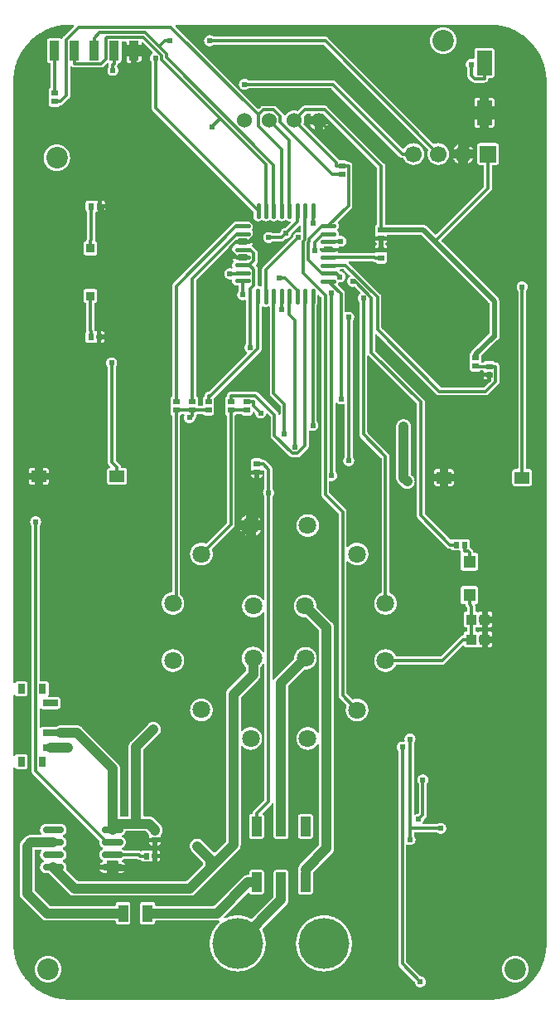
<source format=gtl>
G04 Layer: TopLayer*
G04 EasyEDA v6.2.46, 2019-12-15T14:12:23+01:00*
G04 62ef9a7e5eba40e79a6bb794ca2fffcb,674c0623d3a246009f606e19fc16e94a,10*
G04 Gerber Generator version 0.2*
G04 Scale: 100 percent, Rotated: No, Reflected: No *
G04 Dimensions in millimeters *
G04 leading zeros omitted , absolute positions ,3 integer and 3 decimal *
%FSLAX33Y33*%
%MOMM*%
G90*
G71D02*

%ADD11C,0.499999*%
%ADD12C,0.299999*%
%ADD13C,0.999998*%
%ADD14C,0.450012*%
%ADD15C,0.699999*%
%ADD16C,0.610006*%
%ADD17C,0.599999*%
%ADD18C,0.609600*%
%ADD19R,0.999998X1.999996*%
%ADD20R,1.299997X1.299997*%
%ADD21R,0.649986X0.599948*%
%ADD22R,0.999998X1.099998*%
%ADD23R,1.524000X2.540000*%
%ADD24R,0.599948X0.649986*%
%ADD25R,0.999998X1.800860*%
%ADD26R,1.499997X1.199896*%
%ADD27R,0.800100X1.000760*%
%ADD28R,1.501140X0.701040*%
%ADD29C,1.799996*%
%ADD30C,1.524000*%
%ADD31R,0.906780X0.906780*%
%ADD32C,5.199990*%
%ADD33R,1.699997X1.699997*%
%ADD34C,1.699997*%
%ADD35C,2.199996*%

%LPD*%
G36*
G01X30538Y90650D02*
G01X30256Y90650D01*
G01X30240Y90648D01*
G01X30224Y90645D01*
G01X30210Y90639D01*
G01X30196Y90630D01*
G01X30184Y90620D01*
G01X29949Y90385D01*
G01X29938Y90373D01*
G01X29930Y90359D01*
G01X29924Y90344D01*
G01X29920Y90329D01*
G01X29919Y90313D01*
G01X29920Y90297D01*
G01X29924Y90282D01*
G01X29937Y90238D01*
G01X29948Y90193D01*
G01X29958Y90149D01*
G01X29965Y90103D01*
G01X29970Y90058D01*
G01X29973Y90012D01*
G01X29974Y89967D01*
G01X29973Y89921D01*
G01X29970Y89875D01*
G01X29965Y89830D01*
G01X29958Y89784D01*
G01X29948Y89740D01*
G01X29937Y89695D01*
G01X29924Y89651D01*
G01X29920Y89636D01*
G01X29919Y89620D01*
G01X29920Y89604D01*
G01X29924Y89589D01*
G01X29930Y89574D01*
G01X29938Y89560D01*
G01X29949Y89548D01*
G01X33515Y85982D01*
G01X33535Y85960D01*
G01X33553Y85938D01*
G01X33570Y85914D01*
G01X33579Y85902D01*
G01X33589Y85892D01*
G01X33600Y85883D01*
G01X33613Y85876D01*
G01X33627Y85871D01*
G01X33641Y85868D01*
G01X33655Y85867D01*
G01X34190Y85867D01*
G01X34215Y85866D01*
G01X34239Y85863D01*
G01X34262Y85857D01*
G01X34285Y85849D01*
G01X34308Y85839D01*
G01X34329Y85827D01*
G01X34349Y85812D01*
G01X34367Y85797D01*
G01X34384Y85779D01*
G01X34399Y85760D01*
G01X34409Y85747D01*
G01X34421Y85737D01*
G01X34435Y85728D01*
G01X34450Y85722D01*
G01X34466Y85718D01*
G01X34482Y85717D01*
G01X34503Y85717D01*
G01X34532Y85716D01*
G01X34561Y85713D01*
G01X34589Y85708D01*
G01X34617Y85701D01*
G01X34645Y85692D01*
G01X34672Y85680D01*
G01X34698Y85667D01*
G01X34723Y85653D01*
G01X34746Y85636D01*
G01X34769Y85618D01*
G01X34790Y85598D01*
G01X34810Y85577D01*
G01X34828Y85554D01*
G01X34845Y85530D01*
G01X34860Y85506D01*
G01X34873Y85480D01*
G01X34884Y85453D01*
G01X34893Y85425D01*
G01X34900Y85397D01*
G01X34905Y85369D01*
G01X34908Y85340D01*
G01X34909Y85311D01*
G01X34909Y81252D01*
G01X34908Y81223D01*
G01X34905Y81194D01*
G01X34900Y81165D01*
G01X34893Y81137D01*
G01X34884Y81110D01*
G01X34873Y81083D01*
G01X34860Y81057D01*
G01X34845Y81032D01*
G01X34828Y81008D01*
G01X34810Y80986D01*
G01X34790Y80964D01*
G01X33431Y79605D01*
G01X33420Y79593D01*
G01X33412Y79579D01*
G01X33406Y79564D01*
G01X33402Y79549D01*
G01X33401Y79533D01*
G01X33402Y79517D01*
G01X33406Y79501D01*
G01X33413Y79486D01*
G01X33421Y79472D01*
G01X33441Y79444D01*
G01X33458Y79414D01*
G01X33474Y79384D01*
G01X33487Y79352D01*
G01X33497Y79320D01*
G01X33506Y79286D01*
G01X33512Y79253D01*
G01X33516Y79218D01*
G01X33517Y79184D01*
G01X33516Y79151D01*
G01X33512Y79118D01*
G01X33507Y79086D01*
G01X33499Y79053D01*
G01X33489Y79022D01*
G01X33476Y78991D01*
G01X33462Y78961D01*
G01X33446Y78933D01*
G01X33428Y78905D01*
G01X33408Y78879D01*
G01X33386Y78854D01*
G01X33376Y78842D01*
G01X33368Y78829D01*
G01X33363Y78814D01*
G01X33359Y78799D01*
G01X33358Y78784D01*
G01X33359Y78769D01*
G01X33363Y78754D01*
G01X33368Y78740D01*
G01X33376Y78726D01*
G01X33386Y78714D01*
G01X33408Y78690D01*
G01X33428Y78663D01*
G01X33446Y78636D01*
G01X33462Y78607D01*
G01X33476Y78577D01*
G01X33489Y78546D01*
G01X33499Y78515D01*
G01X33507Y78483D01*
G01X33512Y78450D01*
G01X33516Y78417D01*
G01X33517Y78384D01*
G01X33515Y78343D01*
G01X33510Y78302D01*
G01X33508Y78284D01*
G01X33509Y78270D01*
G01X33512Y78256D01*
G01X33517Y78242D01*
G01X33524Y78229D01*
G01X33533Y78218D01*
G01X33543Y78208D01*
G01X33555Y78199D01*
G01X33568Y78192D01*
G01X33581Y78187D01*
G01X33595Y78184D01*
G01X33610Y78183D01*
G01X33628Y78184D01*
G01X33662Y78190D01*
G01X33696Y78193D01*
G01X33731Y78194D01*
G01X33765Y78193D01*
G01X33798Y78190D01*
G01X33832Y78185D01*
G01X33865Y78177D01*
G01X33898Y78168D01*
G01X33930Y78157D01*
G01X33961Y78144D01*
G01X33992Y78129D01*
G01X34021Y78113D01*
G01X34050Y78094D01*
G01X34077Y78074D01*
G01X34103Y78053D01*
G01X34128Y78029D01*
G01X34151Y78005D01*
G01X34173Y77979D01*
G01X34193Y77951D01*
G01X34211Y77923D01*
G01X34228Y77893D01*
G01X34243Y77863D01*
G01X34256Y77831D01*
G01X34267Y77799D01*
G01X34276Y77767D01*
G01X34283Y77733D01*
G01X34288Y77700D01*
G01X34291Y77666D01*
G01X34292Y77632D01*
G01X34291Y77598D01*
G01X34288Y77565D01*
G01X34283Y77531D01*
G01X34276Y77498D01*
G01X34267Y77465D01*
G01X34256Y77433D01*
G01X34243Y77402D01*
G01X34228Y77371D01*
G01X34211Y77342D01*
G01X34193Y77313D01*
G01X34173Y77286D01*
G01X34151Y77260D01*
G01X34128Y77235D01*
G01X34103Y77212D01*
G01X34077Y77190D01*
G01X34050Y77170D01*
G01X34021Y77152D01*
G01X33992Y77135D01*
G01X33961Y77120D01*
G01X33930Y77107D01*
G01X33898Y77096D01*
G01X33865Y77087D01*
G01X33832Y77080D01*
G01X33798Y77075D01*
G01X33765Y77072D01*
G01X33731Y77071D01*
G01X33689Y77072D01*
G01X33647Y77077D01*
G01X33605Y77085D01*
G01X33582Y77088D01*
G01X33568Y77086D01*
G01X33554Y77083D01*
G01X33540Y77078D01*
G01X33527Y77071D01*
G01X33516Y77063D01*
G01X33506Y77052D01*
G01X33497Y77041D01*
G01X33490Y77028D01*
G01X33485Y77015D01*
G01X33482Y77000D01*
G01X33481Y76986D01*
G01X33484Y76960D01*
G01X32906Y76960D01*
G01X32906Y77001D01*
G01X32905Y77015D01*
G01X32902Y77029D01*
G01X32897Y77043D01*
G01X32890Y77056D01*
G01X32881Y77067D01*
G01X32871Y77078D01*
G01X32859Y77086D01*
G01X32846Y77093D01*
G01X32833Y77098D01*
G01X32819Y77101D01*
G01X32804Y77102D01*
G01X32066Y77102D01*
G01X32052Y77101D01*
G01X32038Y77098D01*
G01X32024Y77093D01*
G01X32011Y77086D01*
G01X32000Y77078D01*
G01X31990Y77067D01*
G01X31981Y77056D01*
G01X31974Y77043D01*
G01X31969Y77029D01*
G01X31966Y77015D01*
G01X31965Y77001D01*
G01X31965Y76960D01*
G01X31695Y76960D01*
G01X31680Y76959D01*
G01X31666Y76956D01*
G01X31653Y76951D01*
G01X31640Y76944D01*
G01X31628Y76935D01*
G01X31618Y76925D01*
G01X31609Y76913D01*
G01X31602Y76901D01*
G01X31597Y76887D01*
G01X31594Y76873D01*
G01X31593Y76858D01*
G01X31596Y76836D01*
G01X31604Y76794D01*
G01X31608Y76752D01*
G01X31610Y76710D01*
G01X31610Y76709D01*
G01X31611Y76695D01*
G01X31614Y76681D01*
G01X31619Y76667D01*
G01X31626Y76655D01*
G01X31635Y76643D01*
G01X31645Y76633D01*
G01X31657Y76624D01*
G01X31669Y76617D01*
G01X31683Y76612D01*
G01X31697Y76609D01*
G01X31712Y76608D01*
G01X31965Y76608D01*
G01X31965Y76569D01*
G01X31966Y76555D01*
G01X31969Y76541D01*
G01X31974Y76527D01*
G01X31981Y76515D01*
G01X31990Y76503D01*
G01X32000Y76493D01*
G01X32011Y76484D01*
G01X32024Y76477D01*
G01X32038Y76472D01*
G01X32052Y76469D01*
G01X32066Y76468D01*
G01X32804Y76468D01*
G01X32819Y76469D01*
G01X32833Y76472D01*
G01X32846Y76477D01*
G01X32859Y76484D01*
G01X32871Y76493D01*
G01X32881Y76503D01*
G01X32890Y76515D01*
G01X32897Y76527D01*
G01X32902Y76541D01*
G01X32905Y76555D01*
G01X32906Y76569D01*
G01X32906Y76608D01*
G01X33484Y76608D01*
G01X33470Y76576D01*
G01X33453Y76545D01*
G01X33446Y76529D01*
G01X33441Y76512D01*
G01X33440Y76494D01*
G01X33441Y76480D01*
G01X33444Y76466D01*
G01X33449Y76452D01*
G01X33456Y76440D01*
G01X33465Y76428D01*
G01X33475Y76418D01*
G01X33487Y76409D01*
G01X33499Y76402D01*
G01X33513Y76397D01*
G01X33527Y76394D01*
G01X33542Y76393D01*
G01X37132Y76393D01*
G01X37156Y76392D01*
G01X37162Y76392D01*
G01X37177Y76393D01*
G01X37191Y76396D01*
G01X37205Y76401D01*
G01X37217Y76408D01*
G01X37229Y76417D01*
G01X37239Y76427D01*
G01X37248Y76439D01*
G01X37255Y76451D01*
G01X37260Y76465D01*
G01X37263Y76479D01*
G01X37264Y76494D01*
G01X37264Y76545D01*
G01X37622Y76545D01*
G01X37627Y76531D01*
G01X37633Y76517D01*
G01X37642Y76505D01*
G01X37652Y76494D01*
G01X37664Y76484D01*
G01X37677Y76477D01*
G01X37691Y76471D01*
G01X37706Y76468D01*
G01X37721Y76467D01*
G01X37970Y76467D01*
G01X37985Y76468D01*
G01X38000Y76471D01*
G01X38014Y76477D01*
G01X38027Y76484D01*
G01X38039Y76494D01*
G01X38049Y76505D01*
G01X38058Y76517D01*
G01X38064Y76531D01*
G01X38069Y76545D01*
G01X38427Y76545D01*
G01X38427Y76459D01*
G01X38425Y76428D01*
G01X38420Y76399D01*
G01X38411Y76370D01*
G01X38406Y76352D01*
G01X38405Y76334D01*
G01X38406Y76316D01*
G01X38411Y76299D01*
G01X38420Y76270D01*
G01X38425Y76240D01*
G01X38427Y76210D01*
G01X38427Y75610D01*
G01X38426Y75586D01*
G01X38423Y75563D01*
G01X38417Y75540D01*
G01X38410Y75517D01*
G01X38400Y75496D01*
G01X38388Y75475D01*
G01X38375Y75456D01*
G01X38360Y75437D01*
G01X38343Y75421D01*
G01X38325Y75405D01*
G01X38305Y75392D01*
G01X38285Y75381D01*
G01X38263Y75371D01*
G01X38241Y75363D01*
G01X38218Y75358D01*
G01X38194Y75355D01*
G01X38170Y75354D01*
G01X37521Y75354D01*
G01X37496Y75355D01*
G01X37472Y75358D01*
G01X37448Y75364D01*
G01X37425Y75372D01*
G01X37403Y75382D01*
G01X37382Y75394D01*
G01X37362Y75408D01*
G01X37344Y75424D01*
G01X37327Y75442D01*
G01X37312Y75461D01*
G01X37302Y75473D01*
G01X37289Y75484D01*
G01X37276Y75492D01*
G01X37261Y75499D01*
G01X37245Y75502D01*
G01X37229Y75504D01*
G01X37208Y75504D01*
G01X37176Y75505D01*
G01X37144Y75509D01*
G01X37112Y75515D01*
G01X37081Y75524D01*
G01X37051Y75535D01*
G01X37022Y75549D01*
G01X36994Y75565D01*
G01X36977Y75573D01*
G01X36959Y75578D01*
G01X36940Y75580D01*
G01X34632Y75580D01*
G01X34618Y75579D01*
G01X34604Y75576D01*
G01X34590Y75571D01*
G01X34577Y75564D01*
G01X34566Y75555D01*
G01X34556Y75545D01*
G01X34547Y75533D01*
G01X34540Y75520D01*
G01X34535Y75507D01*
G01X34532Y75493D01*
G01X34531Y75478D01*
G01X34532Y75462D01*
G01X34536Y75447D01*
G01X34542Y75432D01*
G01X34550Y75418D01*
G01X34560Y75406D01*
G01X37760Y72207D01*
G01X37779Y72186D01*
G01X37798Y72163D01*
G01X37814Y72140D01*
G01X37829Y72115D01*
G01X37842Y72089D01*
G01X37853Y72062D01*
G01X37862Y72034D01*
G01X37869Y72006D01*
G01X37875Y71978D01*
G01X37878Y71949D01*
G01X37879Y71920D01*
G01X37879Y68823D01*
G01X37880Y68807D01*
G01X37884Y68792D01*
G01X37890Y68777D01*
G01X37898Y68763D01*
G01X37908Y68751D01*
G01X43905Y62755D01*
G01X43917Y62745D01*
G01X43931Y62736D01*
G01X43945Y62730D01*
G01X43961Y62726D01*
G01X43977Y62725D01*
G01X48328Y62725D01*
G01X48344Y62726D01*
G01X48360Y62730D01*
G01X48375Y62736D01*
G01X48388Y62745D01*
G01X48400Y62755D01*
G01X48931Y63285D01*
G01X49091Y63445D01*
G01X49101Y63457D01*
G01X49109Y63471D01*
G01X49115Y63486D01*
G01X49119Y63501D01*
G01X49120Y63517D01*
G01X49120Y63872D01*
G01X49124Y63887D01*
G01X49126Y63903D01*
G01X49126Y64127D01*
G01X49124Y64143D01*
G01X49120Y64159D01*
G01X49120Y64206D01*
G01X49119Y64220D01*
G01X49116Y64234D01*
G01X49111Y64248D01*
G01X49104Y64260D01*
G01X49096Y64272D01*
G01X49085Y64282D01*
G01X49074Y64291D01*
G01X49061Y64298D01*
G01X49047Y64303D01*
G01X49033Y64306D01*
G01X49019Y64307D01*
G01X48770Y64307D01*
G01X48755Y64306D01*
G01X48740Y64303D01*
G01X48726Y64297D01*
G01X48713Y64290D01*
G01X48701Y64280D01*
G01X48691Y64269D01*
G01X48682Y64257D01*
G01X48676Y64243D01*
G01X48671Y64229D01*
G01X48313Y64229D01*
G01X48313Y64315D01*
G01X48315Y64344D01*
G01X48315Y64356D01*
G01X48314Y64370D01*
G01X48311Y64384D01*
G01X48306Y64398D01*
G01X48299Y64410D01*
G01X48291Y64422D01*
G01X48280Y64432D01*
G01X48269Y64441D01*
G01X48256Y64448D01*
G01X48242Y64453D01*
G01X48228Y64456D01*
G01X48214Y64457D01*
G01X48080Y64457D01*
G01X48064Y64456D01*
G01X48048Y64452D01*
G01X48033Y64446D01*
G01X48019Y64437D01*
G01X48007Y64426D01*
G01X47990Y64410D01*
G01X47972Y64396D01*
G01X47953Y64384D01*
G01X47933Y64373D01*
G01X47912Y64364D01*
G01X47890Y64357D01*
G01X47868Y64352D01*
G01X47845Y64349D01*
G01X47822Y64348D01*
G01X47173Y64348D01*
G01X47149Y64349D01*
G01X47125Y64352D01*
G01X47102Y64358D01*
G01X47080Y64365D01*
G01X47058Y64375D01*
G01X47038Y64386D01*
G01X47018Y64400D01*
G01X47000Y64415D01*
G01X46983Y64432D01*
G01X46968Y64450D01*
G01X46955Y64469D01*
G01X46943Y64490D01*
G01X46933Y64512D01*
G01X46926Y64534D01*
G01X46920Y64557D01*
G01X46917Y64581D01*
G01X46916Y64604D01*
G01X46916Y65204D01*
G01X46918Y65235D01*
G01X46923Y65264D01*
G01X46932Y65293D01*
G01X46937Y65311D01*
G01X46938Y65329D01*
G01X46937Y65346D01*
G01X46932Y65364D01*
G01X46923Y65393D01*
G01X46918Y65422D01*
G01X46916Y65453D01*
G01X46916Y66053D01*
G01X46917Y66077D01*
G01X46921Y66100D01*
G01X46926Y66124D01*
G01X46934Y66147D01*
G01X46944Y66168D01*
G01X46956Y66189D01*
G01X46969Y66209D01*
G01X46985Y66227D01*
G01X47013Y66255D01*
G01X47022Y66268D01*
G01X47028Y66282D01*
G01X47042Y66312D01*
G01X47058Y66342D01*
G01X47076Y66371D01*
G01X47095Y66398D01*
G01X47116Y66424D01*
G01X47139Y66449D01*
G01X48866Y68176D01*
G01X48877Y68188D01*
G01X48885Y68201D01*
G01X48891Y68216D01*
G01X48895Y68232D01*
G01X48896Y68247D01*
G01X48896Y71300D01*
G01X48895Y71315D01*
G01X48891Y71331D01*
G01X48885Y71346D01*
G01X48877Y71359D01*
G01X48866Y71371D01*
G01X41983Y78254D01*
G01X41971Y78265D01*
G01X41958Y78273D01*
G01X41943Y78279D01*
G01X41927Y78283D01*
G01X41912Y78284D01*
G01X38529Y78284D01*
G01X38514Y78283D01*
G01X38500Y78280D01*
G01X38486Y78275D01*
G01X38474Y78268D01*
G01X38462Y78259D01*
G01X38452Y78249D01*
G01X38443Y78237D01*
G01X38436Y78225D01*
G01X38431Y78211D01*
G01X38428Y78197D01*
G01X38427Y78182D01*
G01X38427Y78156D01*
G01X38069Y78156D01*
G01X38064Y78170D01*
G01X38058Y78184D01*
G01X38049Y78196D01*
G01X38039Y78207D01*
G01X38027Y78216D01*
G01X38014Y78224D01*
G01X38000Y78230D01*
G01X37985Y78233D01*
G01X37970Y78234D01*
G01X37721Y78234D01*
G01X37706Y78233D01*
G01X37691Y78230D01*
G01X37677Y78224D01*
G01X37664Y78216D01*
G01X37652Y78207D01*
G01X37642Y78196D01*
G01X37633Y78184D01*
G01X37627Y78170D01*
G01X37622Y78156D01*
G01X37264Y78156D01*
G01X37264Y78242D01*
G01X37266Y78272D01*
G01X37271Y78302D01*
G01X37280Y78331D01*
G01X37285Y78348D01*
G01X37286Y78366D01*
G01X37285Y78384D01*
G01X37280Y78402D01*
G01X37271Y78431D01*
G01X37266Y78460D01*
G01X37264Y78491D01*
G01X37264Y79090D01*
G01X37265Y79115D01*
G01X37269Y79138D01*
G01X37274Y79162D01*
G01X37282Y79185D01*
G01X37292Y79207D01*
G01X37304Y79228D01*
G01X37318Y79247D01*
G01X37333Y79266D01*
G01X37350Y79282D01*
G01X37369Y79298D01*
G01X37389Y79311D01*
G01X37402Y79319D01*
G01X37413Y79330D01*
G01X37422Y79342D01*
G01X37429Y79355D01*
G01X37435Y79369D01*
G01X37438Y79383D01*
G01X37439Y79398D01*
G01X37439Y85093D01*
G01X37438Y85108D01*
G01X37434Y85124D01*
G01X37428Y85139D01*
G01X37420Y85152D01*
G01X37409Y85164D01*
G01X32678Y89893D01*
G01X32190Y90381D01*
G01X32178Y90392D01*
G01X32164Y90400D01*
G01X32150Y90406D01*
G01X32134Y90410D01*
G01X32118Y90411D01*
G01X31940Y90411D01*
G01X31940Y90548D01*
G01X31939Y90562D01*
G01X31936Y90577D01*
G01X31931Y90590D01*
G01X31924Y90603D01*
G01X31915Y90615D01*
G01X31905Y90625D01*
G01X31893Y90633D01*
G01X31881Y90640D01*
G01X31867Y90646D01*
G01X31853Y90649D01*
G01X31838Y90650D01*
G01X31153Y90650D01*
G01X31138Y90649D01*
G01X31124Y90646D01*
G01X31110Y90640D01*
G01X31098Y90633D01*
G01X31086Y90625D01*
G01X31076Y90615D01*
G01X31067Y90603D01*
G01X31060Y90590D01*
G01X31055Y90577D01*
G01X31052Y90562D01*
G01X31051Y90548D01*
G01X31051Y90411D01*
G01X30579Y90411D01*
G01X30601Y90454D01*
G01X30625Y90495D01*
G01X30633Y90512D01*
G01X30638Y90530D01*
G01X30640Y90548D01*
G01X30639Y90562D01*
G01X30636Y90577D01*
G01X30631Y90590D01*
G01X30624Y90603D01*
G01X30615Y90615D01*
G01X30605Y90625D01*
G01X30593Y90633D01*
G01X30580Y90640D01*
G01X30567Y90646D01*
G01X30553Y90649D01*
G01X30538Y90650D01*
G37*

%LPC*%
G36*
G01X37620Y77729D02*
G01X37264Y77729D01*
G01X37264Y77642D01*
G01X37265Y77618D01*
G01X37269Y77594D01*
G01X37274Y77570D01*
G01X37282Y77547D01*
G01X37293Y77525D01*
G01X37305Y77503D01*
G01X37319Y77484D01*
G01X37335Y77465D01*
G01X37353Y77448D01*
G01X37372Y77433D01*
G01X37384Y77423D01*
G01X37395Y77411D01*
G01X37403Y77397D01*
G01X37410Y77382D01*
G01X37413Y77366D01*
G01X37415Y77350D01*
G01X37413Y77334D01*
G01X37410Y77319D01*
G01X37403Y77304D01*
G01X37395Y77290D01*
G01X37384Y77278D01*
G01X37372Y77268D01*
G01X37353Y77252D01*
G01X37335Y77236D01*
G01X37319Y77217D01*
G01X37305Y77197D01*
G01X37293Y77176D01*
G01X37282Y77154D01*
G01X37274Y77131D01*
G01X37269Y77107D01*
G01X37265Y77083D01*
G01X37264Y77058D01*
G01X37264Y76972D01*
G01X37620Y76972D01*
G01X37620Y77729D01*
G37*
G36*
G01X38427Y77729D02*
G01X38071Y77729D01*
G01X38071Y76972D01*
G01X38427Y76972D01*
G01X38427Y77058D01*
G01X38426Y77083D01*
G01X38422Y77107D01*
G01X38417Y77131D01*
G01X38409Y77154D01*
G01X38398Y77176D01*
G01X38386Y77197D01*
G01X38372Y77217D01*
G01X38356Y77236D01*
G01X38338Y77252D01*
G01X38319Y77268D01*
G01X38307Y77278D01*
G01X38296Y77290D01*
G01X38288Y77304D01*
G01X38281Y77319D01*
G01X38278Y77334D01*
G01X38276Y77350D01*
G01X38278Y77366D01*
G01X38281Y77382D01*
G01X38288Y77397D01*
G01X38296Y77411D01*
G01X38307Y77423D01*
G01X38319Y77433D01*
G01X38338Y77448D01*
G01X38356Y77465D01*
G01X38372Y77484D01*
G01X38386Y77503D01*
G01X38398Y77525D01*
G01X38409Y77547D01*
G01X38417Y77570D01*
G01X38422Y77594D01*
G01X38426Y77618D01*
G01X38427Y77642D01*
G01X38427Y77729D01*
G37*
G36*
G01X32412Y89522D02*
G01X31940Y89522D01*
G01X31940Y89050D01*
G01X31983Y89072D01*
G01X32025Y89097D01*
G01X32066Y89123D01*
G01X32106Y89151D01*
G01X32144Y89181D01*
G01X32181Y89213D01*
G01X32216Y89246D01*
G01X32249Y89281D01*
G01X32281Y89318D01*
G01X32311Y89356D01*
G01X32339Y89396D01*
G01X32365Y89437D01*
G01X32390Y89479D01*
G01X32412Y89522D01*
G37*
G36*
G01X31051Y89522D02*
G01X30579Y89522D01*
G01X30601Y89479D01*
G01X30626Y89437D01*
G01X30652Y89396D01*
G01X30680Y89356D01*
G01X30710Y89318D01*
G01X30742Y89281D01*
G01X30775Y89246D01*
G01X30810Y89213D01*
G01X30847Y89181D01*
G01X30885Y89151D01*
G01X30925Y89123D01*
G01X30966Y89097D01*
G01X31008Y89072D01*
G01X31051Y89050D01*
G01X31051Y89522D01*
G37*
G36*
G01X48669Y63802D02*
G01X48313Y63802D01*
G01X48313Y63715D01*
G01X48314Y63692D01*
G01X48317Y63668D01*
G01X48323Y63645D01*
G01X48330Y63623D01*
G01X48340Y63601D01*
G01X48352Y63580D01*
G01X48365Y63561D01*
G01X48380Y63543D01*
G01X48397Y63526D01*
G01X48415Y63511D01*
G01X48435Y63497D01*
G01X48455Y63486D01*
G01X48477Y63476D01*
G01X48499Y63469D01*
G01X48522Y63463D01*
G01X48546Y63460D01*
G01X48570Y63459D01*
G01X48669Y63459D01*
G01X48669Y63802D01*
G37*

%LPD*%
G36*
G01X22663Y77323D02*
G01X22648Y77324D01*
G01X22632Y77323D01*
G01X22617Y77320D01*
G01X22602Y77313D01*
G01X22588Y77305D01*
G01X22576Y77295D01*
G01X18978Y73696D01*
G01X18967Y73684D01*
G01X18959Y73671D01*
G01X18953Y73656D01*
G01X18949Y73640D01*
G01X18948Y73624D01*
G01X18948Y61872D01*
G01X18949Y61857D01*
G01X18952Y61843D01*
G01X18958Y61829D01*
G01X18965Y61816D01*
G01X18974Y61804D01*
G01X18985Y61793D01*
G01X18998Y61785D01*
G01X19018Y61772D01*
G01X19037Y61756D01*
G01X19054Y61740D01*
G01X19069Y61721D01*
G01X19083Y61702D01*
G01X19095Y61681D01*
G01X19105Y61659D01*
G01X19113Y61636D01*
G01X19118Y61612D01*
G01X19122Y61589D01*
G01X19123Y61564D01*
G01X19123Y60965D01*
G01X19121Y60936D01*
G01X19121Y60924D01*
G01X19122Y60910D01*
G01X19125Y60896D01*
G01X19130Y60882D01*
G01X19137Y60869D01*
G01X19145Y60858D01*
G01X19156Y60847D01*
G01X19167Y60839D01*
G01X19180Y60832D01*
G01X19194Y60827D01*
G01X19208Y60824D01*
G01X19222Y60823D01*
G01X19512Y60823D01*
G01X19526Y60824D01*
G01X19540Y60827D01*
G01X19554Y60832D01*
G01X19567Y60839D01*
G01X19578Y60847D01*
G01X19589Y60858D01*
G01X19597Y60869D01*
G01X19604Y60882D01*
G01X19609Y60896D01*
G01X19612Y60910D01*
G01X19613Y60924D01*
G01X19613Y60936D01*
G01X19611Y60965D01*
G01X19611Y61564D01*
G01X19612Y61589D01*
G01X19616Y61612D01*
G01X19621Y61636D01*
G01X19629Y61659D01*
G01X19639Y61681D01*
G01X19651Y61702D01*
G01X19665Y61721D01*
G01X19680Y61740D01*
G01X19697Y61756D01*
G01X19716Y61772D01*
G01X19736Y61785D01*
G01X19749Y61793D01*
G01X19760Y61804D01*
G01X19769Y61816D01*
G01X19776Y61829D01*
G01X19782Y61843D01*
G01X19785Y61857D01*
G01X19786Y61872D01*
G01X19786Y61877D01*
G01X19787Y61906D01*
G01X19790Y61934D01*
G01X19795Y61963D01*
G01X19802Y61991D01*
G01X19812Y62019D01*
G01X19823Y62046D01*
G01X19836Y62071D01*
G01X19850Y62096D01*
G01X19867Y62120D01*
G01X19885Y62143D01*
G01X19905Y62164D01*
G01X19926Y62184D01*
G01X19949Y62202D01*
G01X19973Y62219D01*
G01X19998Y62233D01*
G01X20024Y62246D01*
G01X20050Y62258D01*
G01X20078Y62267D01*
G01X20106Y62274D01*
G01X20135Y62279D01*
G01X20163Y62282D01*
G01X20193Y62283D01*
G01X20208Y62283D01*
G01X20224Y62284D01*
G01X20239Y62288D01*
G01X20254Y62294D01*
G01X20268Y62303D01*
G01X20280Y62313D01*
G01X24131Y66164D01*
G01X24142Y66177D01*
G01X24150Y66190D01*
G01X24156Y66205D01*
G01X24160Y66220D01*
G01X24161Y66236D01*
G01X24160Y66252D01*
G01X24156Y66268D01*
G01X24150Y66283D01*
G01X24141Y66296D01*
G01X24131Y66309D01*
G01X24119Y66319D01*
G01X24090Y66341D01*
G01X24063Y66364D01*
G01X24038Y66389D01*
G01X24014Y66415D01*
G01X23992Y66443D01*
G01X23972Y66473D01*
G01X23954Y66503D01*
G01X23937Y66535D01*
G01X23923Y66568D01*
G01X23911Y66601D01*
G01X23901Y66635D01*
G01X23893Y66670D01*
G01X23887Y66705D01*
G01X23884Y66741D01*
G01X23883Y66776D01*
G01X23884Y66812D01*
G01X23887Y66847D01*
G01X23893Y66883D01*
G01X23901Y66917D01*
G01X23911Y66951D01*
G01X23923Y66985D01*
G01X23937Y67018D01*
G01X23954Y67049D01*
G01X23972Y67080D01*
G01X23992Y67109D01*
G01X24014Y67137D01*
G01X24024Y67152D01*
G01X24032Y67168D01*
G01X24036Y67185D01*
G01X24038Y67202D01*
G01X24038Y71547D01*
G01X24037Y71562D01*
G01X24034Y71576D01*
G01X24029Y71590D01*
G01X24022Y71602D01*
G01X24013Y71614D01*
G01X24003Y71624D01*
G01X23991Y71633D01*
G01X23979Y71640D01*
G01X23965Y71645D01*
G01X23951Y71648D01*
G01X23936Y71649D01*
G01X23918Y71647D01*
G01X23900Y71642D01*
G01X23867Y71631D01*
G01X23834Y71621D01*
G01X23800Y71614D01*
G01X23766Y71609D01*
G01X23732Y71606D01*
G01X23698Y71605D01*
G01X23664Y71606D01*
G01X23630Y71609D01*
G01X23596Y71614D01*
G01X23563Y71621D01*
G01X23531Y71630D01*
G01X23499Y71641D01*
G01X23467Y71654D01*
G01X23437Y71669D01*
G01X23407Y71686D01*
G01X23379Y71704D01*
G01X23351Y71724D01*
G01X23325Y71746D01*
G01X23301Y71769D01*
G01X23277Y71794D01*
G01X23256Y71820D01*
G01X23236Y71847D01*
G01X23217Y71876D01*
G01X23200Y71905D01*
G01X23186Y71936D01*
G01X23173Y71967D01*
G01X23162Y71999D01*
G01X23152Y72032D01*
G01X23145Y72065D01*
G01X23140Y72098D01*
G01X23137Y72132D01*
G01X23136Y72166D01*
G01X23137Y72202D01*
G01X23141Y72237D01*
G01X23146Y72272D01*
G01X23154Y72307D01*
G01X23164Y72341D01*
G01X23176Y72375D01*
G01X23191Y72407D01*
G01X23207Y72439D01*
G01X23225Y72470D01*
G01X23245Y72499D01*
G01X23278Y72541D01*
G01X23285Y72558D01*
G01X23290Y72575D01*
G01X23291Y72592D01*
G01X23291Y73013D01*
G01X23290Y73028D01*
G01X23287Y73042D01*
G01X23282Y73055D01*
G01X23275Y73068D01*
G01X23266Y73080D01*
G01X23256Y73090D01*
G01X23244Y73099D01*
G01X23232Y73105D01*
G01X23218Y73111D01*
G01X23204Y73114D01*
G01X23190Y73115D01*
G01X23098Y73115D01*
G01X23066Y73116D01*
G01X23035Y73119D01*
G01X23004Y73124D01*
G01X22973Y73131D01*
G01X22943Y73140D01*
G01X22913Y73151D01*
G01X22885Y73164D01*
G01X22857Y73179D01*
G01X22830Y73196D01*
G01X22805Y73214D01*
G01X22780Y73234D01*
G01X22757Y73256D01*
G01X22736Y73279D01*
G01X22716Y73303D01*
G01X22697Y73329D01*
G01X22681Y73355D01*
G01X22666Y73383D01*
G01X22653Y73412D01*
G01X22642Y73441D01*
G01X22633Y73472D01*
G01X22625Y73502D01*
G01X22620Y73533D01*
G01X22617Y73565D01*
G01X22616Y73596D01*
G01X22619Y73648D01*
G01X22620Y73659D01*
G01X22619Y73674D01*
G01X22615Y73688D01*
G01X22610Y73702D01*
G01X22603Y73714D01*
G01X22595Y73726D01*
G01X22585Y73736D01*
G01X22573Y73745D01*
G01X22560Y73752D01*
G01X22547Y73757D01*
G01X22532Y73760D01*
G01X22518Y73761D01*
G01X22496Y73759D01*
G01X22457Y73752D01*
G01X22417Y73747D01*
G01X22377Y73746D01*
G01X22343Y73747D01*
G01X22309Y73750D01*
G01X22276Y73755D01*
G01X22243Y73762D01*
G01X22210Y73771D01*
G01X22178Y73782D01*
G01X22146Y73795D01*
G01X22116Y73810D01*
G01X22086Y73827D01*
G01X22058Y73845D01*
G01X22031Y73865D01*
G01X22005Y73887D01*
G01X21980Y73910D01*
G01X21957Y73935D01*
G01X21935Y73961D01*
G01X21915Y73988D01*
G01X21896Y74017D01*
G01X21880Y74046D01*
G01X21865Y74077D01*
G01X21852Y74108D01*
G01X21841Y74140D01*
G01X21832Y74173D01*
G01X21825Y74206D01*
G01X21819Y74240D01*
G01X21816Y74273D01*
G01X21815Y74307D01*
G01X21816Y74341D01*
G01X21819Y74375D01*
G01X21825Y74409D01*
G01X21832Y74442D01*
G01X21841Y74474D01*
G01X21852Y74507D01*
G01X21865Y74538D01*
G01X21880Y74568D01*
G01X21896Y74598D01*
G01X21915Y74626D01*
G01X21935Y74654D01*
G01X21957Y74680D01*
G01X21980Y74704D01*
G01X22005Y74728D01*
G01X22031Y74749D01*
G01X22058Y74770D01*
G01X22086Y74788D01*
G01X22116Y74805D01*
G01X22146Y74819D01*
G01X22178Y74832D01*
G01X22210Y74844D01*
G01X22243Y74853D01*
G01X22276Y74860D01*
G01X22309Y74865D01*
G01X22343Y74868D01*
G01X22377Y74869D01*
G01X22411Y74868D01*
G01X22444Y74865D01*
G01X22478Y74860D01*
G01X22511Y74853D01*
G01X22543Y74844D01*
G01X22558Y74840D01*
G01X22574Y74839D01*
G01X22588Y74840D01*
G01X22602Y74843D01*
G01X22616Y74848D01*
G01X22629Y74855D01*
G01X22640Y74864D01*
G01X22650Y74874D01*
G01X22659Y74886D01*
G01X22666Y74898D01*
G01X22671Y74912D01*
G01X22674Y74926D01*
G01X22675Y74941D01*
G01X22674Y74956D01*
G01X22671Y74971D01*
G01X22665Y74985D01*
G01X22650Y75019D01*
G01X22638Y75053D01*
G01X22629Y75088D01*
G01X22622Y75124D01*
G01X22618Y75160D01*
G01X22616Y75196D01*
G01X22617Y75229D01*
G01X22621Y75262D01*
G01X22626Y75295D01*
G01X22634Y75327D01*
G01X22644Y75359D01*
G01X22657Y75389D01*
G01X22671Y75419D01*
G01X22687Y75448D01*
G01X22705Y75476D01*
G01X22725Y75502D01*
G01X22747Y75527D01*
G01X22757Y75539D01*
G01X22765Y75552D01*
G01X22770Y75566D01*
G01X22774Y75581D01*
G01X22775Y75596D01*
G01X22774Y75612D01*
G01X22770Y75627D01*
G01X22765Y75641D01*
G01X22757Y75654D01*
G01X22747Y75666D01*
G01X22723Y75694D01*
G01X22701Y75723D01*
G01X22681Y75754D01*
G01X22664Y75787D01*
G01X22649Y75820D01*
G01X23227Y75820D01*
G01X23227Y75780D01*
G01X23228Y75765D01*
G01X23231Y75751D01*
G01X23236Y75737D01*
G01X23243Y75725D01*
G01X23252Y75713D01*
G01X23262Y75703D01*
G01X23274Y75694D01*
G01X23287Y75687D01*
G01X23300Y75682D01*
G01X23314Y75679D01*
G01X23329Y75678D01*
G01X24067Y75678D01*
G01X24081Y75679D01*
G01X24095Y75682D01*
G01X24109Y75687D01*
G01X24122Y75694D01*
G01X24133Y75703D01*
G01X24143Y75713D01*
G01X24152Y75725D01*
G01X24159Y75737D01*
G01X24164Y75751D01*
G01X24167Y75765D01*
G01X24168Y75780D01*
G01X24168Y75820D01*
G01X24330Y75820D01*
G01X24344Y75822D01*
G01X24359Y75825D01*
G01X24372Y75830D01*
G01X24385Y75837D01*
G01X24397Y75845D01*
G01X24407Y75856D01*
G01X24415Y75867D01*
G01X24422Y75880D01*
G01X24428Y75893D01*
G01X24431Y75908D01*
G01X24432Y75922D01*
G01X24432Y76071D01*
G01X24431Y76085D01*
G01X24428Y76100D01*
G01X24422Y76113D01*
G01X24415Y76126D01*
G01X24407Y76137D01*
G01X24397Y76148D01*
G01X24385Y76156D01*
G01X24372Y76163D01*
G01X24359Y76168D01*
G01X24344Y76171D01*
G01X24330Y76173D01*
G01X24168Y76173D01*
G01X24168Y76211D01*
G01X24167Y76225D01*
G01X24164Y76240D01*
G01X24159Y76253D01*
G01X24152Y76266D01*
G01X24143Y76277D01*
G01X24133Y76288D01*
G01X24122Y76296D01*
G01X24109Y76303D01*
G01X24095Y76308D01*
G01X24081Y76311D01*
G01X24067Y76313D01*
G01X23329Y76313D01*
G01X23314Y76311D01*
G01X23300Y76308D01*
G01X23287Y76303D01*
G01X23274Y76296D01*
G01X23262Y76288D01*
G01X23252Y76277D01*
G01X23243Y76266D01*
G01X23236Y76253D01*
G01X23231Y76240D01*
G01X23228Y76225D01*
G01X23227Y76211D01*
G01X23227Y76173D01*
G01X22649Y76173D01*
G01X22664Y76206D01*
G01X22681Y76238D01*
G01X22701Y76269D01*
G01X22722Y76298D01*
G01X22746Y76326D01*
G01X22756Y76338D01*
G01X22764Y76351D01*
G01X22769Y76365D01*
G01X22773Y76380D01*
G01X22774Y76395D01*
G01X22773Y76411D01*
G01X22769Y76425D01*
G01X22764Y76440D01*
G01X22756Y76453D01*
G01X22746Y76465D01*
G01X22725Y76490D01*
G01X22705Y76516D01*
G01X22687Y76543D01*
G01X22670Y76572D01*
G01X22656Y76602D01*
G01X22644Y76632D01*
G01X22634Y76664D01*
G01X22626Y76696D01*
G01X22621Y76728D01*
G01X22617Y76761D01*
G01X22616Y76794D01*
G01X22617Y76827D01*
G01X22621Y76860D01*
G01X22626Y76893D01*
G01X22634Y76925D01*
G01X22644Y76956D01*
G01X22657Y76987D01*
G01X22671Y77017D01*
G01X22687Y77046D01*
G01X22705Y77073D01*
G01X22725Y77100D01*
G01X22747Y77124D01*
G01X22757Y77136D01*
G01X22765Y77150D01*
G01X22770Y77164D01*
G01X22774Y77179D01*
G01X22775Y77194D01*
G01X22774Y77209D01*
G01X22770Y77224D01*
G01X22765Y77239D01*
G01X22757Y77252D01*
G01X22747Y77264D01*
G01X22726Y77288D01*
G01X22716Y77298D01*
G01X22704Y77307D01*
G01X22691Y77315D01*
G01X22677Y77320D01*
G01X22663Y77323D01*
G37*

%LPD*%
G36*
G01X6373Y99743D02*
G01X5999Y99743D01*
G01X5891Y99742D01*
G01X5782Y99739D01*
G01X5674Y99734D01*
G01X5565Y99727D01*
G01X5457Y99717D01*
G01X5349Y99706D01*
G01X5241Y99693D01*
G01X5133Y99677D01*
G01X5026Y99660D01*
G01X4919Y99640D01*
G01X4812Y99619D01*
G01X4706Y99595D01*
G01X4601Y99570D01*
G01X4495Y99543D01*
G01X4391Y99513D01*
G01X4287Y99482D01*
G01X4183Y99448D01*
G01X4081Y99413D01*
G01X3978Y99376D01*
G01X3877Y99336D01*
G01X3776Y99295D01*
G01X3677Y99252D01*
G01X3578Y99207D01*
G01X3480Y99161D01*
G01X3382Y99112D01*
G01X3286Y99062D01*
G01X3191Y99009D01*
G01X3096Y98955D01*
G01X3003Y98899D01*
G01X2911Y98842D01*
G01X2820Y98783D01*
G01X2730Y98722D01*
G01X2641Y98659D01*
G01X2554Y98594D01*
G01X2467Y98528D01*
G01X2382Y98461D01*
G01X2298Y98391D01*
G01X2216Y98321D01*
G01X2135Y98248D01*
G01X2055Y98174D01*
G01X1977Y98099D01*
G01X1900Y98022D01*
G01X1825Y97944D01*
G01X1751Y97864D01*
G01X1678Y97783D01*
G01X1608Y97701D01*
G01X1538Y97617D01*
G01X1471Y97532D01*
G01X1405Y97445D01*
G01X1340Y97358D01*
G01X1277Y97269D01*
G01X1216Y97179D01*
G01X1157Y97088D01*
G01X1100Y96996D01*
G01X1044Y96903D01*
G01X990Y96808D01*
G01X937Y96713D01*
G01X887Y96617D01*
G01X838Y96519D01*
G01X792Y96421D01*
G01X747Y96322D01*
G01X704Y96223D01*
G01X663Y96122D01*
G01X623Y96021D01*
G01X586Y95918D01*
G01X551Y95816D01*
G01X517Y95712D01*
G01X486Y95608D01*
G01X456Y95504D01*
G01X429Y95398D01*
G01X404Y95293D01*
G01X380Y95187D01*
G01X359Y95080D01*
G01X339Y94973D01*
G01X322Y94866D01*
G01X306Y94758D01*
G01X293Y94650D01*
G01X282Y94542D01*
G01X272Y94434D01*
G01X265Y94325D01*
G01X260Y94217D01*
G01X257Y94108D01*
G01X256Y94000D01*
G01X256Y32635D01*
G01X257Y32621D01*
G01X260Y32606D01*
G01X265Y32593D01*
G01X272Y32580D01*
G01X281Y32568D01*
G01X291Y32558D01*
G01X303Y32550D01*
G01X315Y32543D01*
G01X329Y32538D01*
G01X343Y32534D01*
G01X358Y32533D01*
G01X373Y32535D01*
G01X387Y32538D01*
G01X401Y32543D01*
G01X414Y32551D01*
G01X426Y32560D01*
G01X437Y32571D01*
G01X445Y32583D01*
G01X458Y32604D01*
G01X474Y32623D01*
G01X490Y32640D01*
G01X509Y32656D01*
G01X529Y32670D01*
G01X550Y32682D01*
G01X572Y32692D01*
G01X595Y32700D01*
G01X618Y32705D01*
G01X642Y32709D01*
G01X666Y32710D01*
G01X1466Y32710D01*
G01X1490Y32709D01*
G01X1513Y32705D01*
G01X1537Y32700D01*
G01X1559Y32692D01*
G01X1581Y32683D01*
G01X1601Y32671D01*
G01X1621Y32658D01*
G01X1639Y32643D01*
G01X1656Y32626D01*
G01X1671Y32608D01*
G01X1684Y32588D01*
G01X1696Y32568D01*
G01X1706Y32546D01*
G01X1713Y32523D01*
G01X1719Y32500D01*
G01X1722Y32477D01*
G01X1723Y32453D01*
G01X1723Y31453D01*
G01X1722Y31429D01*
G01X1719Y31405D01*
G01X1713Y31382D01*
G01X1706Y31360D01*
G01X1696Y31338D01*
G01X1684Y31317D01*
G01X1671Y31298D01*
G01X1656Y31280D01*
G01X1639Y31263D01*
G01X1621Y31248D01*
G01X1601Y31234D01*
G01X1581Y31223D01*
G01X1559Y31213D01*
G01X1537Y31206D01*
G01X1513Y31200D01*
G01X1490Y31197D01*
G01X1466Y31196D01*
G01X666Y31196D01*
G01X642Y31197D01*
G01X618Y31201D01*
G01X595Y31206D01*
G01X572Y31214D01*
G01X550Y31224D01*
G01X529Y31236D01*
G01X509Y31250D01*
G01X490Y31266D01*
G01X474Y31283D01*
G01X458Y31302D01*
G01X445Y31322D01*
G01X437Y31335D01*
G01X426Y31346D01*
G01X414Y31355D01*
G01X401Y31362D01*
G01X387Y31368D01*
G01X373Y31371D01*
G01X358Y31372D01*
G01X343Y31371D01*
G01X329Y31368D01*
G01X315Y31363D01*
G01X303Y31356D01*
G01X291Y31348D01*
G01X281Y31337D01*
G01X272Y31326D01*
G01X265Y31313D01*
G01X260Y31299D01*
G01X257Y31285D01*
G01X256Y31271D01*
G01X256Y25218D01*
G01X257Y25204D01*
G01X260Y25190D01*
G01X265Y25176D01*
G01X272Y25163D01*
G01X281Y25152D01*
G01X291Y25141D01*
G01X303Y25133D01*
G01X315Y25126D01*
G01X329Y25121D01*
G01X343Y25118D01*
G01X358Y25117D01*
G01X373Y25118D01*
G01X387Y25121D01*
G01X401Y25127D01*
G01X414Y25134D01*
G01X426Y25143D01*
G01X437Y25154D01*
G01X445Y25167D01*
G01X458Y25187D01*
G01X474Y25206D01*
G01X490Y25223D01*
G01X509Y25239D01*
G01X529Y25253D01*
G01X550Y25265D01*
G01X572Y25275D01*
G01X595Y25283D01*
G01X618Y25288D01*
G01X642Y25292D01*
G01X666Y25293D01*
G01X1466Y25293D01*
G01X1490Y25292D01*
G01X1513Y25289D01*
G01X1537Y25283D01*
G01X1559Y25276D01*
G01X1581Y25266D01*
G01X1601Y25255D01*
G01X1621Y25241D01*
G01X1639Y25226D01*
G01X1656Y25209D01*
G01X1671Y25191D01*
G01X1684Y25172D01*
G01X1696Y25151D01*
G01X1706Y25129D01*
G01X1713Y25107D01*
G01X1719Y25084D01*
G01X1722Y25060D01*
G01X1723Y25036D01*
G01X1723Y24036D01*
G01X1722Y24012D01*
G01X1719Y23989D01*
G01X1713Y23966D01*
G01X1706Y23943D01*
G01X1696Y23921D01*
G01X1684Y23901D01*
G01X1671Y23881D01*
G01X1656Y23863D01*
G01X1639Y23846D01*
G01X1621Y23831D01*
G01X1601Y23818D01*
G01X1581Y23806D01*
G01X1559Y23797D01*
G01X1537Y23789D01*
G01X1513Y23784D01*
G01X1490Y23780D01*
G01X1466Y23779D01*
G01X666Y23779D01*
G01X642Y23780D01*
G01X618Y23784D01*
G01X595Y23789D01*
G01X572Y23797D01*
G01X550Y23807D01*
G01X529Y23819D01*
G01X509Y23833D01*
G01X490Y23849D01*
G01X474Y23866D01*
G01X458Y23885D01*
G01X445Y23906D01*
G01X437Y23918D01*
G01X426Y23929D01*
G01X414Y23938D01*
G01X401Y23946D01*
G01X387Y23951D01*
G01X373Y23954D01*
G01X358Y23956D01*
G01X343Y23955D01*
G01X329Y23951D01*
G01X315Y23946D01*
G01X303Y23939D01*
G01X291Y23931D01*
G01X281Y23921D01*
G01X272Y23909D01*
G01X265Y23896D01*
G01X260Y23883D01*
G01X257Y23868D01*
G01X256Y23854D01*
G01X256Y5999D01*
G01X257Y5891D01*
G01X260Y5782D01*
G01X265Y5674D01*
G01X272Y5565D01*
G01X282Y5457D01*
G01X293Y5349D01*
G01X306Y5241D01*
G01X322Y5133D01*
G01X339Y5026D01*
G01X359Y4919D01*
G01X380Y4812D01*
G01X404Y4706D01*
G01X429Y4601D01*
G01X456Y4495D01*
G01X486Y4391D01*
G01X517Y4287D01*
G01X551Y4183D01*
G01X586Y4081D01*
G01X623Y3978D01*
G01X663Y3877D01*
G01X704Y3776D01*
G01X747Y3677D01*
G01X792Y3578D01*
G01X838Y3480D01*
G01X887Y3382D01*
G01X937Y3286D01*
G01X990Y3191D01*
G01X1044Y3096D01*
G01X1100Y3003D01*
G01X1157Y2911D01*
G01X1216Y2820D01*
G01X1277Y2730D01*
G01X1340Y2641D01*
G01X1405Y2554D01*
G01X1471Y2467D01*
G01X1538Y2382D01*
G01X1608Y2298D01*
G01X1678Y2216D01*
G01X1751Y2135D01*
G01X1825Y2055D01*
G01X1900Y1977D01*
G01X1977Y1900D01*
G01X2055Y1825D01*
G01X2135Y1751D01*
G01X2216Y1678D01*
G01X2298Y1608D01*
G01X2382Y1538D01*
G01X2467Y1471D01*
G01X2554Y1405D01*
G01X2641Y1340D01*
G01X2730Y1277D01*
G01X2820Y1216D01*
G01X2911Y1157D01*
G01X3003Y1100D01*
G01X3096Y1044D01*
G01X3191Y990D01*
G01X3286Y937D01*
G01X3382Y887D01*
G01X3480Y838D01*
G01X3578Y792D01*
G01X3677Y747D01*
G01X3776Y704D01*
G01X3877Y663D01*
G01X3978Y623D01*
G01X4081Y586D01*
G01X4183Y551D01*
G01X4287Y517D01*
G01X4391Y486D01*
G01X4495Y456D01*
G01X4601Y429D01*
G01X4706Y404D01*
G01X4812Y380D01*
G01X4919Y359D01*
G01X5026Y339D01*
G01X5133Y322D01*
G01X5241Y306D01*
G01X5349Y293D01*
G01X5457Y282D01*
G01X5565Y272D01*
G01X5674Y265D01*
G01X5782Y260D01*
G01X5891Y257D01*
G01X5999Y256D01*
G01X49000Y256D01*
G01X49108Y257D01*
G01X49217Y260D01*
G01X49325Y265D01*
G01X49434Y272D01*
G01X49542Y282D01*
G01X49650Y293D01*
G01X49758Y306D01*
G01X49866Y322D01*
G01X49973Y339D01*
G01X50080Y359D01*
G01X50187Y380D01*
G01X50293Y404D01*
G01X50398Y429D01*
G01X50504Y456D01*
G01X50608Y486D01*
G01X50712Y517D01*
G01X50816Y551D01*
G01X50918Y586D01*
G01X51021Y623D01*
G01X51122Y663D01*
G01X51223Y704D01*
G01X51322Y747D01*
G01X51421Y792D01*
G01X51519Y838D01*
G01X51617Y887D01*
G01X51713Y937D01*
G01X51808Y990D01*
G01X51903Y1044D01*
G01X51996Y1100D01*
G01X52088Y1157D01*
G01X52179Y1216D01*
G01X52269Y1277D01*
G01X52358Y1340D01*
G01X52445Y1405D01*
G01X52532Y1471D01*
G01X52617Y1538D01*
G01X52701Y1608D01*
G01X52783Y1678D01*
G01X52864Y1751D01*
G01X52944Y1825D01*
G01X53022Y1900D01*
G01X53099Y1977D01*
G01X53174Y2055D01*
G01X53248Y2135D01*
G01X53321Y2216D01*
G01X53391Y2298D01*
G01X53461Y2382D01*
G01X53528Y2467D01*
G01X53594Y2554D01*
G01X53659Y2641D01*
G01X53722Y2730D01*
G01X53783Y2820D01*
G01X53842Y2911D01*
G01X53899Y3003D01*
G01X53955Y3096D01*
G01X54009Y3191D01*
G01X54062Y3286D01*
G01X54112Y3382D01*
G01X54161Y3480D01*
G01X54207Y3578D01*
G01X54252Y3677D01*
G01X54295Y3776D01*
G01X54336Y3877D01*
G01X54376Y3978D01*
G01X54413Y4081D01*
G01X54448Y4183D01*
G01X54482Y4287D01*
G01X54513Y4391D01*
G01X54543Y4495D01*
G01X54570Y4601D01*
G01X54595Y4706D01*
G01X54619Y4812D01*
G01X54640Y4919D01*
G01X54660Y5026D01*
G01X54677Y5133D01*
G01X54693Y5241D01*
G01X54706Y5349D01*
G01X54717Y5457D01*
G01X54727Y5565D01*
G01X54734Y5674D01*
G01X54739Y5782D01*
G01X54742Y5891D01*
G01X54743Y5999D01*
G01X54743Y94000D01*
G01X54742Y94108D01*
G01X54739Y94217D01*
G01X54734Y94325D01*
G01X54727Y94434D01*
G01X54717Y94542D01*
G01X54706Y94650D01*
G01X54693Y94758D01*
G01X54677Y94866D01*
G01X54660Y94973D01*
G01X54640Y95080D01*
G01X54619Y95187D01*
G01X54595Y95293D01*
G01X54570Y95398D01*
G01X54543Y95504D01*
G01X54513Y95608D01*
G01X54482Y95712D01*
G01X54448Y95816D01*
G01X54413Y95918D01*
G01X54376Y96021D01*
G01X54336Y96122D01*
G01X54295Y96223D01*
G01X54252Y96322D01*
G01X54207Y96421D01*
G01X54161Y96519D01*
G01X54112Y96617D01*
G01X54062Y96713D01*
G01X54009Y96808D01*
G01X53955Y96903D01*
G01X53899Y96996D01*
G01X53842Y97088D01*
G01X53783Y97179D01*
G01X53722Y97269D01*
G01X53659Y97358D01*
G01X53594Y97445D01*
G01X53528Y97532D01*
G01X53461Y97617D01*
G01X53391Y97701D01*
G01X53321Y97783D01*
G01X53248Y97864D01*
G01X53174Y97944D01*
G01X53099Y98022D01*
G01X53022Y98099D01*
G01X52944Y98174D01*
G01X52864Y98248D01*
G01X52783Y98321D01*
G01X52701Y98391D01*
G01X52617Y98461D01*
G01X52532Y98528D01*
G01X52445Y98594D01*
G01X52358Y98659D01*
G01X52269Y98722D01*
G01X52179Y98783D01*
G01X52088Y98842D01*
G01X51996Y98899D01*
G01X51903Y98955D01*
G01X51808Y99009D01*
G01X51713Y99062D01*
G01X51617Y99112D01*
G01X51519Y99161D01*
G01X51421Y99207D01*
G01X51322Y99252D01*
G01X51223Y99295D01*
G01X51122Y99336D01*
G01X51021Y99376D01*
G01X50918Y99413D01*
G01X50816Y99448D01*
G01X50712Y99482D01*
G01X50608Y99513D01*
G01X50504Y99543D01*
G01X50398Y99570D01*
G01X50293Y99595D01*
G01X50187Y99619D01*
G01X50080Y99640D01*
G01X49973Y99660D01*
G01X49866Y99677D01*
G01X49758Y99693D01*
G01X49650Y99706D01*
G01X49542Y99717D01*
G01X49434Y99727D01*
G01X49325Y99734D01*
G01X49217Y99739D01*
G01X49108Y99742D01*
G01X49000Y99743D01*
G01X16928Y99743D01*
G01X16914Y99742D01*
G01X16900Y99739D01*
G01X16886Y99734D01*
G01X16873Y99727D01*
G01X16862Y99718D01*
G01X16852Y99708D01*
G01X16843Y99696D01*
G01X16836Y99684D01*
G01X16831Y99670D01*
G01X16828Y99656D01*
G01X16827Y99641D01*
G01X16828Y99625D01*
G01X16832Y99610D01*
G01X16838Y99595D01*
G01X16846Y99582D01*
G01X16856Y99570D01*
G01X25246Y91177D01*
G01X25259Y91167D01*
G01X25272Y91159D01*
G01X25287Y91152D01*
G01X25302Y91149D01*
G01X25318Y91147D01*
G01X25334Y91149D01*
G01X25350Y91152D01*
G01X25364Y91159D01*
G01X25378Y91167D01*
G01X25390Y91177D01*
G01X25544Y91331D01*
G01X25565Y91351D01*
G01X25588Y91369D01*
G01X25612Y91385D01*
G01X25636Y91400D01*
G01X25662Y91413D01*
G01X25689Y91424D01*
G01X25717Y91434D01*
G01X25745Y91441D01*
G01X25773Y91446D01*
G01X25802Y91449D01*
G01X25831Y91450D01*
G01X26857Y91450D01*
G01X26886Y91449D01*
G01X26915Y91446D01*
G01X26944Y91441D01*
G01X26972Y91434D01*
G01X27000Y91424D01*
G01X27026Y91413D01*
G01X27052Y91400D01*
G01X27077Y91385D01*
G01X27101Y91369D01*
G01X27124Y91351D01*
G01X27145Y91331D01*
G01X27808Y90668D01*
G01X27828Y90646D01*
G01X27847Y90622D01*
G01X27864Y90597D01*
G01X27879Y90571D01*
G01X27893Y90544D01*
G01X27904Y90516D01*
G01X27910Y90502D01*
G01X27918Y90489D01*
G01X27929Y90477D01*
G01X27941Y90467D01*
G01X27954Y90459D01*
G01X27969Y90453D01*
G01X27984Y90450D01*
G01X27999Y90449D01*
G01X28014Y90450D01*
G01X28029Y90453D01*
G01X28043Y90458D01*
G01X28055Y90465D01*
G01X28067Y90474D01*
G01X28077Y90485D01*
G01X28086Y90497D01*
G01X28112Y90537D01*
G01X28139Y90576D01*
G01X28168Y90613D01*
G01X28199Y90649D01*
G01X28232Y90683D01*
G01X28266Y90716D01*
G01X28301Y90747D01*
G01X28338Y90777D01*
G01X28377Y90805D01*
G01X28416Y90831D01*
G01X28457Y90855D01*
G01X28499Y90877D01*
G01X28542Y90897D01*
G01X28585Y90915D01*
G01X28630Y90932D01*
G01X28675Y90946D01*
G01X28721Y90958D01*
G01X28767Y90967D01*
G01X28814Y90975D01*
G01X28861Y90981D01*
G01X28908Y90984D01*
G01X28956Y90985D01*
G01X29001Y90984D01*
G01X29047Y90981D01*
G01X29092Y90976D01*
G01X29138Y90969D01*
G01X29182Y90959D01*
G01X29227Y90948D01*
G01X29271Y90935D01*
G01X29286Y90931D01*
G01X29302Y90930D01*
G01X29318Y90931D01*
G01X29333Y90935D01*
G01X29348Y90941D01*
G01X29362Y90949D01*
G01X29374Y90960D01*
G01X29758Y91344D01*
G01X29779Y91363D01*
G01X29802Y91382D01*
G01X29825Y91398D01*
G01X29850Y91413D01*
G01X29876Y91426D01*
G01X29903Y91437D01*
G01X29931Y91446D01*
G01X29959Y91453D01*
G01X29987Y91459D01*
G01X30016Y91462D01*
G01X30045Y91463D01*
G01X32090Y91463D01*
G01X32119Y91462D01*
G01X32148Y91459D01*
G01X32176Y91453D01*
G01X32204Y91446D01*
G01X32232Y91437D01*
G01X32259Y91426D01*
G01X32285Y91413D01*
G01X32310Y91398D01*
G01X32333Y91382D01*
G01X32356Y91363D01*
G01X32377Y91344D01*
G01X38133Y85591D01*
G01X38153Y85569D01*
G01X38171Y85547D01*
G01X38187Y85523D01*
G01X38202Y85498D01*
G01X38215Y85472D01*
G01X38226Y85445D01*
G01X38236Y85418D01*
G01X38243Y85390D01*
G01X38248Y85361D01*
G01X38251Y85332D01*
G01X38252Y85303D01*
G01X38252Y79399D01*
G01X38253Y79384D01*
G01X38256Y79370D01*
G01X38261Y79356D01*
G01X38268Y79344D01*
G01X38277Y79332D01*
G01X38287Y79322D01*
G01X38299Y79313D01*
G01X38311Y79306D01*
G01X38325Y79301D01*
G01X38339Y79298D01*
G01X38354Y79297D01*
G01X42164Y79297D01*
G01X42197Y79296D01*
G01X42230Y79293D01*
G01X42262Y79287D01*
G01X42295Y79280D01*
G01X42326Y79270D01*
G01X42357Y79258D01*
G01X42388Y79245D01*
G01X42417Y79229D01*
G01X42445Y79212D01*
G01X42472Y79192D01*
G01X42497Y79171D01*
G01X42522Y79149D01*
G01X43331Y78339D01*
G01X43343Y78329D01*
G01X43357Y78321D01*
G01X43371Y78315D01*
G01X43387Y78311D01*
G01X43403Y78310D01*
G01X43419Y78311D01*
G01X43434Y78315D01*
G01X43449Y78321D01*
G01X43463Y78329D01*
G01X43475Y78339D01*
G01X48331Y83196D01*
G01X48342Y83208D01*
G01X48350Y83222D01*
G01X48356Y83236D01*
G01X48360Y83252D01*
G01X48361Y83268D01*
G01X48361Y85329D01*
G01X48360Y85344D01*
G01X48357Y85358D01*
G01X48352Y85372D01*
G01X48345Y85384D01*
G01X48336Y85396D01*
G01X48326Y85406D01*
G01X48314Y85415D01*
G01X48302Y85422D01*
G01X48288Y85427D01*
G01X48274Y85430D01*
G01X48259Y85431D01*
G01X47918Y85431D01*
G01X47894Y85432D01*
G01X47870Y85435D01*
G01X47847Y85441D01*
G01X47825Y85448D01*
G01X47803Y85458D01*
G01X47783Y85470D01*
G01X47763Y85483D01*
G01X47745Y85498D01*
G01X47728Y85515D01*
G01X47713Y85533D01*
G01X47700Y85553D01*
G01X47688Y85573D01*
G01X47678Y85595D01*
G01X47671Y85617D01*
G01X47665Y85640D01*
G01X47662Y85664D01*
G01X47661Y85688D01*
G01X47661Y87387D01*
G01X47662Y87411D01*
G01X47665Y87435D01*
G01X47671Y87458D01*
G01X47678Y87480D01*
G01X47688Y87502D01*
G01X47700Y87522D01*
G01X47713Y87542D01*
G01X47728Y87560D01*
G01X47745Y87577D01*
G01X47763Y87592D01*
G01X47783Y87606D01*
G01X47803Y87617D01*
G01X47825Y87627D01*
G01X47847Y87634D01*
G01X47870Y87640D01*
G01X47894Y87643D01*
G01X47918Y87644D01*
G01X49617Y87644D01*
G01X49641Y87643D01*
G01X49665Y87640D01*
G01X49688Y87634D01*
G01X49710Y87627D01*
G01X49732Y87617D01*
G01X49752Y87606D01*
G01X49772Y87592D01*
G01X49790Y87577D01*
G01X49807Y87560D01*
G01X49822Y87542D01*
G01X49835Y87522D01*
G01X49847Y87502D01*
G01X49857Y87480D01*
G01X49864Y87458D01*
G01X49870Y87435D01*
G01X49873Y87411D01*
G01X49874Y87387D01*
G01X49874Y85688D01*
G01X49873Y85664D01*
G01X49870Y85640D01*
G01X49864Y85617D01*
G01X49857Y85595D01*
G01X49847Y85573D01*
G01X49835Y85553D01*
G01X49822Y85533D01*
G01X49807Y85515D01*
G01X49790Y85498D01*
G01X49772Y85483D01*
G01X49752Y85470D01*
G01X49732Y85458D01*
G01X49710Y85448D01*
G01X49688Y85441D01*
G01X49665Y85435D01*
G01X49641Y85432D01*
G01X49617Y85431D01*
G01X49276Y85431D01*
G01X49261Y85430D01*
G01X49247Y85427D01*
G01X49233Y85422D01*
G01X49221Y85415D01*
G01X49209Y85406D01*
G01X49199Y85396D01*
G01X49190Y85384D01*
G01X49183Y85372D01*
G01X49178Y85358D01*
G01X49175Y85344D01*
G01X49174Y85329D01*
G01X49174Y83057D01*
G01X49173Y83028D01*
G01X49170Y82999D01*
G01X49165Y82971D01*
G01X49158Y82943D01*
G01X49148Y82915D01*
G01X49137Y82888D01*
G01X49124Y82862D01*
G01X49110Y82837D01*
G01X49093Y82814D01*
G01X49075Y82791D01*
G01X49055Y82770D01*
G01X44050Y77764D01*
G01X44039Y77752D01*
G01X44031Y77739D01*
G01X44025Y77724D01*
G01X44021Y77708D01*
G01X44020Y77693D01*
G01X44021Y77677D01*
G01X44025Y77661D01*
G01X44031Y77646D01*
G01X44039Y77633D01*
G01X44050Y77621D01*
G01X49761Y71910D01*
G01X49783Y71885D01*
G01X49804Y71860D01*
G01X49824Y71833D01*
G01X49841Y71805D01*
G01X49857Y71776D01*
G01X49870Y71745D01*
G01X49882Y71714D01*
G01X49892Y71683D01*
G01X49899Y71650D01*
G01X49905Y71618D01*
G01X49908Y71585D01*
G01X49909Y71552D01*
G01X49909Y68247D01*
G01X49911Y68227D01*
G01X49917Y68208D01*
G01X49930Y68174D01*
G01X49940Y68139D01*
G01X49948Y68104D01*
G01X49954Y68068D01*
G01X49958Y68032D01*
G01X49959Y67996D01*
G01X49958Y67961D01*
G01X49955Y67927D01*
G01X49949Y67893D01*
G01X49942Y67859D01*
G01X49933Y67826D01*
G01X49921Y67793D01*
G01X49907Y67762D01*
G01X49892Y67731D01*
G01X49875Y67701D01*
G01X49856Y67672D01*
G01X49835Y67645D01*
G01X49812Y67619D01*
G01X49788Y67594D01*
G01X49762Y67571D01*
G01X49735Y67549D01*
G01X49707Y67530D01*
G01X49678Y67512D01*
G01X49647Y67496D01*
G01X49616Y67481D01*
G01X49598Y67472D01*
G01X49583Y67459D01*
G01X48109Y65985D01*
G01X48098Y65973D01*
G01X48090Y65960D01*
G01X48084Y65945D01*
G01X48080Y65929D01*
G01X48079Y65913D01*
G01X48079Y65453D01*
G01X48077Y65424D01*
G01X48072Y65395D01*
G01X48070Y65372D01*
G01X48071Y65357D01*
G01X48074Y65343D01*
G01X48079Y65330D01*
G01X48086Y65317D01*
G01X48094Y65305D01*
G01X48105Y65295D01*
G01X48116Y65286D01*
G01X48129Y65279D01*
G01X48143Y65274D01*
G01X48157Y65271D01*
G01X48171Y65270D01*
G01X48278Y65270D01*
G01X48294Y65271D01*
G01X48310Y65275D01*
G01X48325Y65281D01*
G01X48338Y65290D01*
G01X48351Y65300D01*
G01X48361Y65313D01*
G01X48376Y65332D01*
G01X48393Y65350D01*
G01X48411Y65365D01*
G01X48431Y65380D01*
G01X48452Y65392D01*
G01X48474Y65402D01*
G01X48497Y65410D01*
G01X48521Y65416D01*
G01X48545Y65419D01*
G01X48570Y65420D01*
G01X49219Y65420D01*
G01X49244Y65419D01*
G01X49268Y65416D01*
G01X49292Y65410D01*
G01X49315Y65402D01*
G01X49337Y65392D01*
G01X49358Y65380D01*
G01X49378Y65365D01*
G01X49396Y65350D01*
G01X49413Y65332D01*
G01X49428Y65313D01*
G01X49438Y65300D01*
G01X49451Y65290D01*
G01X49464Y65281D01*
G01X49479Y65275D01*
G01X49495Y65271D01*
G01X49511Y65270D01*
G01X49532Y65270D01*
G01X49561Y65269D01*
G01X49590Y65266D01*
G01X49618Y65261D01*
G01X49647Y65254D01*
G01X49674Y65245D01*
G01X49701Y65233D01*
G01X49727Y65220D01*
G01X49752Y65206D01*
G01X49776Y65189D01*
G01X49798Y65171D01*
G01X49820Y65151D01*
G01X49839Y65130D01*
G01X49857Y65107D01*
G01X49874Y65083D01*
G01X49889Y65059D01*
G01X49902Y65033D01*
G01X49913Y65006D01*
G01X49922Y64978D01*
G01X49929Y64950D01*
G01X49934Y64922D01*
G01X49938Y64893D01*
G01X49939Y64864D01*
G01X49939Y63312D01*
G01X49938Y63283D01*
G01X49934Y63254D01*
G01X49929Y63225D01*
G01X49922Y63197D01*
G01X49913Y63170D01*
G01X49902Y63143D01*
G01X49889Y63117D01*
G01X49874Y63092D01*
G01X49857Y63068D01*
G01X49839Y63046D01*
G01X49820Y63024D01*
G01X48826Y62031D01*
G01X48805Y62011D01*
G01X48783Y61993D01*
G01X48759Y61977D01*
G01X48734Y61962D01*
G01X48708Y61949D01*
G01X48681Y61938D01*
G01X48653Y61929D01*
G01X48625Y61921D01*
G01X48597Y61916D01*
G01X48568Y61913D01*
G01X48539Y61912D01*
G01X43766Y61912D01*
G01X43737Y61913D01*
G01X43708Y61916D01*
G01X43680Y61921D01*
G01X43652Y61929D01*
G01X43624Y61938D01*
G01X43597Y61949D01*
G01X43571Y61962D01*
G01X43546Y61977D01*
G01X43523Y61993D01*
G01X43500Y62011D01*
G01X43479Y62031D01*
G01X37427Y68083D01*
G01X37415Y68093D01*
G01X37402Y68101D01*
G01X37387Y68107D01*
G01X37371Y68111D01*
G01X37355Y68112D01*
G01X37341Y68111D01*
G01X37327Y68108D01*
G01X37313Y68103D01*
G01X37300Y68096D01*
G01X37289Y68088D01*
G01X37279Y68077D01*
G01X37270Y68066D01*
G01X37263Y68053D01*
G01X37258Y68039D01*
G01X37255Y68025D01*
G01X37254Y68011D01*
G01X37254Y66484D01*
G01X37255Y66468D01*
G01X37259Y66452D01*
G01X37265Y66438D01*
G01X37273Y66424D01*
G01X37284Y66412D01*
G01X42179Y61516D01*
G01X42199Y61495D01*
G01X42217Y61473D01*
G01X42234Y61449D01*
G01X42249Y61424D01*
G01X42262Y61398D01*
G01X42273Y61371D01*
G01X42282Y61343D01*
G01X42289Y61315D01*
G01X42294Y61287D01*
G01X42297Y61258D01*
G01X42298Y61229D01*
G01X42298Y49872D01*
G01X42300Y49856D01*
G01X42303Y49841D01*
G01X42309Y49826D01*
G01X42318Y49813D01*
G01X42328Y49800D01*
G01X44925Y47203D01*
G01X44937Y47193D01*
G01X44951Y47185D01*
G01X44966Y47178D01*
G01X44981Y47175D01*
G01X44997Y47173D01*
G01X45013Y47175D01*
G01X45028Y47178D01*
G01X45043Y47184D01*
G01X45056Y47193D01*
G01X45075Y47205D01*
G01X45096Y47216D01*
G01X45117Y47225D01*
G01X45138Y47232D01*
G01X45161Y47237D01*
G01X45183Y47240D01*
G01X45206Y47241D01*
G01X45806Y47241D01*
G01X45836Y47239D01*
G01X45866Y47234D01*
G01X45895Y47225D01*
G01X45912Y47220D01*
G01X45930Y47219D01*
G01X45948Y47220D01*
G01X45966Y47225D01*
G01X45995Y47234D01*
G01X46024Y47239D01*
G01X46055Y47241D01*
G01X46654Y47241D01*
G01X46678Y47240D01*
G01X46702Y47237D01*
G01X46725Y47231D01*
G01X46747Y47224D01*
G01X46769Y47214D01*
G01X46790Y47202D01*
G01X46809Y47189D01*
G01X46827Y47174D01*
G01X46844Y47157D01*
G01X46859Y47139D01*
G01X46873Y47119D01*
G01X46884Y47099D01*
G01X46894Y47077D01*
G01X46901Y47055D01*
G01X46907Y47032D01*
G01X46910Y47008D01*
G01X46911Y46984D01*
G01X46911Y46446D01*
G01X46912Y46430D01*
G01X46916Y46413D01*
G01X46923Y46398D01*
G01X46932Y46384D01*
G01X46944Y46372D01*
G01X46957Y46361D01*
G01X46990Y46337D01*
G01X47020Y46309D01*
G01X47150Y46180D01*
G01X47171Y46157D01*
G01X47191Y46132D01*
G01X47208Y46106D01*
G01X47224Y46079D01*
G01X47237Y46051D01*
G01X47248Y46021D01*
G01X47257Y45991D01*
G01X47263Y45960D01*
G01X47267Y45929D01*
G01X47270Y45915D01*
G01X47274Y45900D01*
G01X47281Y45887D01*
G01X47290Y45875D01*
G01X47300Y45864D01*
G01X47312Y45854D01*
G01X47325Y45847D01*
G01X47339Y45841D01*
G01X47354Y45838D01*
G01X47369Y45837D01*
G01X47513Y45837D01*
G01X47536Y45836D01*
G01X47560Y45833D01*
G01X47583Y45827D01*
G01X47605Y45820D01*
G01X47627Y45810D01*
G01X47648Y45799D01*
G01X47667Y45785D01*
G01X47685Y45770D01*
G01X47702Y45753D01*
G01X47717Y45735D01*
G01X47731Y45716D01*
G01X47742Y45695D01*
G01X47752Y45673D01*
G01X47759Y45651D01*
G01X47765Y45628D01*
G01X47768Y45604D01*
G01X47769Y45581D01*
G01X47769Y44280D01*
G01X47768Y44257D01*
G01X47765Y44233D01*
G01X47759Y44210D01*
G01X47752Y44188D01*
G01X47742Y44166D01*
G01X47731Y44145D01*
G01X47717Y44126D01*
G01X47702Y44108D01*
G01X47685Y44091D01*
G01X47667Y44076D01*
G01X47648Y44062D01*
G01X47627Y44051D01*
G01X47605Y44041D01*
G01X47583Y44034D01*
G01X47560Y44028D01*
G01X47536Y44025D01*
G01X47513Y44024D01*
G01X46212Y44024D01*
G01X46189Y44025D01*
G01X46165Y44028D01*
G01X46142Y44034D01*
G01X46120Y44041D01*
G01X46098Y44051D01*
G01X46077Y44062D01*
G01X46058Y44076D01*
G01X46040Y44091D01*
G01X46023Y44108D01*
G01X46008Y44126D01*
G01X45994Y44145D01*
G01X45983Y44166D01*
G01X45973Y44188D01*
G01X45966Y44210D01*
G01X45960Y44233D01*
G01X45957Y44257D01*
G01X45956Y44280D01*
G01X45956Y45581D01*
G01X45957Y45605D01*
G01X45961Y45629D01*
G01X45966Y45653D01*
G01X45974Y45676D01*
G01X45984Y45698D01*
G01X45997Y45719D01*
G01X46009Y45745D01*
G01X46012Y45759D01*
G01X46013Y45774D01*
G01X46011Y45791D01*
G01X46007Y45808D01*
G01X46000Y45823D01*
G01X45987Y45849D01*
G01X45975Y45876D01*
G01X45966Y45903D01*
G01X45958Y45931D01*
G01X45953Y45959D01*
G01X45949Y45988D01*
G01X45947Y46002D01*
G01X45942Y46017D01*
G01X45936Y46030D01*
G01X45927Y46043D01*
G01X45917Y46054D01*
G01X45905Y46063D01*
G01X45892Y46071D01*
G01X45878Y46076D01*
G01X45863Y46079D01*
G01X45848Y46081D01*
G01X45836Y46080D01*
G01X45806Y46078D01*
G01X45206Y46078D01*
G01X45182Y46079D01*
G01X45158Y46083D01*
G01X45135Y46088D01*
G01X45112Y46096D01*
G01X45090Y46106D01*
G01X45069Y46118D01*
G01X45049Y46132D01*
G01X45031Y46147D01*
G01X45014Y46164D01*
G01X44999Y46183D01*
G01X44986Y46203D01*
G01X44977Y46216D01*
G01X44967Y46227D01*
G01X44955Y46236D01*
G01X44942Y46243D01*
G01X44928Y46249D01*
G01X44913Y46252D01*
G01X44898Y46253D01*
G01X44894Y46253D01*
G01X44865Y46254D01*
G01X44836Y46257D01*
G01X44808Y46262D01*
G01X44779Y46269D01*
G01X44752Y46279D01*
G01X44725Y46290D01*
G01X44699Y46303D01*
G01X44674Y46318D01*
G01X44650Y46334D01*
G01X44628Y46352D01*
G01X44607Y46372D01*
G01X41604Y49374D01*
G01X41584Y49396D01*
G01X41566Y49418D01*
G01X41550Y49442D01*
G01X41535Y49467D01*
G01X41522Y49493D01*
G01X41511Y49520D01*
G01X41502Y49547D01*
G01X41494Y49575D01*
G01X41489Y49604D01*
G01X41486Y49633D01*
G01X41485Y49662D01*
G01X41485Y61018D01*
G01X41484Y61034D01*
G01X41480Y61050D01*
G01X41474Y61065D01*
G01X41466Y61078D01*
G01X41455Y61090D01*
G01X36602Y65944D01*
G01X36590Y65954D01*
G01X36576Y65963D01*
G01X36561Y65969D01*
G01X36546Y65972D01*
G01X36530Y65974D01*
G01X36515Y65973D01*
G01X36501Y65970D01*
G01X36488Y65965D01*
G01X36475Y65958D01*
G01X36463Y65949D01*
G01X36453Y65939D01*
G01X36444Y65927D01*
G01X36432Y65901D01*
G01X36429Y65887D01*
G01X36428Y65872D01*
G01X36428Y58165D01*
G01X36430Y58149D01*
G01X36433Y58134D01*
G01X36439Y58119D01*
G01X36448Y58106D01*
G01X36458Y58093D01*
G01X38585Y55964D01*
G01X38605Y55943D01*
G01X38623Y55920D01*
G01X38640Y55896D01*
G01X38655Y55871D01*
G01X38667Y55845D01*
G01X38679Y55818D01*
G01X38688Y55791D01*
G01X38695Y55763D01*
G01X38700Y55734D01*
G01X38703Y55705D01*
G01X38704Y55677D01*
G01X38704Y41835D01*
G01X38705Y41821D01*
G01X38708Y41806D01*
G01X38714Y41793D01*
G01X38721Y41780D01*
G01X38729Y41768D01*
G01X38740Y41758D01*
G01X38752Y41749D01*
G01X38765Y41742D01*
G01X38810Y41721D01*
G01X38853Y41699D01*
G01X38896Y41674D01*
G01X38938Y41647D01*
G01X38979Y41619D01*
G01X39018Y41589D01*
G01X39056Y41557D01*
G01X39093Y41524D01*
G01X39128Y41489D01*
G01X39161Y41453D01*
G01X39193Y41416D01*
G01X39224Y41377D01*
G01X39253Y41336D01*
G01X39280Y41295D01*
G01X39305Y41252D01*
G01X39328Y41209D01*
G01X39350Y41164D01*
G01X39369Y41119D01*
G01X39387Y41072D01*
G01X39402Y41026D01*
G01X39416Y40978D01*
G01X39428Y40930D01*
G01X39437Y40881D01*
G01X39444Y40832D01*
G01X39450Y40783D01*
G01X39453Y40734D01*
G01X39454Y40684D01*
G01X39453Y40635D01*
G01X39450Y40586D01*
G01X39445Y40538D01*
G01X39437Y40489D01*
G01X39428Y40441D01*
G01X39417Y40393D01*
G01X39403Y40346D01*
G01X39388Y40299D01*
G01X39371Y40253D01*
G01X39351Y40208D01*
G01X39330Y40164D01*
G01X39307Y40120D01*
G01X39282Y40078D01*
G01X39256Y40037D01*
G01X39227Y39997D01*
G01X39197Y39958D01*
G01X39166Y39920D01*
G01X39132Y39884D01*
G01X39098Y39849D01*
G01X39061Y39816D01*
G01X39024Y39785D01*
G01X38985Y39755D01*
G01X38945Y39726D01*
G01X38904Y39700D01*
G01X38861Y39675D01*
G01X38818Y39652D01*
G01X38774Y39631D01*
G01X38729Y39611D01*
G01X38683Y39594D01*
G01X38636Y39579D01*
G01X38589Y39565D01*
G01X38541Y39554D01*
G01X38493Y39545D01*
G01X38444Y39537D01*
G01X38395Y39532D01*
G01X38346Y39529D01*
G01X38297Y39528D01*
G01X38248Y39529D01*
G01X38199Y39532D01*
G01X38150Y39537D01*
G01X38102Y39545D01*
G01X38054Y39554D01*
G01X38006Y39565D01*
G01X37959Y39579D01*
G01X37912Y39594D01*
G01X37866Y39611D01*
G01X37821Y39631D01*
G01X37777Y39652D01*
G01X37733Y39675D01*
G01X37691Y39700D01*
G01X37650Y39726D01*
G01X37610Y39755D01*
G01X37571Y39785D01*
G01X37533Y39816D01*
G01X37497Y39849D01*
G01X37462Y39884D01*
G01X37429Y39920D01*
G01X37398Y39958D01*
G01X37368Y39997D01*
G01X37339Y40037D01*
G01X37313Y40078D01*
G01X37288Y40120D01*
G01X37265Y40164D01*
G01X37243Y40208D01*
G01X37224Y40253D01*
G01X37207Y40299D01*
G01X37192Y40346D01*
G01X37178Y40393D01*
G01X37167Y40441D01*
G01X37157Y40489D01*
G01X37150Y40538D01*
G01X37145Y40586D01*
G01X37142Y40635D01*
G01X37141Y40684D01*
G01X37142Y40734D01*
G01X37145Y40783D01*
G01X37150Y40832D01*
G01X37158Y40881D01*
G01X37167Y40930D01*
G01X37179Y40978D01*
G01X37192Y41026D01*
G01X37208Y41073D01*
G01X37226Y41119D01*
G01X37245Y41164D01*
G01X37267Y41209D01*
G01X37290Y41252D01*
G01X37315Y41295D01*
G01X37342Y41337D01*
G01X37371Y41377D01*
G01X37401Y41416D01*
G01X37467Y41490D01*
G01X37502Y41524D01*
G01X37539Y41558D01*
G01X37577Y41589D01*
G01X37616Y41619D01*
G01X37657Y41648D01*
G01X37699Y41674D01*
G01X37742Y41699D01*
G01X37786Y41722D01*
G01X37830Y41743D01*
G01X37843Y41749D01*
G01X37855Y41758D01*
G01X37866Y41768D01*
G01X37875Y41780D01*
G01X37882Y41793D01*
G01X37887Y41807D01*
G01X37890Y41821D01*
G01X37891Y41835D01*
G01X37891Y55466D01*
G01X37890Y55482D01*
G01X37886Y55498D01*
G01X37880Y55512D01*
G01X37872Y55526D01*
G01X37861Y55538D01*
G01X35734Y57668D01*
G01X35714Y57689D01*
G01X35696Y57711D01*
G01X35680Y57735D01*
G01X35665Y57760D01*
G01X35652Y57786D01*
G01X35641Y57813D01*
G01X35632Y57840D01*
G01X35625Y57869D01*
G01X35619Y57897D01*
G01X35616Y57926D01*
G01X35615Y57955D01*
G01X35615Y71397D01*
G01X35614Y71415D01*
G01X35609Y71432D01*
G01X35602Y71448D01*
G01X35569Y71490D01*
G01X35549Y71520D01*
G01X35531Y71550D01*
G01X35515Y71582D01*
G01X35500Y71615D01*
G01X35488Y71648D01*
G01X35478Y71682D01*
G01X35470Y71717D01*
G01X35465Y71752D01*
G01X35461Y71788D01*
G01X35460Y71823D01*
G01X35461Y71857D01*
G01X35464Y71891D01*
G01X35470Y71925D01*
G01X35477Y71958D01*
G01X35486Y71991D01*
G01X35497Y72023D01*
G01X35510Y72055D01*
G01X35525Y72085D01*
G01X35542Y72115D01*
G01X35560Y72143D01*
G01X35581Y72171D01*
G01X35603Y72197D01*
G01X35626Y72222D01*
G01X35651Y72245D01*
G01X35677Y72267D01*
G01X35705Y72287D01*
G01X35717Y72297D01*
G01X35728Y72309D01*
G01X35737Y72323D01*
G01X35744Y72338D01*
G01X35748Y72354D01*
G01X35749Y72371D01*
G01X35748Y72387D01*
G01X35744Y72402D01*
G01X35738Y72417D01*
G01X35730Y72430D01*
G01X35719Y72442D01*
G01X35185Y72977D01*
G01X35172Y72987D01*
G01X35159Y72996D01*
G01X35144Y73002D01*
G01X35129Y73006D01*
G01X35113Y73007D01*
G01X35086Y73003D01*
G01X35050Y72995D01*
G01X35014Y72989D01*
G01X34977Y72985D01*
G01X34940Y72984D01*
G01X34906Y72985D01*
G01X34872Y72988D01*
G01X34839Y72993D01*
G01X34805Y73000D01*
G01X34773Y73009D01*
G01X34741Y73020D01*
G01X34709Y73033D01*
G01X34679Y73048D01*
G01X34649Y73065D01*
G01X34621Y73083D01*
G01X34593Y73103D01*
G01X34567Y73125D01*
G01X34543Y73148D01*
G01X34519Y73173D01*
G01X34498Y73199D01*
G01X34478Y73226D01*
G01X34459Y73255D01*
G01X34443Y73284D01*
G01X34428Y73315D01*
G01X34415Y73346D01*
G01X34404Y73378D01*
G01X34395Y73411D01*
G01X34387Y73444D01*
G01X34382Y73478D01*
G01X34379Y73511D01*
G01X34378Y73545D01*
G01X34379Y73580D01*
G01X34382Y73615D01*
G01X34388Y73649D01*
G01X34395Y73683D01*
G01X34405Y73716D01*
G01X34416Y73749D01*
G01X34430Y73781D01*
G01X34445Y73812D01*
G01X34463Y73842D01*
G01X34482Y73870D01*
G01X34503Y73898D01*
G01X34525Y73924D01*
G01X34549Y73949D01*
G01X34575Y73972D01*
G01X34602Y73994D01*
G01X34644Y74024D01*
G01X34655Y74037D01*
G01X34664Y74051D01*
G01X34671Y74066D01*
G01X34675Y74082D01*
G01X34676Y74099D01*
G01X34675Y74115D01*
G01X34671Y74130D01*
G01X34665Y74145D01*
G01X34657Y74159D01*
G01X34646Y74171D01*
G01X34067Y74750D01*
G01X34055Y74760D01*
G01X34041Y74769D01*
G01X34027Y74775D01*
G01X34011Y74778D01*
G01X33995Y74780D01*
G01X33690Y74780D01*
G01X33675Y74779D01*
G01X33661Y74776D01*
G01X33647Y74771D01*
G01X33635Y74764D01*
G01X33623Y74755D01*
G01X33613Y74745D01*
G01X33604Y74733D01*
G01X33597Y74720D01*
G01X33592Y74707D01*
G01X33589Y74693D01*
G01X33588Y74678D01*
G01X33589Y74662D01*
G01X33593Y74647D01*
G01X33599Y74632D01*
G01X33607Y74619D01*
G01X33617Y74607D01*
G01X33630Y74594D01*
G01X33643Y74583D01*
G01X33659Y74574D01*
G01X33675Y74568D01*
G01X33693Y74564D01*
G01X33727Y74560D01*
G01X33761Y74554D01*
G01X33795Y74545D01*
G01X33828Y74535D01*
G01X33860Y74523D01*
G01X33892Y74508D01*
G01X33922Y74492D01*
G01X33952Y74474D01*
G01X33980Y74454D01*
G01X34007Y74432D01*
G01X34032Y74409D01*
G01X34057Y74384D01*
G01X34079Y74357D01*
G01X34100Y74330D01*
G01X34119Y74301D01*
G01X34136Y74271D01*
G01X34152Y74240D01*
G01X34165Y74208D01*
G01X34177Y74176D01*
G01X34186Y74142D01*
G01X34194Y74108D01*
G01X34199Y74074D01*
G01X34202Y74040D01*
G01X34203Y74005D01*
G01X34202Y73971D01*
G01X34199Y73937D01*
G01X34194Y73904D01*
G01X34187Y73871D01*
G01X34178Y73838D01*
G01X34167Y73806D01*
G01X34154Y73775D01*
G01X34139Y73744D01*
G01X34122Y73715D01*
G01X34104Y73686D01*
G01X34084Y73659D01*
G01X34062Y73633D01*
G01X34039Y73608D01*
G01X34014Y73585D01*
G01X33988Y73563D01*
G01X33961Y73543D01*
G01X33932Y73525D01*
G01X33903Y73508D01*
G01X33872Y73493D01*
G01X33841Y73480D01*
G01X33809Y73469D01*
G01X33776Y73460D01*
G01X33743Y73453D01*
G01X33709Y73448D01*
G01X33676Y73445D01*
G01X33642Y73444D01*
G01X33578Y73447D01*
G01X33567Y73448D01*
G01X33552Y73447D01*
G01X33538Y73444D01*
G01X33524Y73439D01*
G01X33512Y73432D01*
G01X33500Y73423D01*
G01X33490Y73413D01*
G01X33481Y73401D01*
G01X33474Y73388D01*
G01X33459Y73357D01*
G01X33441Y73327D01*
G01X33421Y73298D01*
G01X33413Y73284D01*
G01X33406Y73269D01*
G01X33402Y73254D01*
G01X33401Y73237D01*
G01X33402Y73221D01*
G01X33406Y73206D01*
G01X33412Y73191D01*
G01X33420Y73178D01*
G01X33431Y73165D01*
G01X34023Y72573D01*
G01X34043Y72552D01*
G01X34061Y72529D01*
G01X34078Y72505D01*
G01X34093Y72480D01*
G01X34106Y72454D01*
G01X34117Y72428D01*
G01X34126Y72400D01*
G01X34133Y72372D01*
G01X34138Y72343D01*
G01X34141Y72315D01*
G01X34142Y72286D01*
G01X34142Y70484D01*
G01X34143Y70470D01*
G01X34146Y70456D01*
G01X34152Y70442D01*
G01X34158Y70430D01*
G01X34167Y70418D01*
G01X34177Y70408D01*
G01X34189Y70399D01*
G01X34202Y70392D01*
G01X34215Y70387D01*
G01X34229Y70384D01*
G01X34244Y70383D01*
G01X34259Y70384D01*
G01X34274Y70387D01*
G01X34288Y70393D01*
G01X34321Y70408D01*
G01X34355Y70420D01*
G01X34390Y70431D01*
G01X34425Y70439D01*
G01X34461Y70445D01*
G01X34497Y70448D01*
G01X34533Y70449D01*
G01X34567Y70448D01*
G01X34601Y70445D01*
G01X34635Y70440D01*
G01X34668Y70433D01*
G01X34700Y70424D01*
G01X34732Y70413D01*
G01X34764Y70400D01*
G01X34794Y70385D01*
G01X34824Y70368D01*
G01X34852Y70350D01*
G01X34880Y70330D01*
G01X34906Y70308D01*
G01X34930Y70285D01*
G01X34954Y70260D01*
G01X34975Y70234D01*
G01X34995Y70207D01*
G01X35014Y70178D01*
G01X35031Y70149D01*
G01X35045Y70118D01*
G01X35058Y70087D01*
G01X35069Y70055D01*
G01X35079Y70022D01*
G01X35086Y69989D01*
G01X35091Y69955D01*
G01X35094Y69922D01*
G01X35095Y69888D01*
G01X35094Y69852D01*
G01X35090Y69817D01*
G01X35085Y69782D01*
G01X35077Y69747D01*
G01X35067Y69713D01*
G01X35055Y69679D01*
G01X35040Y69647D01*
G01X35024Y69615D01*
G01X35006Y69584D01*
G01X34986Y69555D01*
G01X34964Y69527D01*
G01X34953Y69512D01*
G01X34946Y69496D01*
G01X34941Y69479D01*
G01X34940Y69462D01*
G01X34940Y55666D01*
G01X34941Y55648D01*
G01X34946Y55631D01*
G01X34953Y55615D01*
G01X34964Y55600D01*
G01X34986Y55572D01*
G01X35006Y55543D01*
G01X35024Y55513D01*
G01X35040Y55481D01*
G01X35055Y55448D01*
G01X35067Y55415D01*
G01X35077Y55381D01*
G01X35085Y55346D01*
G01X35090Y55311D01*
G01X35094Y55275D01*
G01X35095Y55240D01*
G01X35094Y55206D01*
G01X35091Y55172D01*
G01X35086Y55138D01*
G01X35079Y55105D01*
G01X35069Y55073D01*
G01X35058Y55040D01*
G01X35045Y55009D01*
G01X35031Y54979D01*
G01X35014Y54949D01*
G01X34995Y54921D01*
G01X34975Y54893D01*
G01X34954Y54867D01*
G01X34906Y54819D01*
G01X34880Y54798D01*
G01X34852Y54777D01*
G01X34824Y54759D01*
G01X34794Y54742D01*
G01X34764Y54728D01*
G01X34732Y54715D01*
G01X34700Y54704D01*
G01X34668Y54694D01*
G01X34635Y54687D01*
G01X34601Y54682D01*
G01X34567Y54679D01*
G01X34533Y54678D01*
G01X34499Y54679D01*
G01X34466Y54682D01*
G01X34432Y54687D01*
G01X34399Y54694D01*
G01X34366Y54704D01*
G01X34334Y54715D01*
G01X34303Y54728D01*
G01X34272Y54742D01*
G01X34243Y54759D01*
G01X34214Y54777D01*
G01X34187Y54798D01*
G01X34161Y54819D01*
G01X34136Y54843D01*
G01X34113Y54867D01*
G01X34091Y54893D01*
G01X34071Y54921D01*
G01X34053Y54949D01*
G01X34036Y54979D01*
G01X34021Y55009D01*
G01X34008Y55040D01*
G01X33997Y55073D01*
G01X33988Y55105D01*
G01X33981Y55138D01*
G01X33976Y55172D01*
G01X33973Y55206D01*
G01X33972Y55240D01*
G01X33973Y55275D01*
G01X33976Y55311D01*
G01X33982Y55346D01*
G01X33990Y55381D01*
G01X34000Y55415D01*
G01X34012Y55448D01*
G01X34026Y55481D01*
G01X34043Y55513D01*
G01X34061Y55543D01*
G01X34081Y55572D01*
G01X34103Y55600D01*
G01X34113Y55615D01*
G01X34121Y55631D01*
G01X34125Y55648D01*
G01X34127Y55666D01*
G01X34127Y60960D01*
G01X34126Y60974D01*
G01X34123Y60989D01*
G01X34118Y61002D01*
G01X34111Y61015D01*
G01X34102Y61026D01*
G01X34092Y61037D01*
G01X34080Y61045D01*
G01X34067Y61052D01*
G01X34054Y61057D01*
G01X34040Y61061D01*
G01X34025Y61062D01*
G01X34010Y61060D01*
G01X33995Y61057D01*
G01X33981Y61051D01*
G01X33948Y61037D01*
G01X33914Y61024D01*
G01X33879Y61014D01*
G01X33844Y61006D01*
G01X33808Y61000D01*
G01X33772Y60996D01*
G01X33736Y60995D01*
G01X33702Y60996D01*
G01X33668Y60999D01*
G01X33635Y61004D01*
G01X33602Y61011D01*
G01X33569Y61020D01*
G01X33537Y61031D01*
G01X33506Y61044D01*
G01X33475Y61059D01*
G01X33446Y61076D01*
G01X33417Y61094D01*
G01X33390Y61114D01*
G01X33364Y61136D01*
G01X33352Y61145D01*
G01X33339Y61152D01*
G01X33326Y61157D01*
G01X33311Y61160D01*
G01X33296Y61161D01*
G01X33282Y61160D01*
G01X33268Y61157D01*
G01X33254Y61152D01*
G01X33242Y61145D01*
G01X33230Y61137D01*
G01X33220Y61126D01*
G01X33211Y61115D01*
G01X33204Y61102D01*
G01X33199Y61088D01*
G01X33196Y61074D01*
G01X33195Y61060D01*
G01X33195Y54154D01*
G01X33196Y54137D01*
G01X33201Y54120D01*
G01X33208Y54104D01*
G01X33219Y54089D01*
G01X33241Y54061D01*
G01X33261Y54032D01*
G01X33279Y54001D01*
G01X33295Y53970D01*
G01X33310Y53937D01*
G01X33322Y53903D01*
G01X33332Y53869D01*
G01X33340Y53835D01*
G01X33345Y53799D01*
G01X33349Y53764D01*
G01X33350Y53728D01*
G01X33349Y53694D01*
G01X33346Y53661D01*
G01X33341Y53627D01*
G01X33334Y53594D01*
G01X33324Y53561D01*
G01X33313Y53529D01*
G01X33300Y53498D01*
G01X33286Y53467D01*
G01X33269Y53438D01*
G01X33251Y53409D01*
G01X33230Y53382D01*
G01X33209Y53356D01*
G01X33185Y53331D01*
G01X33161Y53308D01*
G01X33135Y53286D01*
G01X33107Y53266D01*
G01X33079Y53248D01*
G01X33049Y53231D01*
G01X33019Y53216D01*
G01X32987Y53203D01*
G01X32955Y53192D01*
G01X32923Y53183D01*
G01X32890Y53176D01*
G01X32856Y53171D01*
G01X32822Y53168D01*
G01X32788Y53167D01*
G01X32747Y53168D01*
G01X32705Y53173D01*
G01X32664Y53181D01*
G01X32641Y53183D01*
G01X32627Y53182D01*
G01X32613Y53179D01*
G01X32599Y53174D01*
G01X32586Y53167D01*
G01X32575Y53159D01*
G01X32564Y53148D01*
G01X32556Y53137D01*
G01X32549Y53124D01*
G01X32544Y53110D01*
G01X32541Y53096D01*
G01X32540Y53082D01*
G01X32540Y52008D01*
G01X32541Y51993D01*
G01X32545Y51977D01*
G01X32551Y51962D01*
G01X32559Y51949D01*
G01X32569Y51937D01*
G01X34196Y50310D01*
G01X34216Y50289D01*
G01X34234Y50266D01*
G01X34251Y50242D01*
G01X34265Y50217D01*
G01X34278Y50191D01*
G01X34289Y50165D01*
G01X34299Y50137D01*
G01X34306Y50109D01*
G01X34311Y50080D01*
G01X34314Y50051D01*
G01X34315Y50022D01*
G01X34315Y46526D01*
G01X34316Y46511D01*
G01X34319Y46497D01*
G01X34324Y46484D01*
G01X34331Y46471D01*
G01X34340Y46459D01*
G01X34350Y46449D01*
G01X34362Y46440D01*
G01X34374Y46433D01*
G01X34388Y46428D01*
G01X34402Y46425D01*
G01X34417Y46424D01*
G01X34432Y46425D01*
G01X34446Y46428D01*
G01X34460Y46434D01*
G01X34473Y46441D01*
G01X34485Y46450D01*
G01X34495Y46461D01*
G01X34527Y46498D01*
G01X34560Y46533D01*
G01X34594Y46567D01*
G01X34631Y46600D01*
G01X34668Y46631D01*
G01X34707Y46660D01*
G01X34746Y46688D01*
G01X34787Y46714D01*
G01X34829Y46738D01*
G01X34872Y46761D01*
G01X34916Y46782D01*
G01X34961Y46801D01*
G01X35006Y46817D01*
G01X35053Y46833D01*
G01X35099Y46846D01*
G01X35147Y46857D01*
G01X35194Y46866D01*
G01X35242Y46873D01*
G01X35291Y46878D01*
G01X35339Y46881D01*
G01X35388Y46882D01*
G01X35437Y46881D01*
G01X35486Y46878D01*
G01X35534Y46873D01*
G01X35583Y46865D01*
G01X35631Y46856D01*
G01X35679Y46845D01*
G01X35726Y46831D01*
G01X35773Y46816D01*
G01X35819Y46799D01*
G01X35864Y46779D01*
G01X35908Y46758D01*
G01X35952Y46735D01*
G01X35994Y46710D01*
G01X36035Y46684D01*
G01X36075Y46655D01*
G01X36114Y46625D01*
G01X36152Y46594D01*
G01X36188Y46561D01*
G01X36223Y46526D01*
G01X36256Y46490D01*
G01X36287Y46452D01*
G01X36317Y46413D01*
G01X36346Y46373D01*
G01X36372Y46332D01*
G01X36397Y46290D01*
G01X36420Y46246D01*
G01X36441Y46202D01*
G01X36461Y46157D01*
G01X36478Y46111D01*
G01X36493Y46064D01*
G01X36507Y46017D01*
G01X36518Y45969D01*
G01X36527Y45921D01*
G01X36535Y45872D01*
G01X36540Y45824D01*
G01X36543Y45775D01*
G01X36544Y45726D01*
G01X36543Y45676D01*
G01X36540Y45627D01*
G01X36535Y45579D01*
G01X36527Y45530D01*
G01X36518Y45482D01*
G01X36507Y45434D01*
G01X36493Y45387D01*
G01X36478Y45340D01*
G01X36461Y45294D01*
G01X36441Y45249D01*
G01X36420Y45205D01*
G01X36397Y45162D01*
G01X36372Y45119D01*
G01X36346Y45078D01*
G01X36317Y45038D01*
G01X36287Y44999D01*
G01X36256Y44961D01*
G01X36223Y44925D01*
G01X36188Y44891D01*
G01X36152Y44857D01*
G01X36114Y44826D01*
G01X36075Y44796D01*
G01X36035Y44767D01*
G01X35994Y44741D01*
G01X35952Y44716D01*
G01X35908Y44693D01*
G01X35864Y44672D01*
G01X35819Y44652D01*
G01X35773Y44635D01*
G01X35726Y44620D01*
G01X35679Y44606D01*
G01X35631Y44595D01*
G01X35583Y44586D01*
G01X35534Y44578D01*
G01X35486Y44573D01*
G01X35437Y44570D01*
G01X35388Y44569D01*
G01X35339Y44570D01*
G01X35291Y44573D01*
G01X35242Y44578D01*
G01X35194Y44585D01*
G01X35147Y44594D01*
G01X35099Y44605D01*
G01X35053Y44619D01*
G01X35006Y44634D01*
G01X34961Y44651D01*
G01X34916Y44669D01*
G01X34872Y44690D01*
G01X34829Y44713D01*
G01X34787Y44737D01*
G01X34746Y44763D01*
G01X34707Y44791D01*
G01X34668Y44820D01*
G01X34631Y44851D01*
G01X34594Y44884D01*
G01X34560Y44918D01*
G01X34527Y44953D01*
G01X34495Y44990D01*
G01X34485Y45001D01*
G01X34473Y45010D01*
G01X34460Y45017D01*
G01X34446Y45023D01*
G01X34432Y45026D01*
G01X34417Y45027D01*
G01X34402Y45026D01*
G01X34388Y45023D01*
G01X34374Y45018D01*
G01X34362Y45011D01*
G01X34350Y45002D01*
G01X34340Y44992D01*
G01X34331Y44980D01*
G01X34324Y44968D01*
G01X34319Y44954D01*
G01X34316Y44940D01*
G01X34315Y44925D01*
G01X34315Y31503D01*
G01X34316Y31487D01*
G01X34320Y31472D01*
G01X34326Y31457D01*
G01X34334Y31443D01*
G01X34345Y31431D01*
G01X34860Y30916D01*
G01X34873Y30905D01*
G01X34886Y30897D01*
G01X34901Y30891D01*
G01X34916Y30887D01*
G01X34932Y30886D01*
G01X34951Y30887D01*
G01X34969Y30893D01*
G01X35019Y30911D01*
G01X35070Y30927D01*
G01X35122Y30940D01*
G01X35175Y30951D01*
G01X35227Y30960D01*
G01X35281Y30966D01*
G01X35334Y30970D01*
G01X35388Y30971D01*
G01X35437Y30970D01*
G01X35486Y30967D01*
G01X35534Y30962D01*
G01X35583Y30954D01*
G01X35631Y30945D01*
G01X35679Y30934D01*
G01X35726Y30920D01*
G01X35773Y30905D01*
G01X35819Y30888D01*
G01X35864Y30868D01*
G01X35908Y30847D01*
G01X35952Y30824D01*
G01X35994Y30799D01*
G01X36035Y30773D01*
G01X36075Y30744D01*
G01X36114Y30714D01*
G01X36152Y30683D01*
G01X36188Y30649D01*
G01X36223Y30615D01*
G01X36256Y30579D01*
G01X36287Y30541D01*
G01X36317Y30502D01*
G01X36346Y30462D01*
G01X36372Y30421D01*
G01X36397Y30379D01*
G01X36420Y30335D01*
G01X36441Y30291D01*
G01X36461Y30246D01*
G01X36478Y30200D01*
G01X36493Y30153D01*
G01X36507Y30106D01*
G01X36518Y30058D01*
G01X36527Y30010D01*
G01X36535Y29961D01*
G01X36540Y29913D01*
G01X36543Y29864D01*
G01X36544Y29814D01*
G01X36543Y29765D01*
G01X36540Y29716D01*
G01X36535Y29668D01*
G01X36527Y29619D01*
G01X36518Y29571D01*
G01X36507Y29523D01*
G01X36493Y29476D01*
G01X36478Y29429D01*
G01X36461Y29383D01*
G01X36441Y29338D01*
G01X36420Y29294D01*
G01X36397Y29250D01*
G01X36372Y29208D01*
G01X36346Y29167D01*
G01X36317Y29127D01*
G01X36287Y29088D01*
G01X36256Y29050D01*
G01X36223Y29014D01*
G01X36188Y28980D01*
G01X36152Y28946D01*
G01X36114Y28915D01*
G01X36075Y28885D01*
G01X36035Y28856D01*
G01X35994Y28830D01*
G01X35952Y28805D01*
G01X35908Y28782D01*
G01X35864Y28761D01*
G01X35819Y28741D01*
G01X35773Y28724D01*
G01X35726Y28709D01*
G01X35679Y28695D01*
G01X35631Y28684D01*
G01X35583Y28675D01*
G01X35534Y28667D01*
G01X35486Y28662D01*
G01X35437Y28659D01*
G01X35388Y28658D01*
G01X35338Y28659D01*
G01X35289Y28662D01*
G01X35241Y28667D01*
G01X35192Y28675D01*
G01X35144Y28684D01*
G01X35096Y28695D01*
G01X35049Y28709D01*
G01X35002Y28724D01*
G01X34956Y28741D01*
G01X34911Y28761D01*
G01X34867Y28782D01*
G01X34824Y28805D01*
G01X34781Y28830D01*
G01X34740Y28856D01*
G01X34700Y28885D01*
G01X34661Y28915D01*
G01X34623Y28946D01*
G01X34587Y28980D01*
G01X34553Y29014D01*
G01X34519Y29050D01*
G01X34488Y29088D01*
G01X34458Y29127D01*
G01X34429Y29167D01*
G01X34403Y29208D01*
G01X34378Y29250D01*
G01X34355Y29294D01*
G01X34334Y29338D01*
G01X34314Y29383D01*
G01X34297Y29429D01*
G01X34282Y29476D01*
G01X34268Y29523D01*
G01X34257Y29571D01*
G01X34248Y29619D01*
G01X34240Y29668D01*
G01X34235Y29716D01*
G01X34232Y29765D01*
G01X34231Y29814D01*
G01X34232Y29868D01*
G01X34236Y29921D01*
G01X34242Y29974D01*
G01X34251Y30027D01*
G01X34262Y30079D01*
G01X34275Y30130D01*
G01X34291Y30181D01*
G01X34309Y30232D01*
G01X34314Y30250D01*
G01X34316Y30268D01*
G01X34314Y30284D01*
G01X34311Y30300D01*
G01X34305Y30314D01*
G01X34296Y30328D01*
G01X34286Y30340D01*
G01X33621Y31005D01*
G01X33601Y31026D01*
G01X33583Y31049D01*
G01X33566Y31073D01*
G01X33552Y31098D01*
G01X33539Y31124D01*
G01X33528Y31150D01*
G01X33518Y31178D01*
G01X33511Y31206D01*
G01X33506Y31235D01*
G01X33503Y31264D01*
G01X33502Y31293D01*
G01X33502Y49812D01*
G01X33501Y49828D01*
G01X33497Y49843D01*
G01X33491Y49858D01*
G01X33483Y49872D01*
G01X33472Y49884D01*
G01X31846Y51510D01*
G01X31826Y51532D01*
G01X31808Y51554D01*
G01X31791Y51578D01*
G01X31776Y51603D01*
G01X31763Y51629D01*
G01X31752Y51656D01*
G01X31743Y51683D01*
G01X31736Y51712D01*
G01X31731Y51740D01*
G01X31728Y51769D01*
G01X31727Y51798D01*
G01X31727Y71887D01*
G01X31725Y71903D01*
G01X31722Y71919D01*
G01X31715Y71933D01*
G01X31707Y71947D01*
G01X31697Y71959D01*
G01X31515Y72140D01*
G01X31503Y72151D01*
G01X31490Y72159D01*
G01X31475Y72165D01*
G01X31460Y72169D01*
G01X31444Y72170D01*
G01X31429Y72169D01*
G01X31415Y72166D01*
G01X31401Y72161D01*
G01X31389Y72154D01*
G01X31377Y72145D01*
G01X31367Y72135D01*
G01X31358Y72123D01*
G01X31351Y72111D01*
G01X31346Y72097D01*
G01X31343Y72083D01*
G01X31342Y72068D01*
G01X31342Y71396D01*
G01X31341Y71361D01*
G01X31337Y71326D01*
G01X31330Y71291D01*
G01X31322Y71257D01*
G01X31310Y71224D01*
G01X31296Y71191D01*
G01X31280Y71160D01*
G01X31273Y71144D01*
G01X31269Y71127D01*
G01X31267Y71110D01*
G01X31267Y59262D01*
G01X31269Y59245D01*
G01X31273Y59228D01*
G01X31281Y59212D01*
G01X31291Y59197D01*
G01X31313Y59169D01*
G01X31333Y59140D01*
G01X31351Y59109D01*
G01X31368Y59078D01*
G01X31382Y59045D01*
G01X31394Y59011D01*
G01X31404Y58977D01*
G01X31412Y58942D01*
G01X31418Y58907D01*
G01X31421Y58872D01*
G01X31422Y58836D01*
G01X31421Y58802D01*
G01X31418Y58769D01*
G01X31413Y58735D01*
G01X31406Y58702D01*
G01X31397Y58669D01*
G01X31386Y58637D01*
G01X31373Y58606D01*
G01X31358Y58575D01*
G01X31341Y58546D01*
G01X31323Y58517D01*
G01X31303Y58490D01*
G01X31281Y58464D01*
G01X31258Y58439D01*
G01X31233Y58416D01*
G01X31207Y58394D01*
G01X31179Y58374D01*
G01X31151Y58356D01*
G01X31121Y58339D01*
G01X31091Y58324D01*
G01X31060Y58311D01*
G01X31028Y58300D01*
G01X30995Y58291D01*
G01X30962Y58284D01*
G01X30928Y58279D01*
G01X30894Y58276D01*
G01X30861Y58275D01*
G01X30824Y58276D01*
G01X30788Y58279D01*
G01X30751Y58285D01*
G01X30716Y58294D01*
G01X30681Y58304D01*
G01X30647Y58317D01*
G01X30613Y58332D01*
G01X30599Y58338D01*
G01X30584Y58341D01*
G01X30569Y58342D01*
G01X30554Y58341D01*
G01X30540Y58338D01*
G01X30526Y58333D01*
G01X30514Y58326D01*
G01X30502Y58318D01*
G01X30492Y58307D01*
G01X30483Y58296D01*
G01X30476Y58283D01*
G01X30471Y58269D01*
G01X30468Y58255D01*
G01X30467Y58241D01*
G01X30467Y56761D01*
G01X30466Y56732D01*
G01X30463Y56703D01*
G01X30458Y56675D01*
G01X30450Y56647D01*
G01X30441Y56619D01*
G01X30430Y56592D01*
G01X30417Y56566D01*
G01X30402Y56541D01*
G01X30386Y56517D01*
G01X30368Y56495D01*
G01X30348Y56474D01*
G01X29578Y55704D01*
G01X29557Y55684D01*
G01X29534Y55666D01*
G01X29511Y55649D01*
G01X29486Y55635D01*
G01X29460Y55622D01*
G01X29433Y55611D01*
G01X29405Y55601D01*
G01X29377Y55594D01*
G01X29349Y55589D01*
G01X29320Y55586D01*
G01X29291Y55585D01*
G01X28790Y55585D01*
G01X28761Y55586D01*
G01X28733Y55589D01*
G01X28704Y55594D01*
G01X28676Y55601D01*
G01X28648Y55611D01*
G01X28622Y55622D01*
G01X28596Y55635D01*
G01X28571Y55649D01*
G01X28547Y55666D01*
G01X28524Y55684D01*
G01X28503Y55704D01*
G01X26669Y57538D01*
G01X26649Y57559D01*
G01X26631Y57582D01*
G01X26615Y57606D01*
G01X26600Y57631D01*
G01X26587Y57656D01*
G01X26576Y57683D01*
G01X26566Y57711D01*
G01X26559Y57739D01*
G01X26554Y57767D01*
G01X26551Y57796D01*
G01X26550Y57825D01*
G01X26550Y59710D01*
G01X26549Y59726D01*
G01X26545Y59742D01*
G01X26539Y59756D01*
G01X26531Y59770D01*
G01X26520Y59782D01*
G01X26259Y60043D01*
G01X26247Y60054D01*
G01X26234Y60062D01*
G01X26219Y60068D01*
G01X26203Y60072D01*
G01X26187Y60073D01*
G01X26172Y60072D01*
G01X26157Y60068D01*
G01X26143Y60063D01*
G01X26130Y60055D01*
G01X26118Y60045D01*
G01X26107Y60034D01*
G01X26099Y60021D01*
G01X26092Y60007D01*
G01X26088Y59993D01*
G01X26080Y59959D01*
G01X26069Y59926D01*
G01X26057Y59894D01*
G01X26042Y59862D01*
G01X26026Y59832D01*
G01X26008Y59802D01*
G01X25988Y59774D01*
G01X25966Y59747D01*
G01X25943Y59721D01*
G01X25918Y59697D01*
G01X25892Y59674D01*
G01X25864Y59653D01*
G01X25835Y59634D01*
G01X25805Y59617D01*
G01X25774Y59601D01*
G01X25742Y59588D01*
G01X25710Y59576D01*
G01X25676Y59567D01*
G01X25643Y59559D01*
G01X25608Y59554D01*
G01X25574Y59551D01*
G01X25539Y59550D01*
G01X25505Y59551D01*
G01X25470Y59554D01*
G01X25436Y59559D01*
G01X25402Y59567D01*
G01X25368Y59576D01*
G01X25336Y59588D01*
G01X25304Y59602D01*
G01X25273Y59617D01*
G01X25243Y59634D01*
G01X25214Y59654D01*
G01X25186Y59675D01*
G01X25160Y59697D01*
G01X25135Y59721D01*
G01X25112Y59747D01*
G01X25090Y59774D01*
G01X25070Y59803D01*
G01X25052Y59832D01*
G01X25036Y59863D01*
G01X25021Y59894D01*
G01X25009Y59927D01*
G01X24998Y59960D01*
G01X24990Y59994D01*
G01X24984Y60028D01*
G01X24980Y60062D01*
G01X24977Y60080D01*
G01X24971Y60096D01*
G01X24962Y60112D01*
G01X24950Y60125D01*
G01X24884Y60191D01*
G01X24872Y60202D01*
G01X24859Y60210D01*
G01X24844Y60216D01*
G01X24828Y60220D01*
G01X24813Y60221D01*
G01X24798Y60220D01*
G01X24784Y60217D01*
G01X24770Y60212D01*
G01X24758Y60205D01*
G01X24746Y60196D01*
G01X24736Y60186D01*
G01X24727Y60174D01*
G01X24720Y60162D01*
G01X24715Y60148D01*
G01X24712Y60134D01*
G01X24711Y60119D01*
G01X24711Y60116D01*
G01X24710Y60092D01*
G01X24707Y60069D01*
G01X24701Y60046D01*
G01X24694Y60023D01*
G01X24684Y60002D01*
G01X24672Y59981D01*
G01X24659Y59962D01*
G01X24644Y59943D01*
G01X24627Y59927D01*
G01X24609Y59911D01*
G01X24589Y59898D01*
G01X24569Y59887D01*
G01X24547Y59877D01*
G01X24525Y59869D01*
G01X24502Y59864D01*
G01X24478Y59861D01*
G01X24454Y59860D01*
G01X23805Y59860D01*
G01X23780Y59861D01*
G01X23756Y59864D01*
G01X23732Y59870D01*
G01X23709Y59878D01*
G01X23687Y59888D01*
G01X23666Y59900D01*
G01X23646Y59914D01*
G01X23628Y59930D01*
G01X23611Y59948D01*
G01X23596Y59967D01*
G01X23586Y59979D01*
G01X23573Y59990D01*
G01X23560Y59998D01*
G01X23545Y60005D01*
G01X23529Y60008D01*
G01X23513Y60010D01*
G01X23095Y60010D01*
G01X23079Y60008D01*
G01X23063Y60005D01*
G01X23048Y59998D01*
G01X23035Y59990D01*
G01X23022Y59979D01*
G01X23012Y59967D01*
G01X22996Y59946D01*
G01X22977Y59927D01*
G01X22957Y59910D01*
G01X22935Y59896D01*
G01X22922Y59887D01*
G01X22911Y59877D01*
G01X22902Y59865D01*
G01X22895Y59852D01*
G01X22889Y59838D01*
G01X22886Y59823D01*
G01X22885Y59808D01*
G01X22885Y48722D01*
G01X22884Y48693D01*
G01X22881Y48664D01*
G01X22876Y48636D01*
G01X22869Y48607D01*
G01X22859Y48580D01*
G01X22848Y48553D01*
G01X22835Y48527D01*
G01X22821Y48502D01*
G01X22804Y48478D01*
G01X22786Y48456D01*
G01X22766Y48435D01*
G01X20578Y46246D01*
G01X20568Y46234D01*
G01X20559Y46221D01*
G01X20553Y46206D01*
G01X20549Y46191D01*
G01X20548Y46175D01*
G01X20550Y46156D01*
G01X20555Y46138D01*
G01X20573Y46088D01*
G01X20589Y46037D01*
G01X20602Y45985D01*
G01X20613Y45933D01*
G01X20622Y45880D01*
G01X20628Y45827D01*
G01X20632Y45774D01*
G01X20633Y45720D01*
G01X20632Y45671D01*
G01X20629Y45622D01*
G01X20624Y45574D01*
G01X20616Y45525D01*
G01X20607Y45477D01*
G01X20596Y45429D01*
G01X20582Y45382D01*
G01X20567Y45335D01*
G01X20550Y45289D01*
G01X20530Y45244D01*
G01X20509Y45200D01*
G01X20486Y45156D01*
G01X20461Y45114D01*
G01X20435Y45073D01*
G01X20406Y45033D01*
G01X20376Y44994D01*
G01X20345Y44956D01*
G01X20311Y44920D01*
G01X20277Y44885D01*
G01X20241Y44852D01*
G01X20203Y44821D01*
G01X20164Y44791D01*
G01X20124Y44762D01*
G01X20083Y44736D01*
G01X20041Y44711D01*
G01X19997Y44688D01*
G01X19953Y44667D01*
G01X19908Y44647D01*
G01X19862Y44630D01*
G01X19815Y44615D01*
G01X19768Y44601D01*
G01X19720Y44590D01*
G01X19672Y44581D01*
G01X19623Y44573D01*
G01X19575Y44568D01*
G01X19526Y44565D01*
G01X19476Y44564D01*
G01X19427Y44565D01*
G01X19378Y44568D01*
G01X19330Y44573D01*
G01X19281Y44581D01*
G01X19233Y44590D01*
G01X19185Y44601D01*
G01X19138Y44615D01*
G01X19091Y44630D01*
G01X19045Y44647D01*
G01X19000Y44667D01*
G01X18956Y44688D01*
G01X18912Y44711D01*
G01X18870Y44736D01*
G01X18829Y44762D01*
G01X18789Y44791D01*
G01X18750Y44821D01*
G01X18712Y44852D01*
G01X18676Y44885D01*
G01X18642Y44920D01*
G01X18608Y44956D01*
G01X18577Y44994D01*
G01X18547Y45033D01*
G01X18518Y45073D01*
G01X18492Y45114D01*
G01X18467Y45156D01*
G01X18444Y45200D01*
G01X18423Y45244D01*
G01X18403Y45289D01*
G01X18386Y45335D01*
G01X18371Y45382D01*
G01X18357Y45429D01*
G01X18346Y45477D01*
G01X18337Y45525D01*
G01X18329Y45574D01*
G01X18324Y45622D01*
G01X18321Y45671D01*
G01X18320Y45720D01*
G01X18321Y45770D01*
G01X18324Y45819D01*
G01X18329Y45867D01*
G01X18337Y45916D01*
G01X18346Y45964D01*
G01X18357Y46012D01*
G01X18371Y46059D01*
G01X18386Y46106D01*
G01X18403Y46152D01*
G01X18423Y46197D01*
G01X18444Y46241D01*
G01X18467Y46285D01*
G01X18492Y46327D01*
G01X18518Y46368D01*
G01X18547Y46408D01*
G01X18577Y46447D01*
G01X18608Y46485D01*
G01X18642Y46521D01*
G01X18676Y46555D01*
G01X18712Y46589D01*
G01X18750Y46620D01*
G01X18789Y46650D01*
G01X18829Y46679D01*
G01X18870Y46705D01*
G01X18912Y46730D01*
G01X18956Y46753D01*
G01X19000Y46774D01*
G01X19045Y46794D01*
G01X19091Y46811D01*
G01X19138Y46826D01*
G01X19185Y46840D01*
G01X19233Y46851D01*
G01X19281Y46860D01*
G01X19330Y46868D01*
G01X19378Y46873D01*
G01X19427Y46876D01*
G01X19476Y46877D01*
G01X19530Y46876D01*
G01X19583Y46872D01*
G01X19636Y46866D01*
G01X19689Y46857D01*
G01X19742Y46846D01*
G01X19793Y46833D01*
G01X19844Y46817D01*
G01X19895Y46799D01*
G01X19913Y46794D01*
G01X19931Y46792D01*
G01X19947Y46793D01*
G01X19963Y46797D01*
G01X19978Y46803D01*
G01X19991Y46811D01*
G01X20003Y46822D01*
G01X22042Y48861D01*
G01X22053Y48873D01*
G01X22061Y48886D01*
G01X22067Y48901D01*
G01X22071Y48917D01*
G01X22072Y48932D01*
G01X22072Y59808D01*
G01X22071Y59823D01*
G01X22068Y59838D01*
G01X22062Y59852D01*
G01X22055Y59865D01*
G01X22046Y59877D01*
G01X22035Y59887D01*
G01X22022Y59896D01*
G01X22002Y59909D01*
G01X21983Y59924D01*
G01X21966Y59941D01*
G01X21951Y59959D01*
G01X21937Y59979D01*
G01X21925Y60000D01*
G01X21915Y60022D01*
G01X21907Y60045D01*
G01X21902Y60068D01*
G01X21898Y60092D01*
G01X21897Y60116D01*
G01X21897Y60716D01*
G01X21899Y60746D01*
G01X21904Y60776D01*
G01X21913Y60805D01*
G01X21918Y60822D01*
G01X21919Y60840D01*
G01X21918Y60858D01*
G01X21913Y60876D01*
G01X21904Y60905D01*
G01X21899Y60934D01*
G01X21897Y60965D01*
G01X21897Y61564D01*
G01X21898Y61589D01*
G01X21902Y61612D01*
G01X21907Y61636D01*
G01X21915Y61659D01*
G01X21925Y61681D01*
G01X21937Y61702D01*
G01X21951Y61721D01*
G01X21966Y61740D01*
G01X21983Y61756D01*
G01X22002Y61772D01*
G01X22022Y61785D01*
G01X22035Y61793D01*
G01X22046Y61804D01*
G01X22055Y61816D01*
G01X22062Y61829D01*
G01X22068Y61843D01*
G01X22071Y61857D01*
G01X22072Y61872D01*
G01X22072Y61877D01*
G01X22073Y61906D01*
G01X22076Y61934D01*
G01X22081Y61963D01*
G01X22088Y61991D01*
G01X22098Y62019D01*
G01X22109Y62046D01*
G01X22122Y62071D01*
G01X22136Y62096D01*
G01X22153Y62120D01*
G01X22171Y62143D01*
G01X22191Y62164D01*
G01X22212Y62184D01*
G01X22235Y62202D01*
G01X22259Y62219D01*
G01X22284Y62233D01*
G01X22310Y62246D01*
G01X22336Y62258D01*
G01X22364Y62267D01*
G01X22392Y62274D01*
G01X22421Y62279D01*
G01X22449Y62282D01*
G01X22479Y62283D01*
G01X25001Y62283D01*
G01X25030Y62282D01*
G01X25059Y62279D01*
G01X25087Y62274D01*
G01X25115Y62267D01*
G01X25143Y62258D01*
G01X25170Y62246D01*
G01X25196Y62233D01*
G01X25221Y62219D01*
G01X25244Y62202D01*
G01X25267Y62184D01*
G01X25288Y62164D01*
G01X27244Y60208D01*
G01X27265Y60186D01*
G01X27284Y60161D01*
G01X27302Y60136D01*
G01X27317Y60109D01*
G01X27330Y60081D01*
G01X27341Y60052D01*
G01X27350Y60022D01*
G01X27357Y59992D01*
G01X27361Y59977D01*
G01X27367Y59963D01*
G01X27375Y59949D01*
G01X27386Y59937D01*
G01X27398Y59927D01*
G01X27411Y59919D01*
G01X27426Y59913D01*
G01X27441Y59910D01*
G01X27457Y59908D01*
G01X27471Y59910D01*
G01X27485Y59913D01*
G01X27499Y59918D01*
G01X27512Y59925D01*
G01X27523Y59933D01*
G01X27534Y59944D01*
G01X27542Y59955D01*
G01X27549Y59968D01*
G01X27554Y59981D01*
G01X27557Y59996D01*
G01X27558Y60010D01*
G01X27558Y60831D01*
G01X27557Y60846D01*
G01X27553Y60862D01*
G01X27547Y60877D01*
G01X27539Y60890D01*
G01X27529Y60902D01*
G01X26575Y61856D01*
G01X26555Y61877D01*
G01X26537Y61900D01*
G01X26521Y61924D01*
G01X26506Y61949D01*
G01X26493Y61974D01*
G01X26482Y62001D01*
G01X26472Y62029D01*
G01X26465Y62057D01*
G01X26460Y62085D01*
G01X26457Y62114D01*
G01X26456Y62143D01*
G01X26456Y70891D01*
G01X26455Y70906D01*
G01X26452Y70920D01*
G01X26447Y70933D01*
G01X26440Y70946D01*
G01X26431Y70958D01*
G01X26421Y70968D01*
G01X26409Y70977D01*
G01X26397Y70984D01*
G01X26383Y70989D01*
G01X26369Y70992D01*
G01X26354Y70993D01*
G01X26337Y70991D01*
G01X26320Y70987D01*
G01X26304Y70979D01*
G01X26276Y70964D01*
G01X26247Y70951D01*
G01X26217Y70940D01*
G01X26187Y70931D01*
G01X26157Y70924D01*
G01X26125Y70919D01*
G01X26094Y70915D01*
G01X26062Y70914D01*
G01X26027Y70916D01*
G01X25991Y70920D01*
G01X25956Y70926D01*
G01X25922Y70936D01*
G01X25888Y70947D01*
G01X25855Y70961D01*
G01X25823Y70978D01*
G01X25807Y70985D01*
G01X25791Y70990D01*
G01X25773Y70991D01*
G01X25759Y70990D01*
G01X25744Y70987D01*
G01X25731Y70982D01*
G01X25718Y70975D01*
G01X25706Y70967D01*
G01X25696Y70956D01*
G01X25688Y70945D01*
G01X25681Y70932D01*
G01X25676Y70918D01*
G01X25672Y70904D01*
G01X25671Y70890D01*
G01X25671Y66723D01*
G01X25670Y66694D01*
G01X25667Y66665D01*
G01X25662Y66637D01*
G01X25655Y66608D01*
G01X25646Y66581D01*
G01X25635Y66554D01*
G01X25622Y66528D01*
G01X25607Y66503D01*
G01X25590Y66479D01*
G01X25572Y66457D01*
G01X25552Y66435D01*
G01X20801Y61684D01*
G01X20790Y61672D01*
G01X20782Y61658D01*
G01X20776Y61643D01*
G01X20772Y61628D01*
G01X20771Y61612D01*
G01X20772Y61598D01*
G01X20774Y61564D01*
G01X20774Y60965D01*
G01X20772Y60934D01*
G01X20767Y60905D01*
G01X20758Y60876D01*
G01X20753Y60858D01*
G01X20752Y60840D01*
G01X20753Y60822D01*
G01X20758Y60805D01*
G01X20767Y60776D01*
G01X20772Y60746D01*
G01X20774Y60716D01*
G01X20774Y60116D01*
G01X20773Y60092D01*
G01X20770Y60069D01*
G01X20764Y60046D01*
G01X20757Y60023D01*
G01X20747Y60002D01*
G01X20735Y59981D01*
G01X20722Y59962D01*
G01X20707Y59943D01*
G01X20690Y59927D01*
G01X20672Y59911D01*
G01X20652Y59898D01*
G01X20632Y59887D01*
G01X20610Y59877D01*
G01X20588Y59869D01*
G01X20565Y59864D01*
G01X20541Y59861D01*
G01X20517Y59860D01*
G01X19868Y59860D01*
G01X19843Y59861D01*
G01X19819Y59864D01*
G01X19795Y59870D01*
G01X19772Y59878D01*
G01X19750Y59888D01*
G01X19729Y59900D01*
G01X19709Y59914D01*
G01X19691Y59930D01*
G01X19674Y59948D01*
G01X19659Y59967D01*
G01X19649Y59979D01*
G01X19636Y59990D01*
G01X19623Y59998D01*
G01X19608Y60005D01*
G01X19592Y60008D01*
G01X19576Y60010D01*
G01X19158Y60010D01*
G01X19142Y60008D01*
G01X19126Y60005D01*
G01X19111Y59998D01*
G01X19098Y59990D01*
G01X19085Y59979D01*
G01X19075Y59967D01*
G01X19059Y59946D01*
G01X19040Y59927D01*
G01X19020Y59910D01*
G01X18998Y59896D01*
G01X18985Y59887D01*
G01X18974Y59877D01*
G01X18965Y59865D01*
G01X18958Y59852D01*
G01X18952Y59838D01*
G01X18949Y59823D01*
G01X18948Y59808D01*
G01X18948Y59804D01*
G01X18947Y59775D01*
G01X18944Y59746D01*
G01X18939Y59717D01*
G01X18931Y59688D01*
G01X18922Y59661D01*
G01X18911Y59634D01*
G01X18897Y59607D01*
G01X18882Y59582D01*
G01X18865Y59558D01*
G01X18847Y59536D01*
G01X18827Y59514D01*
G01X18805Y59495D01*
G01X18793Y59482D01*
G01X18782Y59467D01*
G01X18775Y59450D01*
G01X18763Y59418D01*
G01X18748Y59386D01*
G01X18732Y59356D01*
G01X18714Y59326D01*
G01X18694Y59297D01*
G01X18672Y59270D01*
G01X18649Y59245D01*
G01X18624Y59220D01*
G01X18598Y59198D01*
G01X18570Y59176D01*
G01X18541Y59157D01*
G01X18511Y59140D01*
G01X18480Y59124D01*
G01X18448Y59111D01*
G01X18415Y59099D01*
G01X18382Y59089D01*
G01X18348Y59082D01*
G01X18314Y59077D01*
G01X18279Y59073D01*
G01X18244Y59072D01*
G01X18210Y59073D01*
G01X18177Y59076D01*
G01X18143Y59081D01*
G01X18110Y59089D01*
G01X18077Y59098D01*
G01X18045Y59109D01*
G01X18014Y59122D01*
G01X17983Y59137D01*
G01X17954Y59153D01*
G01X17925Y59172D01*
G01X17898Y59192D01*
G01X17872Y59214D01*
G01X17847Y59237D01*
G01X17824Y59261D01*
G01X17802Y59288D01*
G01X17782Y59315D01*
G01X17764Y59343D01*
G01X17747Y59373D01*
G01X17732Y59403D01*
G01X17719Y59435D01*
G01X17708Y59467D01*
G01X17699Y59499D01*
G01X17692Y59533D01*
G01X17687Y59566D01*
G01X17684Y59600D01*
G01X17683Y59634D01*
G01X17684Y59668D01*
G01X17687Y59702D01*
G01X17692Y59736D01*
G01X17699Y59769D01*
G01X17709Y59802D01*
G01X17720Y59834D01*
G01X17733Y59866D01*
G01X17738Y59880D01*
G01X17741Y59894D01*
G01X17742Y59908D01*
G01X17741Y59922D01*
G01X17738Y59937D01*
G01X17733Y59950D01*
G01X17726Y59963D01*
G01X17717Y59975D01*
G01X17707Y59985D01*
G01X17695Y59993D01*
G01X17683Y60000D01*
G01X17669Y60005D01*
G01X17655Y60009D01*
G01X17641Y60010D01*
G01X17507Y60010D01*
G01X17491Y60008D01*
G01X17475Y60005D01*
G01X17460Y59998D01*
G01X17447Y59990D01*
G01X17434Y59979D01*
G01X17424Y59967D01*
G01X17408Y59946D01*
G01X17389Y59927D01*
G01X17369Y59910D01*
G01X17347Y59896D01*
G01X17334Y59887D01*
G01X17323Y59877D01*
G01X17314Y59865D01*
G01X17307Y59852D01*
G01X17301Y59838D01*
G01X17298Y59823D01*
G01X17297Y59808D01*
G01X17297Y41633D01*
G01X17298Y41619D01*
G01X17301Y41605D01*
G01X17306Y41591D01*
G01X17313Y41579D01*
G01X17321Y41567D01*
G01X17331Y41557D01*
G01X17368Y41524D01*
G01X17402Y41489D01*
G01X17435Y41453D01*
G01X17467Y41415D01*
G01X17497Y41377D01*
G01X17525Y41337D01*
G01X17552Y41295D01*
G01X17577Y41253D01*
G01X17600Y41210D01*
G01X17621Y41165D01*
G01X17640Y41120D01*
G01X17657Y41074D01*
G01X17673Y41028D01*
G01X17686Y40981D01*
G01X17697Y40933D01*
G01X17707Y40885D01*
G01X17714Y40836D01*
G01X17719Y40787D01*
G01X17722Y40739D01*
G01X17723Y40689D01*
G01X17722Y40640D01*
G01X17719Y40591D01*
G01X17714Y40543D01*
G01X17707Y40494D01*
G01X17697Y40446D01*
G01X17686Y40398D01*
G01X17672Y40351D01*
G01X17657Y40304D01*
G01X17640Y40258D01*
G01X17621Y40213D01*
G01X17599Y40169D01*
G01X17576Y40125D01*
G01X17551Y40083D01*
G01X17525Y40042D01*
G01X17497Y40002D01*
G01X17466Y39963D01*
G01X17435Y39925D01*
G01X17402Y39889D01*
G01X17367Y39855D01*
G01X17331Y39821D01*
G01X17293Y39790D01*
G01X17254Y39760D01*
G01X17214Y39731D01*
G01X17173Y39705D01*
G01X17131Y39680D01*
G01X17087Y39657D01*
G01X17043Y39636D01*
G01X16998Y39616D01*
G01X16952Y39599D01*
G01X16905Y39584D01*
G01X16858Y39570D01*
G01X16810Y39559D01*
G01X16762Y39550D01*
G01X16714Y39542D01*
G01X16665Y39537D01*
G01X16616Y39534D01*
G01X16567Y39533D01*
G01X16518Y39534D01*
G01X16469Y39537D01*
G01X16420Y39542D01*
G01X16371Y39550D01*
G01X16323Y39559D01*
G01X16275Y39570D01*
G01X16228Y39584D01*
G01X16181Y39599D01*
G01X16135Y39616D01*
G01X16090Y39636D01*
G01X16046Y39657D01*
G01X16003Y39680D01*
G01X15960Y39705D01*
G01X15919Y39731D01*
G01X15879Y39760D01*
G01X15840Y39790D01*
G01X15803Y39821D01*
G01X15766Y39855D01*
G01X15732Y39889D01*
G01X15698Y39925D01*
G01X15667Y39963D01*
G01X15637Y40002D01*
G01X15608Y40042D01*
G01X15582Y40083D01*
G01X15557Y40125D01*
G01X15534Y40169D01*
G01X15513Y40213D01*
G01X15494Y40258D01*
G01X15476Y40304D01*
G01X15461Y40351D01*
G01X15447Y40398D01*
G01X15436Y40446D01*
G01X15427Y40494D01*
G01X15419Y40543D01*
G01X15414Y40591D01*
G01X15411Y40640D01*
G01X15410Y40689D01*
G01X15411Y40739D01*
G01X15414Y40789D01*
G01X15420Y40839D01*
G01X15427Y40888D01*
G01X15437Y40937D01*
G01X15449Y40986D01*
G01X15462Y41033D01*
G01X15478Y41081D01*
G01X15496Y41127D01*
G01X15516Y41173D01*
G01X15538Y41218D01*
G01X15562Y41262D01*
G01X15587Y41305D01*
G01X15615Y41346D01*
G01X15644Y41387D01*
G01X15675Y41426D01*
G01X15708Y41464D01*
G01X15742Y41500D01*
G01X15777Y41535D01*
G01X15815Y41568D01*
G01X15853Y41600D01*
G01X15893Y41630D01*
G01X15934Y41658D01*
G01X15977Y41684D01*
G01X16020Y41709D01*
G01X16065Y41731D01*
G01X16110Y41752D01*
G01X16156Y41771D01*
G01X16203Y41787D01*
G01X16251Y41802D01*
G01X16299Y41815D01*
G01X16348Y41825D01*
G01X16397Y41834D01*
G01X16411Y41837D01*
G01X16425Y41842D01*
G01X16438Y41849D01*
G01X16449Y41857D01*
G01X16459Y41868D01*
G01X16468Y41879D01*
G01X16475Y41892D01*
G01X16480Y41906D01*
G01X16483Y41920D01*
G01X16484Y41934D01*
G01X16484Y59808D01*
G01X16483Y59823D01*
G01X16480Y59838D01*
G01X16474Y59852D01*
G01X16467Y59865D01*
G01X16458Y59877D01*
G01X16447Y59887D01*
G01X16434Y59896D01*
G01X16414Y59909D01*
G01X16395Y59924D01*
G01X16378Y59941D01*
G01X16363Y59959D01*
G01X16349Y59979D01*
G01X16337Y60000D01*
G01X16327Y60022D01*
G01X16319Y60045D01*
G01X16314Y60068D01*
G01X16310Y60092D01*
G01X16309Y60116D01*
G01X16309Y60716D01*
G01X16311Y60746D01*
G01X16316Y60776D01*
G01X16325Y60805D01*
G01X16330Y60822D01*
G01X16331Y60840D01*
G01X16330Y60858D01*
G01X16325Y60876D01*
G01X16316Y60905D01*
G01X16311Y60934D01*
G01X16309Y60965D01*
G01X16309Y61564D01*
G01X16310Y61589D01*
G01X16314Y61612D01*
G01X16319Y61636D01*
G01X16327Y61659D01*
G01X16337Y61681D01*
G01X16349Y61702D01*
G01X16363Y61721D01*
G01X16378Y61740D01*
G01X16395Y61756D01*
G01X16414Y61772D01*
G01X16434Y61785D01*
G01X16447Y61793D01*
G01X16458Y61804D01*
G01X16467Y61816D01*
G01X16474Y61829D01*
G01X16480Y61843D01*
G01X16483Y61857D01*
G01X16484Y61872D01*
G01X16484Y73037D01*
G01X16485Y73066D01*
G01X16488Y73095D01*
G01X16493Y73124D01*
G01X16500Y73152D01*
G01X16510Y73179D01*
G01X16521Y73206D01*
G01X16534Y73232D01*
G01X16548Y73257D01*
G01X16565Y73281D01*
G01X16583Y73304D01*
G01X16603Y73325D01*
G01X22636Y79358D01*
G01X22648Y79372D01*
G01X22657Y79389D01*
G01X22671Y79418D01*
G01X22687Y79447D01*
G01X22706Y79474D01*
G01X22725Y79500D01*
G01X22747Y79524D01*
G01X22770Y79547D01*
G01X22795Y79569D01*
G01X22821Y79589D01*
G01X22849Y79606D01*
G01X22877Y79622D01*
G01X22907Y79636D01*
G01X22937Y79648D01*
G01X22968Y79658D01*
G01X23000Y79666D01*
G01X23032Y79671D01*
G01X23065Y79675D01*
G01X23098Y79676D01*
G01X24298Y79676D01*
G01X24329Y79675D01*
G01X24361Y79672D01*
G01X24392Y79667D01*
G01X24422Y79660D01*
G01X24452Y79650D01*
G01X24482Y79639D01*
G01X24511Y79626D01*
G01X24538Y79611D01*
G01X24565Y79595D01*
G01X24591Y79576D01*
G01X24615Y79556D01*
G01X24638Y79535D01*
G01X24660Y79512D01*
G01X24680Y79488D01*
G01X24698Y79462D01*
G01X24715Y79435D01*
G01X24730Y79407D01*
G01X24743Y79379D01*
G01X24754Y79349D01*
G01X24763Y79319D01*
G01X24770Y79288D01*
G01X24775Y79257D01*
G01X24778Y79226D01*
G01X24779Y79194D01*
G01X24778Y79161D01*
G01X24775Y79128D01*
G01X24769Y79096D01*
G01X24761Y79064D01*
G01X24751Y79032D01*
G01X24739Y79001D01*
G01X24725Y78972D01*
G01X24708Y78943D01*
G01X24690Y78915D01*
G01X24670Y78889D01*
G01X24648Y78864D01*
G01X24638Y78852D01*
G01X24631Y78839D01*
G01X24625Y78825D01*
G01X24622Y78810D01*
G01X24620Y78794D01*
G01X24622Y78779D01*
G01X24625Y78764D01*
G01X24631Y78750D01*
G01X24638Y78737D01*
G01X24648Y78725D01*
G01X24670Y78700D01*
G01X24690Y78673D01*
G01X24708Y78646D01*
G01X24725Y78617D01*
G01X24739Y78587D01*
G01X24751Y78557D01*
G01X24761Y78525D01*
G01X24769Y78493D01*
G01X24775Y78460D01*
G01X24778Y78427D01*
G01X24779Y78394D01*
G01X24778Y78361D01*
G01X24775Y78328D01*
G01X24769Y78296D01*
G01X24761Y78264D01*
G01X24751Y78232D01*
G01X24739Y78201D01*
G01X24725Y78171D01*
G01X24708Y78143D01*
G01X24690Y78115D01*
G01X24670Y78089D01*
G01X24648Y78064D01*
G01X24638Y78052D01*
G01X24631Y78039D01*
G01X24625Y78024D01*
G01X24622Y78010D01*
G01X24620Y77994D01*
G01X24622Y77979D01*
G01X24625Y77964D01*
G01X24631Y77950D01*
G01X24638Y77936D01*
G01X24648Y77925D01*
G01X24672Y77897D01*
G01X24694Y77867D01*
G01X24714Y77836D01*
G01X24731Y77804D01*
G01X24746Y77770D01*
G01X24168Y77770D01*
G01X24168Y77811D01*
G01X24167Y77826D01*
G01X24164Y77840D01*
G01X24159Y77853D01*
G01X24152Y77866D01*
G01X24143Y77878D01*
G01X24133Y77888D01*
G01X24122Y77897D01*
G01X24109Y77904D01*
G01X24095Y77909D01*
G01X24081Y77912D01*
G01X24067Y77913D01*
G01X23329Y77913D01*
G01X23314Y77912D01*
G01X23300Y77909D01*
G01X23287Y77904D01*
G01X23274Y77897D01*
G01X23262Y77888D01*
G01X23252Y77878D01*
G01X23243Y77866D01*
G01X23236Y77853D01*
G01X23231Y77840D01*
G01X23228Y77826D01*
G01X23227Y77811D01*
G01X23227Y77770D01*
G01X23094Y77770D01*
G01X23078Y77769D01*
G01X23062Y77765D01*
G01X23048Y77759D01*
G01X23034Y77751D01*
G01X23022Y77740D01*
G01X22873Y77592D01*
G01X22863Y77579D01*
G01X22854Y77566D01*
G01X22848Y77551D01*
G01X22845Y77536D01*
G01X22843Y77520D01*
G01X22844Y77505D01*
G01X22847Y77491D01*
G01X22852Y77478D01*
G01X22859Y77465D01*
G01X22868Y77453D01*
G01X22878Y77443D01*
G01X22890Y77434D01*
G01X22903Y77427D01*
G01X22916Y77422D01*
G01X22930Y77419D01*
G01X22945Y77418D01*
G01X23227Y77418D01*
G01X23227Y77377D01*
G01X23228Y77363D01*
G01X23231Y77349D01*
G01X23236Y77335D01*
G01X23243Y77322D01*
G01X23252Y77311D01*
G01X23262Y77300D01*
G01X23274Y77292D01*
G01X23287Y77285D01*
G01X23300Y77280D01*
G01X23314Y77277D01*
G01X23329Y77276D01*
G01X24067Y77276D01*
G01X24081Y77277D01*
G01X24095Y77280D01*
G01X24109Y77285D01*
G01X24122Y77292D01*
G01X24133Y77300D01*
G01X24143Y77311D01*
G01X24152Y77322D01*
G01X24159Y77335D01*
G01X24164Y77349D01*
G01X24167Y77363D01*
G01X24168Y77377D01*
G01X24168Y77418D01*
G01X24746Y77418D01*
G01X24732Y77386D01*
G01X24716Y77355D01*
G01X24697Y77325D01*
G01X24677Y77297D01*
G01X24654Y77270D01*
G01X24645Y77259D01*
G01X24638Y77246D01*
G01X24632Y77232D01*
G01X24629Y77217D01*
G01X24628Y77202D01*
G01X24629Y77186D01*
G01X24633Y77171D01*
G01X24639Y77156D01*
G01X24647Y77143D01*
G01X24657Y77131D01*
G01X24669Y77121D01*
G01X24692Y77102D01*
G01X24714Y77082D01*
G01X25126Y76670D01*
G01X25145Y76649D01*
G01X25164Y76626D01*
G01X25180Y76602D01*
G01X25195Y76577D01*
G01X25208Y76551D01*
G01X25219Y76525D01*
G01X25228Y76497D01*
G01X25235Y76469D01*
G01X25241Y76440D01*
G01X25244Y76412D01*
G01X25245Y76383D01*
G01X25245Y75626D01*
G01X25244Y75597D01*
G01X25241Y75568D01*
G01X25235Y75539D01*
G01X25228Y75511D01*
G01X25219Y75484D01*
G01X25208Y75457D01*
G01X25195Y75431D01*
G01X25180Y75406D01*
G01X25164Y75382D01*
G01X25145Y75359D01*
G01X25126Y75338D01*
G01X25056Y75268D01*
G01X25045Y75256D01*
G01X25037Y75243D01*
G01X25031Y75228D01*
G01X25027Y75212D01*
G01X25026Y75196D01*
G01X25027Y75181D01*
G01X25031Y75165D01*
G01X25037Y75150D01*
G01X25045Y75137D01*
G01X25056Y75125D01*
G01X25123Y75057D01*
G01X25143Y75036D01*
G01X25161Y75013D01*
G01X25178Y74989D01*
G01X25192Y74965D01*
G01X25205Y74939D01*
G01X25217Y74912D01*
G01X25226Y74884D01*
G01X25233Y74856D01*
G01X25238Y74828D01*
G01X25241Y74799D01*
G01X25242Y74770D01*
G01X25242Y73173D01*
G01X25243Y73159D01*
G01X25246Y73145D01*
G01X25251Y73131D01*
G01X25258Y73118D01*
G01X25267Y73107D01*
G01X25277Y73097D01*
G01X25289Y73088D01*
G01X25302Y73081D01*
G01X25315Y73076D01*
G01X25330Y73073D01*
G01X25366Y73066D01*
G01X25402Y73057D01*
G01X25437Y73045D01*
G01X25471Y73030D01*
G01X25503Y73013D01*
G01X25520Y73005D01*
G01X25537Y73001D01*
G01X25554Y72999D01*
G01X25569Y73000D01*
G01X25583Y73003D01*
G01X25597Y73008D01*
G01X25609Y73015D01*
G01X25621Y73024D01*
G01X25631Y73034D01*
G01X25640Y73046D01*
G01X25647Y73059D01*
G01X25652Y73072D01*
G01X25655Y73086D01*
G01X25656Y73101D01*
G01X25656Y74706D01*
G01X25657Y74735D01*
G01X25660Y74764D01*
G01X25665Y74793D01*
G01X25672Y74821D01*
G01X25682Y74848D01*
G01X25693Y74875D01*
G01X25706Y74901D01*
G01X25720Y74926D01*
G01X25737Y74950D01*
G01X25755Y74972D01*
G01X25775Y74994D01*
G01X28791Y78010D01*
G01X28802Y78023D01*
G01X28811Y78038D01*
G01X28817Y78055D01*
G01X28820Y78073D01*
G01X28824Y78107D01*
G01X28831Y78141D01*
G01X28839Y78175D01*
G01X28849Y78208D01*
G01X28862Y78240D01*
G01X28876Y78272D01*
G01X28892Y78303D01*
G01X28911Y78332D01*
G01X28931Y78360D01*
G01X28952Y78388D01*
G01X28976Y78413D01*
G01X29000Y78437D01*
G01X29027Y78460D01*
G01X29054Y78481D01*
G01X29083Y78500D01*
G01X29113Y78518D01*
G01X29144Y78533D01*
G01X29176Y78547D01*
G01X29209Y78558D01*
G01X29242Y78568D01*
G01X29276Y78575D01*
G01X29310Y78581D01*
G01X29345Y78584D01*
G01X29380Y78585D01*
G01X29423Y78583D01*
G01X29466Y78578D01*
G01X29509Y78570D01*
G01X29532Y78567D01*
G01X29546Y78568D01*
G01X29561Y78571D01*
G01X29574Y78576D01*
G01X29587Y78583D01*
G01X29598Y78592D01*
G01X29609Y78602D01*
G01X29617Y78614D01*
G01X29624Y78627D01*
G01X29629Y78640D01*
G01X29633Y78654D01*
G01X29634Y78669D01*
G01X29634Y79149D01*
G01X29633Y79163D01*
G01X29629Y79177D01*
G01X29624Y79191D01*
G01X29617Y79204D01*
G01X29609Y79215D01*
G01X29598Y79225D01*
G01X29587Y79234D01*
G01X29574Y79241D01*
G01X29561Y79246D01*
G01X29546Y79249D01*
G01X29532Y79250D01*
G01X29516Y79249D01*
G01X29501Y79245D01*
G01X29486Y79239D01*
G01X29472Y79231D01*
G01X29460Y79221D01*
G01X28696Y78456D01*
G01X28685Y78443D01*
G01X28676Y78427D01*
G01X28670Y78411D01*
G01X28667Y78393D01*
G01X28663Y78360D01*
G01X28656Y78326D01*
G01X28648Y78293D01*
G01X28638Y78260D01*
G01X28626Y78229D01*
G01X28612Y78197D01*
G01X28597Y78167D01*
G01X28579Y78138D01*
G01X28560Y78110D01*
G01X28539Y78083D01*
G01X28516Y78058D01*
G01X28492Y78034D01*
G01X28466Y78011D01*
G01X28440Y77990D01*
G01X28412Y77971D01*
G01X28382Y77953D01*
G01X28352Y77937D01*
G01X28321Y77923D01*
G01X28289Y77911D01*
G01X28257Y77901D01*
G01X28224Y77893D01*
G01X28190Y77887D01*
G01X28156Y77883D01*
G01X28139Y77880D01*
G01X28122Y77874D01*
G01X28107Y77865D01*
G01X28093Y77854D01*
G01X27976Y77736D01*
G01X27954Y77716D01*
G01X27932Y77698D01*
G01X27908Y77681D01*
G01X27883Y77667D01*
G01X27857Y77654D01*
G01X27830Y77643D01*
G01X27803Y77633D01*
G01X27774Y77626D01*
G01X27746Y77621D01*
G01X27717Y77618D01*
G01X27688Y77617D01*
G01X26788Y77617D01*
G01X26771Y77615D01*
G01X26754Y77611D01*
G01X26737Y77603D01*
G01X26723Y77593D01*
G01X26695Y77571D01*
G01X26666Y77551D01*
G01X26635Y77533D01*
G01X26603Y77516D01*
G01X26571Y77502D01*
G01X26537Y77490D01*
G01X26503Y77480D01*
G01X26468Y77472D01*
G01X26433Y77466D01*
G01X26398Y77463D01*
G01X26362Y77462D01*
G01X26328Y77463D01*
G01X26294Y77466D01*
G01X26261Y77471D01*
G01X26228Y77478D01*
G01X26195Y77487D01*
G01X26163Y77498D01*
G01X26132Y77511D01*
G01X26101Y77526D01*
G01X26072Y77543D01*
G01X26043Y77561D01*
G01X26016Y77581D01*
G01X25990Y77603D01*
G01X25965Y77626D01*
G01X25942Y77651D01*
G01X25920Y77677D01*
G01X25900Y77704D01*
G01X25882Y77733D01*
G01X25865Y77762D01*
G01X25850Y77793D01*
G01X25837Y77824D01*
G01X25826Y77856D01*
G01X25817Y77889D01*
G01X25810Y77922D01*
G01X25805Y77956D01*
G01X25802Y77990D01*
G01X25801Y78023D01*
G01X25802Y78057D01*
G01X25805Y78091D01*
G01X25810Y78125D01*
G01X25817Y78158D01*
G01X25826Y78190D01*
G01X25837Y78223D01*
G01X25850Y78254D01*
G01X25865Y78284D01*
G01X25882Y78314D01*
G01X25900Y78342D01*
G01X25920Y78370D01*
G01X25942Y78396D01*
G01X25965Y78420D01*
G01X25990Y78444D01*
G01X26016Y78465D01*
G01X26043Y78486D01*
G01X26072Y78504D01*
G01X26101Y78521D01*
G01X26132Y78535D01*
G01X26163Y78548D01*
G01X26195Y78560D01*
G01X26228Y78569D01*
G01X26261Y78576D01*
G01X26294Y78581D01*
G01X26328Y78584D01*
G01X26362Y78585D01*
G01X26398Y78584D01*
G01X26433Y78580D01*
G01X26468Y78575D01*
G01X26503Y78567D01*
G01X26537Y78557D01*
G01X26571Y78545D01*
G01X26603Y78531D01*
G01X26635Y78514D01*
G01X26666Y78496D01*
G01X26695Y78476D01*
G01X26723Y78454D01*
G01X26737Y78444D01*
G01X26754Y78436D01*
G01X26771Y78432D01*
G01X26788Y78430D01*
G01X27450Y78430D01*
G01X27465Y78431D01*
G01X27479Y78434D01*
G01X27492Y78439D01*
G01X27505Y78446D01*
G01X27517Y78455D01*
G01X27527Y78465D01*
G01X27536Y78477D01*
G01X27543Y78490D01*
G01X27548Y78504D01*
G01X27551Y78518D01*
G01X27556Y78552D01*
G01X27564Y78585D01*
G01X27574Y78618D01*
G01X27586Y78651D01*
G01X27599Y78682D01*
G01X27615Y78713D01*
G01X27632Y78743D01*
G01X27652Y78771D01*
G01X27673Y78798D01*
G01X27695Y78824D01*
G01X27720Y78849D01*
G01X27745Y78872D01*
G01X27772Y78893D01*
G01X27800Y78913D01*
G01X27830Y78931D01*
G01X27860Y78947D01*
G01X27892Y78961D01*
G01X27924Y78973D01*
G01X27957Y78983D01*
G01X27990Y78992D01*
G01X28024Y78998D01*
G01X28058Y79002D01*
G01X28075Y79005D01*
G01X28092Y79011D01*
G01X28107Y79020D01*
G01X28121Y79031D01*
G01X28596Y79507D01*
G01X28607Y79519D01*
G01X28615Y79532D01*
G01X28621Y79547D01*
G01X28625Y79562D01*
G01X28626Y79578D01*
G01X28625Y79593D01*
G01X28622Y79607D01*
G01X28617Y79621D01*
G01X28610Y79633D01*
G01X28601Y79645D01*
G01X28591Y79655D01*
G01X28579Y79664D01*
G01X28567Y79671D01*
G01X28553Y79676D01*
G01X28539Y79679D01*
G01X28524Y79680D01*
G01X28515Y79680D01*
G01X28470Y79677D01*
G01X28437Y79679D01*
G01X28405Y79682D01*
G01X28372Y79688D01*
G01X28340Y79695D01*
G01X28309Y79705D01*
G01X28278Y79718D01*
G01X28248Y79732D01*
G01X28220Y79748D01*
G01X28192Y79766D01*
G01X28166Y79786D01*
G01X28141Y79808D01*
G01X28129Y79817D01*
G01X28116Y79825D01*
G01X28102Y79831D01*
G01X28087Y79834D01*
G01X28072Y79835D01*
G01X28056Y79834D01*
G01X28041Y79831D01*
G01X28027Y79825D01*
G01X28014Y79817D01*
G01X28002Y79808D01*
G01X27977Y79786D01*
G01X27951Y79766D01*
G01X27924Y79748D01*
G01X27895Y79732D01*
G01X27865Y79718D01*
G01X27834Y79705D01*
G01X27803Y79695D01*
G01X27771Y79688D01*
G01X27739Y79682D01*
G01X27706Y79679D01*
G01X27673Y79677D01*
G01X27640Y79679D01*
G01X27607Y79682D01*
G01X27574Y79688D01*
G01X27542Y79696D01*
G01X27511Y79706D01*
G01X27480Y79718D01*
G01X27450Y79732D01*
G01X27421Y79748D01*
G01X27394Y79767D01*
G01X27367Y79787D01*
G01X27342Y79809D01*
G01X27331Y79818D01*
G01X27317Y79826D01*
G01X27303Y79832D01*
G01X27288Y79835D01*
G01X27273Y79836D01*
G01X27257Y79835D01*
G01X27242Y79832D01*
G01X27228Y79826D01*
G01X27215Y79818D01*
G01X27203Y79809D01*
G01X27178Y79787D01*
G01X27152Y79767D01*
G01X27124Y79748D01*
G01X27096Y79732D01*
G01X27066Y79718D01*
G01X27035Y79706D01*
G01X27003Y79696D01*
G01X26971Y79688D01*
G01X26939Y79682D01*
G01X26906Y79679D01*
G01X26873Y79677D01*
G01X26840Y79679D01*
G01X26807Y79682D01*
G01X26774Y79688D01*
G01X26742Y79696D01*
G01X26710Y79706D01*
G01X26680Y79718D01*
G01X26650Y79732D01*
G01X26621Y79748D01*
G01X26593Y79767D01*
G01X26567Y79787D01*
G01X26542Y79809D01*
G01X26530Y79818D01*
G01X26517Y79826D01*
G01X26503Y79832D01*
G01X26488Y79835D01*
G01X26473Y79836D01*
G01X26457Y79835D01*
G01X26442Y79832D01*
G01X26428Y79826D01*
G01X26415Y79818D01*
G01X26403Y79809D01*
G01X26378Y79787D01*
G01X26352Y79767D01*
G01X26324Y79748D01*
G01X26295Y79732D01*
G01X26266Y79718D01*
G01X26235Y79706D01*
G01X26203Y79696D01*
G01X26171Y79688D01*
G01X26139Y79682D01*
G01X26106Y79679D01*
G01X26073Y79677D01*
G01X26040Y79679D01*
G01X26007Y79682D01*
G01X25974Y79688D01*
G01X25942Y79696D01*
G01X25910Y79706D01*
G01X25880Y79718D01*
G01X25850Y79732D01*
G01X25821Y79748D01*
G01X25793Y79767D01*
G01X25767Y79787D01*
G01X25742Y79809D01*
G01X25730Y79818D01*
G01X25717Y79826D01*
G01X25703Y79832D01*
G01X25688Y79835D01*
G01X25673Y79836D01*
G01X25657Y79835D01*
G01X25642Y79832D01*
G01X25628Y79826D01*
G01X25615Y79818D01*
G01X25603Y79809D01*
G01X25578Y79787D01*
G01X25552Y79767D01*
G01X25524Y79748D01*
G01X25495Y79732D01*
G01X25465Y79718D01*
G01X25435Y79706D01*
G01X25403Y79696D01*
G01X25371Y79688D01*
G01X25338Y79682D01*
G01X25306Y79679D01*
G01X25273Y79677D01*
G01X25241Y79678D01*
G01X25210Y79682D01*
G01X25179Y79687D01*
G01X25148Y79694D01*
G01X25118Y79703D01*
G01X25088Y79714D01*
G01X25060Y79727D01*
G01X25032Y79742D01*
G01X25005Y79759D01*
G01X24979Y79777D01*
G01X24955Y79797D01*
G01X24932Y79819D01*
G01X24910Y79841D01*
G01X24890Y79866D01*
G01X24872Y79891D01*
G01X24855Y79918D01*
G01X24841Y79946D01*
G01X24828Y79975D01*
G01X24817Y80004D01*
G01X24807Y80034D01*
G01X24800Y80065D01*
G01X24795Y80096D01*
G01X24792Y80128D01*
G01X24791Y80159D01*
G01X24791Y80624D01*
G01X24790Y80639D01*
G01X24786Y80655D01*
G01X24780Y80670D01*
G01X24772Y80683D01*
G01X24761Y80695D01*
G01X14502Y90954D01*
G01X14483Y90975D01*
G01X14464Y90998D01*
G01X14448Y91022D01*
G01X14433Y91047D01*
G01X14420Y91073D01*
G01X14409Y91100D01*
G01X14400Y91127D01*
G01X14393Y91155D01*
G01X14388Y91184D01*
G01X14384Y91213D01*
G01X14383Y91242D01*
G01X14383Y95875D01*
G01X14382Y95893D01*
G01X14377Y95910D01*
G01X14370Y95926D01*
G01X14360Y95940D01*
G01X14338Y95968D01*
G01X14317Y95998D01*
G01X14299Y96028D01*
G01X14283Y96060D01*
G01X14269Y96093D01*
G01X14256Y96126D01*
G01X14246Y96160D01*
G01X14239Y96195D01*
G01X14233Y96230D01*
G01X14230Y96266D01*
G01X14228Y96301D01*
G01X14230Y96337D01*
G01X14233Y96372D01*
G01X14239Y96407D01*
G01X14246Y96442D01*
G01X14256Y96476D01*
G01X14269Y96510D01*
G01X14283Y96543D01*
G01X14299Y96574D01*
G01X14317Y96605D01*
G01X14338Y96634D01*
G01X14360Y96662D01*
G01X14383Y96689D01*
G01X14409Y96714D01*
G01X14436Y96737D01*
G01X14464Y96759D01*
G01X14476Y96769D01*
G01X14487Y96781D01*
G01X14495Y96795D01*
G01X14502Y96810D01*
G01X14505Y96825D01*
G01X14507Y96841D01*
G01X14505Y96857D01*
G01X14502Y96873D01*
G01X14496Y96887D01*
G01X14487Y96901D01*
G01X14477Y96913D01*
G01X13502Y97888D01*
G01X13490Y97898D01*
G01X13477Y97906D01*
G01X13462Y97912D01*
G01X13447Y97916D01*
G01X13431Y97917D01*
G01X13416Y97916D01*
G01X13402Y97913D01*
G01X13388Y97908D01*
G01X13376Y97901D01*
G01X13364Y97892D01*
G01X13354Y97882D01*
G01X13345Y97871D01*
G01X13338Y97858D01*
G01X13333Y97844D01*
G01X13330Y97830D01*
G01X13329Y97816D01*
G01X13329Y97642D01*
G01X12886Y97642D01*
G01X12886Y97894D01*
G01X12885Y97908D01*
G01X12882Y97922D01*
G01X12877Y97936D01*
G01X12870Y97949D01*
G01X12861Y97960D01*
G01X12851Y97970D01*
G01X12839Y97979D01*
G01X12827Y97986D01*
G01X12813Y97991D01*
G01X12799Y97994D01*
G01X12784Y97995D01*
G01X12361Y97995D01*
G01X12346Y97994D01*
G01X12332Y97991D01*
G01X12318Y97986D01*
G01X12306Y97979D01*
G01X12294Y97970D01*
G01X12284Y97960D01*
G01X12275Y97949D01*
G01X12268Y97936D01*
G01X12263Y97922D01*
G01X12260Y97908D01*
G01X12259Y97894D01*
G01X12259Y97642D01*
G01X11816Y97642D01*
G01X11816Y97894D01*
G01X11815Y97908D01*
G01X11812Y97922D01*
G01X11807Y97936D01*
G01X11800Y97949D01*
G01X11791Y97960D01*
G01X11781Y97970D01*
G01X11769Y97979D01*
G01X11757Y97986D01*
G01X11743Y97991D01*
G01X11729Y97994D01*
G01X11714Y97995D01*
G01X11399Y97995D01*
G01X11384Y97994D01*
G01X11370Y97991D01*
G01X11356Y97986D01*
G01X11344Y97979D01*
G01X11332Y97970D01*
G01X11322Y97960D01*
G01X11313Y97949D01*
G01X11306Y97936D01*
G01X11301Y97922D01*
G01X11298Y97908D01*
G01X11297Y97894D01*
G01X11297Y96079D01*
G01X11296Y96055D01*
G01X11293Y96032D01*
G01X11287Y96009D01*
G01X11280Y95987D01*
G01X11271Y95965D01*
G01X11259Y95945D01*
G01X11246Y95925D01*
G01X11231Y95907D01*
G01X11215Y95890D01*
G01X11197Y95875D01*
G01X11178Y95862D01*
G01X11158Y95850D01*
G01X11136Y95841D01*
G01X11114Y95833D01*
G01X11091Y95827D01*
G01X11068Y95823D01*
G01X11045Y95822D01*
G01X11030Y95821D01*
G01X11016Y95817D01*
G01X11002Y95812D01*
G01X10989Y95804D01*
G01X10977Y95795D01*
G01X10967Y95784D01*
G01X10959Y95772D01*
G01X10952Y95758D01*
G01X10948Y95744D01*
G01X10945Y95729D01*
G01X10941Y95698D01*
G01X10935Y95667D01*
G01X10926Y95636D01*
G01X10915Y95606D01*
G01X10901Y95578D01*
G01X10885Y95550D01*
G01X10867Y95524D01*
G01X10859Y95510D01*
G01X10853Y95495D01*
G01X10849Y95479D01*
G01X10847Y95463D01*
G01X10849Y95447D01*
G01X10853Y95431D01*
G01X10859Y95416D01*
G01X10868Y95402D01*
G01X10889Y95372D01*
G01X10908Y95341D01*
G01X10926Y95309D01*
G01X10940Y95275D01*
G01X10953Y95241D01*
G01X10964Y95206D01*
G01X10972Y95171D01*
G01X10978Y95135D01*
G01X10981Y95098D01*
G01X10983Y95062D01*
G01X10982Y95028D01*
G01X10979Y94994D01*
G01X10973Y94961D01*
G01X10966Y94927D01*
G01X10957Y94895D01*
G01X10946Y94863D01*
G01X10933Y94831D01*
G01X10918Y94801D01*
G01X10902Y94771D01*
G01X10883Y94743D01*
G01X10863Y94715D01*
G01X10841Y94689D01*
G01X10818Y94665D01*
G01X10793Y94641D01*
G01X10767Y94620D01*
G01X10740Y94600D01*
G01X10712Y94581D01*
G01X10682Y94565D01*
G01X10652Y94550D01*
G01X10620Y94537D01*
G01X10588Y94526D01*
G01X10556Y94517D01*
G01X10522Y94509D01*
G01X10489Y94504D01*
G01X10455Y94501D01*
G01X10421Y94500D01*
G01X10387Y94501D01*
G01X10353Y94504D01*
G01X10320Y94509D01*
G01X10287Y94517D01*
G01X10254Y94526D01*
G01X10222Y94537D01*
G01X10191Y94550D01*
G01X10160Y94565D01*
G01X10131Y94581D01*
G01X10102Y94600D01*
G01X10075Y94620D01*
G01X10049Y94641D01*
G01X10024Y94665D01*
G01X10001Y94689D01*
G01X9979Y94715D01*
G01X9959Y94743D01*
G01X9941Y94771D01*
G01X9924Y94801D01*
G01X9909Y94831D01*
G01X9896Y94863D01*
G01X9885Y94895D01*
G01X9876Y94927D01*
G01X9869Y94961D01*
G01X9864Y94994D01*
G01X9861Y95028D01*
G01X9860Y95062D01*
G01X9861Y95097D01*
G01X9864Y95133D01*
G01X9870Y95168D01*
G01X9878Y95203D01*
G01X9888Y95237D01*
G01X9900Y95270D01*
G01X9914Y95303D01*
G01X9930Y95335D01*
G01X9949Y95365D01*
G01X9969Y95395D01*
G01X9991Y95423D01*
G01X10001Y95437D01*
G01X10008Y95453D01*
G01X10013Y95470D01*
G01X10015Y95488D01*
G01X10015Y95646D01*
G01X10016Y95681D01*
G01X10021Y95717D01*
G01X10022Y95734D01*
G01X10021Y95749D01*
G01X10018Y95763D01*
G01X10013Y95776D01*
G01X10006Y95789D01*
G01X9997Y95801D01*
G01X9987Y95811D01*
G01X9976Y95820D01*
G01X9963Y95827D01*
G01X9949Y95832D01*
G01X9935Y95835D01*
G01X9921Y95836D01*
G01X9905Y95835D01*
G01X9889Y95831D01*
G01X9874Y95825D01*
G01X9861Y95816D01*
G01X9849Y95806D01*
G01X9523Y95479D01*
G01X9502Y95459D01*
G01X9479Y95440D01*
G01X9455Y95424D01*
G01X9430Y95409D01*
G01X9404Y95396D01*
G01X9377Y95385D01*
G01X9350Y95375D01*
G01X9322Y95368D01*
G01X9293Y95363D01*
G01X9264Y95360D01*
G01X9235Y95359D01*
G01X6477Y95359D01*
G01X6447Y95360D01*
G01X6419Y95363D01*
G01X6390Y95368D01*
G01X6362Y95375D01*
G01X6334Y95384D01*
G01X6308Y95396D01*
G01X6282Y95409D01*
G01X6257Y95423D01*
G01X6233Y95440D01*
G01X6219Y95449D01*
G01X6204Y95455D01*
G01X6188Y95459D01*
G01X6172Y95460D01*
G01X6157Y95459D01*
G01X6143Y95456D01*
G01X6130Y95451D01*
G01X6117Y95444D01*
G01X6105Y95435D01*
G01X6095Y95425D01*
G01X6086Y95414D01*
G01X6079Y95401D01*
G01X6074Y95387D01*
G01X6071Y95373D01*
G01X6070Y95359D01*
G01X6070Y92494D01*
G01X6069Y92465D01*
G01X6066Y92436D01*
G01X6061Y92407D01*
G01X6054Y92379D01*
G01X6045Y92352D01*
G01X6034Y92325D01*
G01X6021Y92299D01*
G01X6006Y92274D01*
G01X5989Y92250D01*
G01X5971Y92228D01*
G01X5951Y92206D01*
G01X5370Y91625D01*
G01X5348Y91605D01*
G01X5326Y91587D01*
G01X5302Y91570D01*
G01X5277Y91555D01*
G01X5251Y91542D01*
G01X5224Y91531D01*
G01X5197Y91522D01*
G01X5168Y91515D01*
G01X5140Y91510D01*
G01X5111Y91507D01*
G01X5082Y91506D01*
G01X5061Y91506D01*
G01X5045Y91504D01*
G01X5029Y91501D01*
G01X5014Y91494D01*
G01X5001Y91486D01*
G01X4988Y91475D01*
G01X4978Y91463D01*
G01X4963Y91444D01*
G01X4946Y91426D01*
G01X4928Y91410D01*
G01X4908Y91396D01*
G01X4887Y91384D01*
G01X4865Y91374D01*
G01X4842Y91366D01*
G01X4818Y91360D01*
G01X4794Y91357D01*
G01X4769Y91356D01*
G01X4120Y91356D01*
G01X4096Y91357D01*
G01X4072Y91360D01*
G01X4049Y91365D01*
G01X4027Y91373D01*
G01X4005Y91383D01*
G01X3985Y91394D01*
G01X3965Y91407D01*
G01X3947Y91423D01*
G01X3930Y91439D01*
G01X3915Y91458D01*
G01X3902Y91477D01*
G01X3890Y91498D01*
G01X3880Y91519D01*
G01X3873Y91542D01*
G01X3867Y91565D01*
G01X3864Y91588D01*
G01X3863Y91612D01*
G01X3863Y92212D01*
G01X3865Y92242D01*
G01X3870Y92272D01*
G01X3879Y92301D01*
G01X3884Y92318D01*
G01X3885Y92336D01*
G01X3884Y92354D01*
G01X3879Y92372D01*
G01X3870Y92401D01*
G01X3865Y92430D01*
G01X3863Y92461D01*
G01X3863Y93060D01*
G01X3864Y93085D01*
G01X3868Y93108D01*
G01X3873Y93132D01*
G01X3881Y93155D01*
G01X3891Y93177D01*
G01X3903Y93198D01*
G01X3917Y93217D01*
G01X3932Y93236D01*
G01X3949Y93252D01*
G01X3968Y93268D01*
G01X3988Y93281D01*
G01X4001Y93289D01*
G01X4012Y93300D01*
G01X4021Y93312D01*
G01X4028Y93325D01*
G01X4034Y93339D01*
G01X4037Y93353D01*
G01X4038Y93368D01*
G01X4038Y95720D01*
G01X4037Y95736D01*
G01X4033Y95751D01*
G01X4027Y95766D01*
G01X4019Y95779D01*
G01X4009Y95791D01*
G01X3997Y95802D01*
G01X3984Y95810D01*
G01X3970Y95816D01*
G01X3954Y95820D01*
G01X3939Y95822D01*
G01X3915Y95824D01*
G01X3892Y95827D01*
G01X3870Y95833D01*
G01X3848Y95841D01*
G01X3826Y95851D01*
G01X3806Y95862D01*
G01X3787Y95876D01*
G01X3769Y95891D01*
G01X3753Y95908D01*
G01X3738Y95926D01*
G01X3725Y95945D01*
G01X3714Y95966D01*
G01X3705Y95987D01*
G01X3697Y96009D01*
G01X3692Y96032D01*
G01X3689Y96055D01*
G01X3688Y96079D01*
G01X3688Y98079D01*
G01X3689Y98102D01*
G01X3692Y98126D01*
G01X3698Y98149D01*
G01X3705Y98171D01*
G01X3715Y98193D01*
G01X3726Y98214D01*
G01X3740Y98233D01*
G01X3755Y98251D01*
G01X3772Y98268D01*
G01X3790Y98283D01*
G01X3809Y98297D01*
G01X3830Y98308D01*
G01X3852Y98318D01*
G01X3874Y98325D01*
G01X3897Y98331D01*
G01X3921Y98334D01*
G01X3945Y98335D01*
G01X4944Y98335D01*
G01X4970Y98334D01*
G01X4995Y98330D01*
G01X5020Y98324D01*
G01X5044Y98315D01*
G01X5067Y98304D01*
G01X5089Y98290D01*
G01X5124Y98265D01*
G01X5140Y98257D01*
G01X5157Y98253D01*
G01X5175Y98251D01*
G01X5189Y98252D01*
G01X5204Y98255D01*
G01X5217Y98260D01*
G01X5230Y98267D01*
G01X5242Y98276D01*
G01X5252Y98287D01*
G01X5261Y98298D01*
G01X5268Y98311D01*
G01X5273Y98325D01*
G01X5282Y98353D01*
G01X5293Y98380D01*
G01X5306Y98407D01*
G01X5321Y98432D01*
G01X5338Y98457D01*
G01X5356Y98480D01*
G01X5376Y98501D01*
G01X6444Y99570D01*
G01X6455Y99582D01*
G01X6463Y99595D01*
G01X6469Y99610D01*
G01X6473Y99625D01*
G01X6474Y99641D01*
G01X6473Y99656D01*
G01X6470Y99670D01*
G01X6465Y99684D01*
G01X6458Y99696D01*
G01X6449Y99708D01*
G01X6439Y99718D01*
G01X6427Y99727D01*
G01X6415Y99734D01*
G01X6401Y99739D01*
G01X6387Y99742D01*
G01X6373Y99743D01*
G37*

%LPC*%
G36*
G01X25470Y55471D02*
G01X24821Y55471D01*
G01X24797Y55470D01*
G01X24773Y55467D01*
G01X24750Y55461D01*
G01X24728Y55454D01*
G01X24706Y55444D01*
G01X24686Y55433D01*
G01X24666Y55419D01*
G01X24648Y55404D01*
G01X24631Y55387D01*
G01X24616Y55369D01*
G01X24603Y55350D01*
G01X24591Y55329D01*
G01X24581Y55307D01*
G01X24574Y55285D01*
G01X24568Y55262D01*
G01X24565Y55238D01*
G01X24564Y55214D01*
G01X24564Y54615D01*
G01X24566Y54584D01*
G01X24571Y54555D01*
G01X24580Y54526D01*
G01X24585Y54508D01*
G01X24586Y54490D01*
G01X24585Y54472D01*
G01X24580Y54455D01*
G01X24571Y54426D01*
G01X24566Y54396D01*
G01X24564Y54366D01*
G01X24564Y54280D01*
G01X24922Y54280D01*
G01X24927Y54294D01*
G01X24933Y54308D01*
G01X24942Y54320D01*
G01X24952Y54331D01*
G01X24964Y54340D01*
G01X24977Y54348D01*
G01X24991Y54354D01*
G01X25006Y54357D01*
G01X25021Y54358D01*
G01X25270Y54358D01*
G01X25285Y54357D01*
G01X25300Y54354D01*
G01X25314Y54348D01*
G01X25327Y54340D01*
G01X25339Y54331D01*
G01X25349Y54320D01*
G01X25358Y54308D01*
G01X25364Y54294D01*
G01X25369Y54280D01*
G01X25799Y54280D01*
G01X25815Y54278D01*
G01X25831Y54275D01*
G01X25845Y54268D01*
G01X25859Y54260D01*
G01X25871Y54250D01*
G01X25898Y54223D01*
G01X25908Y54211D01*
G01X25917Y54197D01*
G01X25923Y54182D01*
G01X25926Y54167D01*
G01X25928Y54151D01*
G01X25928Y53954D01*
G01X25927Y53940D01*
G01X25924Y53926D01*
G01X25918Y53912D01*
G01X25912Y53899D01*
G01X25903Y53888D01*
G01X25893Y53877D01*
G01X25881Y53869D01*
G01X25868Y53862D01*
G01X25855Y53857D01*
G01X25841Y53854D01*
G01X25826Y53853D01*
G01X25371Y53853D01*
G01X25371Y53510D01*
G01X25470Y53510D01*
G01X25494Y53511D01*
G01X25517Y53514D01*
G01X25539Y53519D01*
G01X25562Y53526D01*
G01X25583Y53536D01*
G01X25603Y53547D01*
G01X25623Y53560D01*
G01X25641Y53575D01*
G01X25658Y53591D01*
G01X25673Y53609D01*
G01X25686Y53628D01*
G01X25698Y53648D01*
G01X25708Y53669D01*
G01X25716Y53691D01*
G01X25721Y53713D01*
G01X25725Y53736D01*
G01X25728Y53751D01*
G01X25733Y53765D01*
G01X25740Y53778D01*
G01X25748Y53790D01*
G01X25759Y53800D01*
G01X25770Y53809D01*
G01X25783Y53817D01*
G01X25797Y53822D01*
G01X25811Y53825D01*
G01X25826Y53826D01*
G01X25841Y53825D01*
G01X25855Y53822D01*
G01X25868Y53817D01*
G01X25881Y53810D01*
G01X25893Y53801D01*
G01X25903Y53791D01*
G01X25912Y53779D01*
G01X25918Y53767D01*
G01X25924Y53753D01*
G01X25927Y53739D01*
G01X25928Y53725D01*
G01X25928Y52417D01*
G01X25926Y52399D01*
G01X25922Y52382D01*
G01X25914Y52366D01*
G01X25904Y52352D01*
G01X25882Y52324D01*
G01X25862Y52294D01*
G01X25843Y52264D01*
G01X25827Y52232D01*
G01X25813Y52200D01*
G01X25801Y52166D01*
G01X25791Y52132D01*
G01X25783Y52097D01*
G01X25777Y52062D01*
G01X25774Y52027D01*
G01X25773Y51991D01*
G01X25774Y51955D01*
G01X25777Y51920D01*
G01X25783Y51885D01*
G01X25791Y51850D01*
G01X25801Y51816D01*
G01X25813Y51782D01*
G01X25827Y51750D01*
G01X25843Y51718D01*
G01X25862Y51687D01*
G01X25882Y51658D01*
G01X25904Y51630D01*
G01X25914Y51616D01*
G01X25922Y51600D01*
G01X25926Y51583D01*
G01X25928Y51565D01*
G01X25928Y41126D01*
G01X25927Y41111D01*
G01X25924Y41097D01*
G01X25912Y41071D01*
G01X25903Y41059D01*
G01X25893Y41049D01*
G01X25881Y41040D01*
G01X25868Y41033D01*
G01X25855Y41028D01*
G01X25841Y41025D01*
G01X25826Y41024D01*
G01X25810Y41026D01*
G01X25794Y41029D01*
G01X25779Y41036D01*
G01X25765Y41045D01*
G01X25753Y41055D01*
G01X25743Y41068D01*
G01X25714Y41107D01*
G01X25684Y41145D01*
G01X25652Y41182D01*
G01X25619Y41217D01*
G01X25585Y41251D01*
G01X25549Y41284D01*
G01X25511Y41315D01*
G01X25473Y41344D01*
G01X25433Y41372D01*
G01X25392Y41398D01*
G01X25350Y41422D01*
G01X25307Y41444D01*
G01X25263Y41465D01*
G01X25218Y41484D01*
G01X25173Y41501D01*
G01X25127Y41516D01*
G01X25080Y41529D01*
G01X25033Y41540D01*
G01X24985Y41549D01*
G01X24938Y41556D01*
G01X24889Y41561D01*
G01X24841Y41564D01*
G01X24792Y41565D01*
G01X24743Y41564D01*
G01X24694Y41561D01*
G01X24646Y41556D01*
G01X24597Y41548D01*
G01X24549Y41539D01*
G01X24501Y41528D01*
G01X24454Y41514D01*
G01X24407Y41499D01*
G01X24361Y41482D01*
G01X24316Y41462D01*
G01X24272Y41441D01*
G01X24228Y41418D01*
G01X24186Y41393D01*
G01X24145Y41367D01*
G01X24105Y41338D01*
G01X24066Y41308D01*
G01X24028Y41277D01*
G01X23992Y41244D01*
G01X23957Y41209D01*
G01X23924Y41173D01*
G01X23893Y41135D01*
G01X23863Y41096D01*
G01X23834Y41056D01*
G01X23808Y41015D01*
G01X23783Y40973D01*
G01X23760Y40929D01*
G01X23739Y40885D01*
G01X23719Y40840D01*
G01X23702Y40794D01*
G01X23687Y40747D01*
G01X23673Y40700D01*
G01X23662Y40652D01*
G01X23653Y40604D01*
G01X23645Y40555D01*
G01X23640Y40507D01*
G01X23637Y40458D01*
G01X23636Y40409D01*
G01X23637Y40359D01*
G01X23640Y40310D01*
G01X23645Y40262D01*
G01X23653Y40213D01*
G01X23662Y40165D01*
G01X23673Y40117D01*
G01X23687Y40070D01*
G01X23702Y40023D01*
G01X23719Y39977D01*
G01X23739Y39932D01*
G01X23760Y39888D01*
G01X23783Y39845D01*
G01X23808Y39802D01*
G01X23834Y39761D01*
G01X23863Y39721D01*
G01X23893Y39682D01*
G01X23924Y39644D01*
G01X23957Y39608D01*
G01X23992Y39574D01*
G01X24028Y39540D01*
G01X24066Y39509D01*
G01X24105Y39479D01*
G01X24145Y39450D01*
G01X24186Y39424D01*
G01X24228Y39399D01*
G01X24272Y39376D01*
G01X24316Y39355D01*
G01X24361Y39335D01*
G01X24407Y39318D01*
G01X24454Y39303D01*
G01X24501Y39289D01*
G01X24549Y39278D01*
G01X24597Y39269D01*
G01X24646Y39261D01*
G01X24694Y39256D01*
G01X24743Y39253D01*
G01X24792Y39252D01*
G01X24841Y39253D01*
G01X24889Y39256D01*
G01X24938Y39261D01*
G01X24985Y39268D01*
G01X25033Y39277D01*
G01X25080Y39288D01*
G01X25127Y39301D01*
G01X25173Y39316D01*
G01X25218Y39333D01*
G01X25263Y39352D01*
G01X25307Y39373D01*
G01X25350Y39395D01*
G01X25392Y39420D01*
G01X25433Y39446D01*
G01X25473Y39473D01*
G01X25549Y39533D01*
G01X25585Y39566D01*
G01X25619Y39600D01*
G01X25652Y39635D01*
G01X25684Y39672D01*
G01X25714Y39710D01*
G01X25743Y39749D01*
G01X25753Y39762D01*
G01X25765Y39773D01*
G01X25779Y39781D01*
G01X25794Y39788D01*
G01X25810Y39792D01*
G01X25826Y39793D01*
G01X25841Y39792D01*
G01X25855Y39789D01*
G01X25868Y39784D01*
G01X25881Y39777D01*
G01X25893Y39768D01*
G01X25903Y39758D01*
G01X25912Y39746D01*
G01X25924Y39720D01*
G01X25927Y39706D01*
G01X25928Y39691D01*
G01X25928Y35770D01*
G01X25927Y35756D01*
G01X25924Y35742D01*
G01X25918Y35728D01*
G01X25912Y35716D01*
G01X25903Y35704D01*
G01X25893Y35694D01*
G01X25881Y35685D01*
G01X25868Y35678D01*
G01X25855Y35673D01*
G01X25841Y35670D01*
G01X25826Y35669D01*
G01X25812Y35670D01*
G01X25797Y35673D01*
G01X25784Y35678D01*
G01X25771Y35685D01*
G01X25759Y35694D01*
G01X25749Y35704D01*
G01X25740Y35716D01*
G01X25713Y35757D01*
G01X25685Y35796D01*
G01X25655Y35834D01*
G01X25623Y35871D01*
G01X25590Y35906D01*
G01X25555Y35940D01*
G01X25519Y35973D01*
G01X25482Y36004D01*
G01X25443Y36033D01*
G01X25404Y36061D01*
G01X25363Y36087D01*
G01X25321Y36111D01*
G01X25278Y36134D01*
G01X25234Y36155D01*
G01X25189Y36173D01*
G01X25144Y36190D01*
G01X25097Y36205D01*
G01X25051Y36219D01*
G01X25003Y36230D01*
G01X24956Y36239D01*
G01X24908Y36246D01*
G01X24859Y36251D01*
G01X24811Y36254D01*
G01X24762Y36255D01*
G01X24713Y36254D01*
G01X24664Y36251D01*
G01X24616Y36246D01*
G01X24567Y36238D01*
G01X24519Y36229D01*
G01X24471Y36218D01*
G01X24424Y36204D01*
G01X24377Y36189D01*
G01X24331Y36172D01*
G01X24286Y36152D01*
G01X24242Y36131D01*
G01X24198Y36108D01*
G01X24156Y36083D01*
G01X24115Y36057D01*
G01X24075Y36028D01*
G01X24036Y35998D01*
G01X23998Y35967D01*
G01X23962Y35933D01*
G01X23927Y35899D01*
G01X23894Y35863D01*
G01X23863Y35825D01*
G01X23833Y35786D01*
G01X23804Y35746D01*
G01X23778Y35705D01*
G01X23753Y35662D01*
G01X23730Y35619D01*
G01X23709Y35575D01*
G01X23689Y35530D01*
G01X23672Y35484D01*
G01X23657Y35437D01*
G01X23643Y35390D01*
G01X23632Y35342D01*
G01X23623Y35294D01*
G01X23615Y35245D01*
G01X23610Y35197D01*
G01X23607Y35148D01*
G01X23606Y35098D01*
G01X23607Y35049D01*
G01X23610Y34999D01*
G01X23616Y34949D01*
G01X23623Y34900D01*
G01X23633Y34851D01*
G01X23645Y34802D01*
G01X23658Y34754D01*
G01X23674Y34707D01*
G01X23692Y34660D01*
G01X23712Y34615D01*
G01X23734Y34570D01*
G01X23758Y34526D01*
G01X23783Y34483D01*
G01X23811Y34441D01*
G01X23840Y34401D01*
G01X23871Y34362D01*
G01X23904Y34324D01*
G01X23938Y34288D01*
G01X23974Y34253D01*
G01X23985Y34240D01*
G01X23994Y34226D01*
G01X24001Y34211D01*
G01X24005Y34195D01*
G01X24006Y34178D01*
G01X24006Y33805D01*
G01X24005Y33789D01*
G01X24001Y33774D01*
G01X23995Y33759D01*
G01X23987Y33745D01*
G01X23976Y33733D01*
G01X22198Y31954D01*
G01X22170Y31926D01*
G01X22145Y31896D01*
G01X22120Y31864D01*
G01X22098Y31832D01*
G01X22077Y31798D01*
G01X22058Y31763D01*
G01X22041Y31727D01*
G01X22026Y31691D01*
G01X22013Y31653D01*
G01X22002Y31615D01*
G01X21992Y31577D01*
G01X21985Y31538D01*
G01X21980Y31499D01*
G01X21977Y31459D01*
G01X21976Y31420D01*
G01X21976Y16408D01*
G01X21975Y16392D01*
G01X21971Y16377D01*
G01X21965Y16362D01*
G01X21957Y16348D01*
G01X21946Y16336D01*
G01X20899Y15289D01*
G01X20887Y15279D01*
G01X20874Y15271D01*
G01X20859Y15264D01*
G01X20843Y15261D01*
G01X20828Y15259D01*
G01X20812Y15261D01*
G01X20796Y15264D01*
G01X20781Y15271D01*
G01X20768Y15279D01*
G01X20756Y15289D01*
G01X19584Y16460D01*
G01X19556Y16488D01*
G01X19526Y16513D01*
G01X19494Y16538D01*
G01X19462Y16560D01*
G01X19428Y16581D01*
G01X19393Y16600D01*
G01X19357Y16617D01*
G01X19321Y16632D01*
G01X19283Y16645D01*
G01X19245Y16656D01*
G01X19207Y16666D01*
G01X19168Y16673D01*
G01X19129Y16678D01*
G01X19089Y16681D01*
G01X19050Y16682D01*
G01X19010Y16681D01*
G01X18970Y16678D01*
G01X18931Y16673D01*
G01X18892Y16666D01*
G01X18854Y16656D01*
G01X18816Y16645D01*
G01X18778Y16632D01*
G01X18742Y16617D01*
G01X18706Y16600D01*
G01X18671Y16581D01*
G01X18637Y16560D01*
G01X18605Y16538D01*
G01X18573Y16513D01*
G01X18543Y16488D01*
G01X18487Y16432D01*
G01X18462Y16402D01*
G01X18437Y16370D01*
G01X18415Y16338D01*
G01X18394Y16304D01*
G01X18375Y16269D01*
G01X18358Y16233D01*
G01X18343Y16197D01*
G01X18330Y16159D01*
G01X18319Y16121D01*
G01X18309Y16083D01*
G01X18302Y16044D01*
G01X18297Y16005D01*
G01X18294Y15965D01*
G01X18293Y15926D01*
G01X18294Y15886D01*
G01X18297Y15846D01*
G01X18302Y15807D01*
G01X18309Y15768D01*
G01X18319Y15730D01*
G01X18330Y15692D01*
G01X18343Y15654D01*
G01X18358Y15618D01*
G01X18375Y15582D01*
G01X18394Y15547D01*
G01X18415Y15513D01*
G01X18437Y15481D01*
G01X18462Y15449D01*
G01X18487Y15419D01*
G01X18515Y15391D01*
G01X19641Y14264D01*
G01X19652Y14252D01*
G01X19660Y14238D01*
G01X19666Y14223D01*
G01X19670Y14208D01*
G01X19671Y14192D01*
G01X19671Y14103D01*
G01X19670Y14087D01*
G01X19666Y14072D01*
G01X19660Y14057D01*
G01X19652Y14043D01*
G01X19641Y14031D01*
G01X18004Y12394D01*
G01X17992Y12383D01*
G01X17978Y12375D01*
G01X17963Y12369D01*
G01X17948Y12365D01*
G01X17932Y12364D01*
G01X6857Y12364D01*
G01X6841Y12365D01*
G01X6826Y12369D01*
G01X6811Y12375D01*
G01X6798Y12383D01*
G01X6786Y12394D01*
G01X5697Y13483D01*
G01X5686Y13495D01*
G01X5678Y13508D01*
G01X5672Y13523D01*
G01X5668Y13539D01*
G01X5667Y13554D01*
G01X5668Y13570D01*
G01X5672Y13585D01*
G01X5682Y13620D01*
G01X5689Y13656D01*
G01X5695Y13693D01*
G01X5698Y13730D01*
G01X5699Y13767D01*
G01X5698Y13802D01*
G01X5695Y13837D01*
G01X5690Y13872D01*
G01X5683Y13907D01*
G01X5674Y13942D01*
G01X5662Y13975D01*
G01X5649Y14008D01*
G01X5634Y14040D01*
G01X5617Y14071D01*
G01X5598Y14102D01*
G01X5578Y14131D01*
G01X5556Y14158D01*
G01X5532Y14185D01*
G01X5507Y14210D01*
G01X5480Y14233D01*
G01X5452Y14255D01*
G01X5423Y14275D01*
G01X5393Y14294D01*
G01X5361Y14310D01*
G01X5348Y14319D01*
G01X5335Y14329D01*
G01X5325Y14341D01*
G01X5316Y14355D01*
G01X5310Y14370D01*
G01X5306Y14385D01*
G01X5305Y14402D01*
G01X5306Y14418D01*
G01X5310Y14433D01*
G01X5316Y14448D01*
G01X5325Y14462D01*
G01X5335Y14474D01*
G01X5348Y14484D01*
G01X5361Y14493D01*
G01X5393Y14509D01*
G01X5423Y14528D01*
G01X5452Y14548D01*
G01X5480Y14570D01*
G01X5507Y14593D01*
G01X5532Y14618D01*
G01X5556Y14645D01*
G01X5578Y14672D01*
G01X5598Y14701D01*
G01X5617Y14732D01*
G01X5634Y14763D01*
G01X5649Y14795D01*
G01X5662Y14828D01*
G01X5674Y14861D01*
G01X5683Y14896D01*
G01X5690Y14931D01*
G01X5695Y14966D01*
G01X5698Y15001D01*
G01X5699Y15037D01*
G01X5698Y15072D01*
G01X5695Y15107D01*
G01X5690Y15142D01*
G01X5683Y15177D01*
G01X5674Y15212D01*
G01X5662Y15245D01*
G01X5649Y15278D01*
G01X5634Y15310D01*
G01X5617Y15341D01*
G01X5598Y15372D01*
G01X5578Y15401D01*
G01X5556Y15428D01*
G01X5532Y15455D01*
G01X5507Y15480D01*
G01X5480Y15503D01*
G01X5452Y15525D01*
G01X5423Y15545D01*
G01X5393Y15564D01*
G01X5361Y15580D01*
G01X5348Y15589D01*
G01X5335Y15599D01*
G01X5325Y15611D01*
G01X5316Y15625D01*
G01X5310Y15640D01*
G01X5306Y15655D01*
G01X5305Y15672D01*
G01X5306Y15688D01*
G01X5310Y15703D01*
G01X5316Y15718D01*
G01X5325Y15732D01*
G01X5335Y15744D01*
G01X5348Y15754D01*
G01X5361Y15763D01*
G01X5393Y15779D01*
G01X5423Y15798D01*
G01X5452Y15818D01*
G01X5480Y15840D01*
G01X5507Y15863D01*
G01X5532Y15888D01*
G01X5556Y15915D01*
G01X5578Y15942D01*
G01X5598Y15971D01*
G01X5617Y16002D01*
G01X5634Y16033D01*
G01X5649Y16065D01*
G01X5662Y16098D01*
G01X5674Y16131D01*
G01X5683Y16166D01*
G01X5690Y16201D01*
G01X5695Y16236D01*
G01X5698Y16271D01*
G01X5699Y16307D01*
G01X5698Y16342D01*
G01X5695Y16377D01*
G01X5690Y16412D01*
G01X5683Y16447D01*
G01X5674Y16482D01*
G01X5662Y16515D01*
G01X5649Y16548D01*
G01X5634Y16580D01*
G01X5617Y16611D01*
G01X5598Y16642D01*
G01X5578Y16671D01*
G01X5556Y16698D01*
G01X5532Y16725D01*
G01X5507Y16750D01*
G01X5480Y16773D01*
G01X5452Y16795D01*
G01X5423Y16815D01*
G01X5393Y16834D01*
G01X5361Y16850D01*
G01X5348Y16859D01*
G01X5335Y16869D01*
G01X5325Y16881D01*
G01X5316Y16895D01*
G01X5310Y16910D01*
G01X5306Y16925D01*
G01X5305Y16942D01*
G01X5306Y16958D01*
G01X5310Y16973D01*
G01X5316Y16988D01*
G01X5325Y17002D01*
G01X5335Y17014D01*
G01X5348Y17024D01*
G01X5361Y17033D01*
G01X5393Y17049D01*
G01X5423Y17068D01*
G01X5452Y17088D01*
G01X5480Y17110D01*
G01X5507Y17133D01*
G01X5532Y17158D01*
G01X5556Y17185D01*
G01X5578Y17212D01*
G01X5598Y17241D01*
G01X5617Y17272D01*
G01X5634Y17303D01*
G01X5649Y17335D01*
G01X5662Y17368D01*
G01X5674Y17401D01*
G01X5683Y17436D01*
G01X5690Y17471D01*
G01X5695Y17506D01*
G01X5698Y17541D01*
G01X5699Y17577D01*
G01X5698Y17612D01*
G01X5695Y17647D01*
G01X5690Y17682D01*
G01X5683Y17716D01*
G01X5674Y17750D01*
G01X5663Y17784D01*
G01X5650Y17817D01*
G01X5635Y17849D01*
G01X5618Y17880D01*
G01X5600Y17910D01*
G01X5579Y17939D01*
G01X5558Y17966D01*
G01X5534Y17993D01*
G01X5509Y18018D01*
G01X5483Y18041D01*
G01X5455Y18063D01*
G01X5426Y18083D01*
G01X5396Y18102D01*
G01X5365Y18119D01*
G01X5333Y18133D01*
G01X5300Y18146D01*
G01X5267Y18158D01*
G01X5233Y18167D01*
G01X5198Y18174D01*
G01X5163Y18179D01*
G01X5128Y18182D01*
G01X5093Y18183D01*
G01X3593Y18183D01*
G01X3558Y18182D01*
G01X3522Y18179D01*
G01X3488Y18174D01*
G01X3453Y18167D01*
G01X3419Y18158D01*
G01X3385Y18146D01*
G01X3353Y18133D01*
G01X3321Y18119D01*
G01X3290Y18102D01*
G01X3260Y18083D01*
G01X3231Y18063D01*
G01X3203Y18041D01*
G01X3177Y18018D01*
G01X3152Y17993D01*
G01X3128Y17966D01*
G01X3106Y17939D01*
G01X3086Y17910D01*
G01X3068Y17880D01*
G01X3051Y17849D01*
G01X3036Y17817D01*
G01X3023Y17784D01*
G01X3012Y17750D01*
G01X3003Y17716D01*
G01X2996Y17682D01*
G01X2990Y17647D01*
G01X2987Y17612D01*
G01X2986Y17577D01*
G01X2988Y17539D01*
G01X2991Y17501D01*
G01X2997Y17464D01*
G01X3005Y17427D01*
G01X3015Y17391D01*
G01X3028Y17356D01*
G01X3043Y17321D01*
G01X3060Y17288D01*
G01X3079Y17255D01*
G01X3100Y17224D01*
G01X3108Y17210D01*
G01X3114Y17196D01*
G01X3117Y17180D01*
G01X3118Y17165D01*
G01X3117Y17150D01*
G01X3114Y17136D01*
G01X3109Y17122D01*
G01X3102Y17110D01*
G01X3094Y17098D01*
G01X3083Y17088D01*
G01X3072Y17079D01*
G01X3059Y17072D01*
G01X3045Y17067D01*
G01X3031Y17064D01*
G01X3017Y17063D01*
G01X2032Y17063D01*
G01X1992Y17062D01*
G01X1952Y17059D01*
G01X1913Y17054D01*
G01X1874Y17047D01*
G01X1836Y17037D01*
G01X1798Y17026D01*
G01X1760Y17013D01*
G01X1724Y16998D01*
G01X1688Y16981D01*
G01X1653Y16962D01*
G01X1619Y16941D01*
G01X1587Y16919D01*
G01X1555Y16894D01*
G01X1525Y16869D01*
G01X1088Y16432D01*
G01X1063Y16402D01*
G01X1038Y16370D01*
G01X1016Y16338D01*
G01X995Y16304D01*
G01X976Y16269D01*
G01X959Y16233D01*
G01X944Y16197D01*
G01X931Y16159D01*
G01X920Y16121D01*
G01X910Y16083D01*
G01X903Y16044D01*
G01X898Y16005D01*
G01X895Y15965D01*
G01X894Y15926D01*
G01X894Y11100D01*
G01X895Y11060D01*
G01X898Y11020D01*
G01X903Y10981D01*
G01X910Y10942D01*
G01X920Y10904D01*
G01X931Y10866D01*
G01X944Y10828D01*
G01X959Y10792D01*
G01X976Y10756D01*
G01X995Y10721D01*
G01X1016Y10687D01*
G01X1038Y10655D01*
G01X1063Y10623D01*
G01X1088Y10593D01*
G01X3176Y8505D01*
G01X3206Y8480D01*
G01X3238Y8455D01*
G01X3270Y8433D01*
G01X3304Y8412D01*
G01X3339Y8393D01*
G01X3375Y8376D01*
G01X3411Y8361D01*
G01X3449Y8348D01*
G01X3487Y8337D01*
G01X3525Y8327D01*
G01X3564Y8320D01*
G01X3603Y8315D01*
G01X3643Y8312D01*
G01X3683Y8311D01*
G01X10611Y8311D01*
G01X10626Y8310D01*
G01X10640Y8307D01*
G01X10654Y8302D01*
G01X10666Y8295D01*
G01X10678Y8286D01*
G01X10688Y8276D01*
G01X10697Y8264D01*
G01X10704Y8252D01*
G01X10709Y8238D01*
G01X10712Y8224D01*
G01X10713Y8209D01*
G01X10713Y8167D01*
G01X10714Y8143D01*
G01X10717Y8120D01*
G01X10723Y8097D01*
G01X10730Y8074D01*
G01X10740Y8053D01*
G01X10751Y8032D01*
G01X10765Y8012D01*
G01X10780Y7994D01*
G01X10797Y7977D01*
G01X10815Y7962D01*
G01X10835Y7949D01*
G01X10855Y7937D01*
G01X10877Y7928D01*
G01X10899Y7920D01*
G01X10922Y7915D01*
G01X10946Y7912D01*
G01X10970Y7911D01*
G01X11970Y7911D01*
G01X11993Y7912D01*
G01X12017Y7915D01*
G01X12040Y7920D01*
G01X12062Y7928D01*
G01X12084Y7937D01*
G01X12105Y7949D01*
G01X12124Y7962D01*
G01X12142Y7977D01*
G01X12159Y7994D01*
G01X12174Y8012D01*
G01X12188Y8032D01*
G01X12199Y8053D01*
G01X12209Y8074D01*
G01X12216Y8097D01*
G01X12222Y8120D01*
G01X12225Y8143D01*
G01X12226Y8167D01*
G01X12226Y9968D01*
G01X12225Y9992D01*
G01X12222Y10015D01*
G01X12216Y10038D01*
G01X12209Y10061D01*
G01X12199Y10082D01*
G01X12188Y10103D01*
G01X12174Y10123D01*
G01X12159Y10141D01*
G01X12142Y10158D01*
G01X12124Y10173D01*
G01X12105Y10186D01*
G01X12084Y10198D01*
G01X12062Y10207D01*
G01X12040Y10215D01*
G01X12017Y10220D01*
G01X11993Y10223D01*
G01X11970Y10224D01*
G01X10970Y10224D01*
G01X10946Y10223D01*
G01X10922Y10220D01*
G01X10899Y10215D01*
G01X10877Y10207D01*
G01X10855Y10198D01*
G01X10835Y10186D01*
G01X10815Y10173D01*
G01X10797Y10158D01*
G01X10780Y10141D01*
G01X10765Y10123D01*
G01X10751Y10103D01*
G01X10740Y10082D01*
G01X10730Y10061D01*
G01X10723Y10038D01*
G01X10717Y10015D01*
G01X10714Y9992D01*
G01X10713Y9968D01*
G01X10713Y9926D01*
G01X10712Y9911D01*
G01X10709Y9897D01*
G01X10704Y9883D01*
G01X10697Y9871D01*
G01X10688Y9859D01*
G01X10678Y9849D01*
G01X10666Y9840D01*
G01X10654Y9833D01*
G01X10640Y9828D01*
G01X10626Y9825D01*
G01X10611Y9824D01*
G01X4038Y9824D01*
G01X4022Y9825D01*
G01X4007Y9829D01*
G01X3992Y9835D01*
G01X3978Y9843D01*
G01X3966Y9854D01*
G01X2437Y11383D01*
G01X2426Y11395D01*
G01X2418Y11409D01*
G01X2412Y11424D01*
G01X2408Y11439D01*
G01X2407Y11455D01*
G01X2407Y15448D01*
G01X2408Y15463D01*
G01X2411Y15477D01*
G01X2416Y15491D01*
G01X2423Y15503D01*
G01X2432Y15515D01*
G01X2442Y15525D01*
G01X2454Y15534D01*
G01X2466Y15541D01*
G01X2480Y15546D01*
G01X2494Y15549D01*
G01X2509Y15550D01*
G01X3017Y15550D01*
G01X3031Y15549D01*
G01X3045Y15546D01*
G01X3059Y15541D01*
G01X3072Y15534D01*
G01X3083Y15525D01*
G01X3094Y15515D01*
G01X3102Y15503D01*
G01X3109Y15491D01*
G01X3114Y15477D01*
G01X3117Y15463D01*
G01X3118Y15448D01*
G01X3117Y15433D01*
G01X3114Y15417D01*
G01X3108Y15403D01*
G01X3100Y15389D01*
G01X3079Y15358D01*
G01X3060Y15325D01*
G01X3043Y15292D01*
G01X3028Y15257D01*
G01X3015Y15222D01*
G01X3005Y15186D01*
G01X2997Y15149D01*
G01X2991Y15112D01*
G01X2988Y15074D01*
G01X2986Y15037D01*
G01X2987Y15001D01*
G01X2991Y14966D01*
G01X2996Y14931D01*
G01X3003Y14896D01*
G01X3012Y14861D01*
G01X3023Y14828D01*
G01X3037Y14795D01*
G01X3052Y14763D01*
G01X3069Y14732D01*
G01X3087Y14701D01*
G01X3108Y14672D01*
G01X3130Y14645D01*
G01X3154Y14618D01*
G01X3179Y14593D01*
G01X3206Y14570D01*
G01X3234Y14548D01*
G01X3263Y14528D01*
G01X3293Y14509D01*
G01X3324Y14493D01*
G01X3338Y14484D01*
G01X3351Y14474D01*
G01X3361Y14462D01*
G01X3370Y14448D01*
G01X3376Y14433D01*
G01X3380Y14418D01*
G01X3381Y14402D01*
G01X3380Y14385D01*
G01X3376Y14370D01*
G01X3370Y14355D01*
G01X3361Y14341D01*
G01X3351Y14329D01*
G01X3338Y14319D01*
G01X3324Y14310D01*
G01X3293Y14294D01*
G01X3263Y14275D01*
G01X3234Y14255D01*
G01X3206Y14233D01*
G01X3179Y14210D01*
G01X3154Y14185D01*
G01X3130Y14158D01*
G01X3108Y14131D01*
G01X3087Y14102D01*
G01X3069Y14071D01*
G01X3052Y14040D01*
G01X3037Y14008D01*
G01X3023Y13975D01*
G01X3012Y13942D01*
G01X3003Y13907D01*
G01X2996Y13872D01*
G01X2991Y13837D01*
G01X2987Y13802D01*
G01X2986Y13767D01*
G01X2987Y13731D01*
G01X2990Y13696D01*
G01X2996Y13661D01*
G01X3003Y13627D01*
G01X3012Y13593D01*
G01X3023Y13559D01*
G01X3036Y13526D01*
G01X3051Y13494D01*
G01X3068Y13463D01*
G01X3086Y13433D01*
G01X3106Y13404D01*
G01X3128Y13377D01*
G01X3152Y13350D01*
G01X3177Y13325D01*
G01X3203Y13302D01*
G01X3231Y13280D01*
G01X3260Y13260D01*
G01X3290Y13241D01*
G01X3321Y13224D01*
G01X3353Y13210D01*
G01X3385Y13197D01*
G01X3419Y13185D01*
G01X3453Y13176D01*
G01X3488Y13169D01*
G01X3522Y13164D01*
G01X3558Y13161D01*
G01X3593Y13160D01*
G01X3837Y13160D01*
G01X3853Y13159D01*
G01X3869Y13155D01*
G01X3884Y13149D01*
G01X3897Y13141D01*
G01X3909Y13130D01*
G01X5967Y11073D01*
G01X5996Y11045D01*
G01X6026Y11020D01*
G01X6057Y10995D01*
G01X6090Y10973D01*
G01X6124Y10952D01*
G01X6158Y10933D01*
G01X6194Y10916D01*
G01X6231Y10901D01*
G01X6268Y10888D01*
G01X6306Y10877D01*
G01X6345Y10867D01*
G01X6384Y10860D01*
G01X6423Y10855D01*
G01X6462Y10852D01*
G01X6502Y10851D01*
G01X18288Y10851D01*
G01X18327Y10852D01*
G01X18367Y10855D01*
G01X18406Y10860D01*
G01X18445Y10867D01*
G01X18483Y10877D01*
G01X18521Y10888D01*
G01X18559Y10901D01*
G01X18595Y10916D01*
G01X18631Y10933D01*
G01X18666Y10952D01*
G01X18700Y10973D01*
G01X18732Y10995D01*
G01X18764Y11020D01*
G01X18794Y11045D01*
G01X18822Y11073D01*
G01X20962Y13212D01*
G01X23267Y15518D01*
G01X23295Y15546D01*
G01X23320Y15576D01*
G01X23345Y15608D01*
G01X23367Y15640D01*
G01X23388Y15674D01*
G01X23407Y15709D01*
G01X23424Y15745D01*
G01X23439Y15781D01*
G01X23452Y15819D01*
G01X23463Y15857D01*
G01X23473Y15895D01*
G01X23480Y15934D01*
G01X23485Y15973D01*
G01X23488Y16013D01*
G01X23489Y16053D01*
G01X23489Y26053D01*
G01X23490Y26067D01*
G01X23493Y26081D01*
G01X23498Y26095D01*
G01X23505Y26107D01*
G01X23514Y26119D01*
G01X23524Y26129D01*
G01X23536Y26138D01*
G01X23548Y26145D01*
G01X23562Y26150D01*
G01X23576Y26153D01*
G01X23591Y26154D01*
G01X23607Y26153D01*
G01X23624Y26149D01*
G01X23639Y26142D01*
G01X23653Y26133D01*
G01X23665Y26121D01*
G01X23700Y26085D01*
G01X23737Y26051D01*
G01X23775Y26018D01*
G01X23814Y25986D01*
G01X23854Y25957D01*
G01X23896Y25929D01*
G01X23939Y25903D01*
G01X23983Y25879D01*
G01X24029Y25856D01*
G01X24075Y25836D01*
G01X24121Y25818D01*
G01X24169Y25802D01*
G01X24217Y25788D01*
G01X24266Y25776D01*
G01X24315Y25766D01*
G01X24365Y25759D01*
G01X24415Y25753D01*
G01X24465Y25750D01*
G01X24516Y25749D01*
G01X24565Y25750D01*
G01X24614Y25753D01*
G01X24662Y25758D01*
G01X24711Y25766D01*
G01X24759Y25775D01*
G01X24807Y25786D01*
G01X24854Y25800D01*
G01X24901Y25815D01*
G01X24947Y25832D01*
G01X24992Y25852D01*
G01X25036Y25873D01*
G01X25080Y25896D01*
G01X25122Y25921D01*
G01X25163Y25947D01*
G01X25203Y25976D01*
G01X25242Y26006D01*
G01X25280Y26037D01*
G01X25316Y26070D01*
G01X25351Y26105D01*
G01X25384Y26141D01*
G01X25415Y26179D01*
G01X25445Y26218D01*
G01X25474Y26258D01*
G01X25500Y26299D01*
G01X25525Y26341D01*
G01X25548Y26385D01*
G01X25569Y26429D01*
G01X25589Y26474D01*
G01X25606Y26520D01*
G01X25621Y26567D01*
G01X25635Y26614D01*
G01X25646Y26662D01*
G01X25655Y26710D01*
G01X25663Y26759D01*
G01X25668Y26807D01*
G01X25671Y26856D01*
G01X25672Y26905D01*
G01X25671Y26955D01*
G01X25668Y27003D01*
G01X25663Y27052D01*
G01X25655Y27101D01*
G01X25646Y27149D01*
G01X25635Y27197D01*
G01X25621Y27244D01*
G01X25606Y27291D01*
G01X25589Y27337D01*
G01X25569Y27382D01*
G01X25548Y27426D01*
G01X25525Y27469D01*
G01X25500Y27512D01*
G01X25474Y27553D01*
G01X25445Y27593D01*
G01X25415Y27632D01*
G01X25384Y27670D01*
G01X25351Y27706D01*
G01X25316Y27740D01*
G01X25280Y27774D01*
G01X25242Y27805D01*
G01X25203Y27835D01*
G01X25163Y27864D01*
G01X25122Y27890D01*
G01X25080Y27915D01*
G01X25036Y27938D01*
G01X24992Y27959D01*
G01X24947Y27979D01*
G01X24901Y27996D01*
G01X24854Y28011D01*
G01X24807Y28025D01*
G01X24759Y28036D01*
G01X24711Y28045D01*
G01X24662Y28053D01*
G01X24614Y28058D01*
G01X24565Y28061D01*
G01X24516Y28062D01*
G01X24465Y28061D01*
G01X24415Y28058D01*
G01X24365Y28052D01*
G01X24315Y28045D01*
G01X24266Y28035D01*
G01X24217Y28023D01*
G01X24169Y28009D01*
G01X24121Y27993D01*
G01X24075Y27975D01*
G01X24029Y27954D01*
G01X23983Y27932D01*
G01X23939Y27908D01*
G01X23896Y27882D01*
G01X23854Y27854D01*
G01X23814Y27825D01*
G01X23775Y27793D01*
G01X23737Y27760D01*
G01X23700Y27726D01*
G01X23665Y27689D01*
G01X23653Y27678D01*
G01X23639Y27669D01*
G01X23624Y27662D01*
G01X23607Y27658D01*
G01X23591Y27657D01*
G01X23576Y27658D01*
G01X23562Y27661D01*
G01X23548Y27666D01*
G01X23536Y27673D01*
G01X23524Y27682D01*
G01X23514Y27692D01*
G01X23505Y27703D01*
G01X23498Y27716D01*
G01X23493Y27730D01*
G01X23490Y27744D01*
G01X23489Y27758D01*
G01X23489Y31064D01*
G01X23490Y31080D01*
G01X23494Y31095D01*
G01X23500Y31110D01*
G01X23508Y31124D01*
G01X23519Y31136D01*
G01X25297Y32915D01*
G01X25325Y32943D01*
G01X25350Y32973D01*
G01X25375Y33005D01*
G01X25397Y33037D01*
G01X25418Y33071D01*
G01X25437Y33106D01*
G01X25454Y33142D01*
G01X25469Y33178D01*
G01X25482Y33216D01*
G01X25493Y33254D01*
G01X25502Y33292D01*
G01X25510Y33331D01*
G01X25515Y33370D01*
G01X25518Y33410D01*
G01X25519Y33449D01*
G01X25519Y34178D01*
G01X25520Y34195D01*
G01X25524Y34211D01*
G01X25531Y34226D01*
G01X25540Y34240D01*
G01X25551Y34253D01*
G01X25587Y34287D01*
G01X25621Y34323D01*
G01X25653Y34361D01*
G01X25684Y34399D01*
G01X25713Y34439D01*
G01X25740Y34481D01*
G01X25749Y34492D01*
G01X25759Y34503D01*
G01X25771Y34512D01*
G01X25784Y34519D01*
G01X25797Y34524D01*
G01X25812Y34527D01*
G01X25826Y34528D01*
G01X25841Y34527D01*
G01X25855Y34524D01*
G01X25868Y34519D01*
G01X25881Y34512D01*
G01X25893Y34503D01*
G01X25903Y34493D01*
G01X25912Y34481D01*
G01X25918Y34469D01*
G01X25924Y34455D01*
G01X25927Y34441D01*
G01X25928Y34426D01*
G01X25928Y20667D01*
G01X25926Y20651D01*
G01X25923Y20636D01*
G01X25917Y20621D01*
G01X25908Y20608D01*
G01X25898Y20595D01*
G01X24828Y19525D01*
G01X24806Y19502D01*
G01X24787Y19477D01*
G01X24769Y19451D01*
G01X24754Y19424D01*
G01X24740Y19396D01*
G01X24729Y19366D01*
G01X24721Y19336D01*
G01X24714Y19305D01*
G01X24710Y19274D01*
G01X24708Y19259D01*
G01X24703Y19245D01*
G01X24697Y19232D01*
G01X24688Y19220D01*
G01X24678Y19209D01*
G01X24667Y19199D01*
G01X24654Y19192D01*
G01X24640Y19186D01*
G01X24626Y19183D01*
G01X24611Y19181D01*
G01X24587Y19180D01*
G01X24564Y19176D01*
G01X24542Y19171D01*
G01X24519Y19163D01*
G01X24498Y19153D01*
G01X24478Y19141D01*
G01X24459Y19128D01*
G01X24441Y19113D01*
G01X24424Y19096D01*
G01X24410Y19078D01*
G01X24397Y19059D01*
G01X24385Y19038D01*
G01X24376Y19017D01*
G01X24369Y18994D01*
G01X24363Y18972D01*
G01X24360Y18948D01*
G01X24359Y18925D01*
G01X24359Y16925D01*
G01X24360Y16901D01*
G01X24363Y16878D01*
G01X24369Y16855D01*
G01X24376Y16832D01*
G01X24386Y16811D01*
G01X24397Y16790D01*
G01X24411Y16770D01*
G01X24426Y16752D01*
G01X24443Y16735D01*
G01X24461Y16720D01*
G01X24480Y16707D01*
G01X24501Y16695D01*
G01X24523Y16686D01*
G01X24545Y16678D01*
G01X24568Y16673D01*
G01X24592Y16670D01*
G01X24616Y16668D01*
G01X25616Y16668D01*
G01X25639Y16670D01*
G01X25663Y16673D01*
G01X25686Y16678D01*
G01X25708Y16686D01*
G01X25730Y16695D01*
G01X25751Y16707D01*
G01X25770Y16720D01*
G01X25788Y16735D01*
G01X25805Y16752D01*
G01X25820Y16770D01*
G01X25834Y16790D01*
G01X25845Y16811D01*
G01X25855Y16832D01*
G01X25862Y16855D01*
G01X25868Y16878D01*
G01X25871Y16901D01*
G01X25872Y16925D01*
G01X25872Y18925D01*
G01X25871Y18950D01*
G01X25867Y18975D01*
G01X25861Y18999D01*
G01X25853Y19022D01*
G01X25842Y19045D01*
G01X25830Y19066D01*
G01X25815Y19087D01*
G01X25798Y19105D01*
G01X25780Y19122D01*
G01X25760Y19137D01*
G01X25747Y19147D01*
G01X25736Y19160D01*
G01X25727Y19174D01*
G01X25721Y19189D01*
G01X25717Y19205D01*
G01X25715Y19221D01*
G01X25717Y19237D01*
G01X25720Y19252D01*
G01X25726Y19267D01*
G01X25735Y19281D01*
G01X25745Y19293D01*
G01X26622Y20169D01*
G01X26650Y20201D01*
G01X26675Y20234D01*
G01X26683Y20246D01*
G01X26693Y20256D01*
G01X26705Y20265D01*
G01X26718Y20271D01*
G01X26731Y20276D01*
G01X26745Y20279D01*
G01X26760Y20280D01*
G01X26774Y20279D01*
G01X26788Y20276D01*
G01X26802Y20271D01*
G01X26814Y20264D01*
G01X26826Y20256D01*
G01X26836Y20245D01*
G01X26845Y20234D01*
G01X26852Y20221D01*
G01X26857Y20207D01*
G01X26860Y20193D01*
G01X26861Y20179D01*
G01X26861Y16923D01*
G01X26862Y16900D01*
G01X26865Y16876D01*
G01X26871Y16853D01*
G01X26878Y16831D01*
G01X26888Y16809D01*
G01X26899Y16788D01*
G01X26913Y16769D01*
G01X26928Y16751D01*
G01X26945Y16734D01*
G01X26963Y16719D01*
G01X26983Y16705D01*
G01X27003Y16694D01*
G01X27025Y16684D01*
G01X27047Y16677D01*
G01X27070Y16671D01*
G01X27094Y16668D01*
G01X27118Y16667D01*
G01X28118Y16667D01*
G01X28141Y16668D01*
G01X28165Y16671D01*
G01X28188Y16677D01*
G01X28210Y16684D01*
G01X28232Y16694D01*
G01X28253Y16705D01*
G01X28272Y16719D01*
G01X28290Y16734D01*
G01X28307Y16751D01*
G01X28322Y16769D01*
G01X28336Y16788D01*
G01X28347Y16809D01*
G01X28357Y16831D01*
G01X28364Y16853D01*
G01X28370Y16876D01*
G01X28373Y16900D01*
G01X28374Y16923D01*
G01X28374Y32246D01*
G01X28375Y32262D01*
G01X28379Y32278D01*
G01X28385Y32293D01*
G01X28394Y32306D01*
G01X28404Y32318D01*
G01X29994Y33908D01*
G01X30006Y33918D01*
G01X30020Y33927D01*
G01X30034Y33933D01*
G01X30050Y33937D01*
G01X30066Y33938D01*
G01X30069Y33938D01*
G01X30109Y33937D01*
G01X30159Y33938D01*
G01X30208Y33941D01*
G01X30256Y33946D01*
G01X30305Y33954D01*
G01X30353Y33963D01*
G01X30401Y33974D01*
G01X30448Y33988D01*
G01X30495Y34003D01*
G01X30541Y34020D01*
G01X30586Y34040D01*
G01X30630Y34061D01*
G01X30673Y34084D01*
G01X30716Y34109D01*
G01X30757Y34135D01*
G01X30797Y34164D01*
G01X30836Y34194D01*
G01X30874Y34225D01*
G01X30910Y34259D01*
G01X30944Y34293D01*
G01X30978Y34330D01*
G01X31009Y34367D01*
G01X31039Y34406D01*
G01X31068Y34446D01*
G01X31094Y34487D01*
G01X31119Y34530D01*
G01X31142Y34573D01*
G01X31163Y34617D01*
G01X31183Y34662D01*
G01X31200Y34708D01*
G01X31215Y34755D01*
G01X31229Y34802D01*
G01X31240Y34850D01*
G01X31249Y34898D01*
G01X31257Y34947D01*
G01X31262Y34996D01*
G01X31265Y35045D01*
G01X31266Y35094D01*
G01X31265Y35143D01*
G01X31262Y35192D01*
G01X31257Y35241D01*
G01X31249Y35289D01*
G01X31240Y35337D01*
G01X31229Y35385D01*
G01X31215Y35432D01*
G01X31200Y35479D01*
G01X31183Y35525D01*
G01X31163Y35570D01*
G01X31142Y35614D01*
G01X31119Y35658D01*
G01X31094Y35700D01*
G01X31068Y35741D01*
G01X31039Y35781D01*
G01X31009Y35820D01*
G01X30978Y35858D01*
G01X30944Y35894D01*
G01X30910Y35929D01*
G01X30874Y35962D01*
G01X30836Y35993D01*
G01X30797Y36023D01*
G01X30757Y36052D01*
G01X30716Y36078D01*
G01X30673Y36103D01*
G01X30630Y36126D01*
G01X30586Y36147D01*
G01X30541Y36167D01*
G01X30495Y36184D01*
G01X30448Y36199D01*
G01X30401Y36213D01*
G01X30353Y36224D01*
G01X30305Y36234D01*
G01X30256Y36241D01*
G01X30208Y36246D01*
G01X30159Y36249D01*
G01X30109Y36250D01*
G01X30060Y36249D01*
G01X30011Y36246D01*
G01X29963Y36241D01*
G01X29914Y36234D01*
G01X29866Y36224D01*
G01X29818Y36213D01*
G01X29771Y36199D01*
G01X29724Y36184D01*
G01X29678Y36167D01*
G01X29633Y36147D01*
G01X29589Y36126D01*
G01X29545Y36103D01*
G01X29503Y36078D01*
G01X29462Y36052D01*
G01X29422Y36023D01*
G01X29383Y35993D01*
G01X29345Y35962D01*
G01X29309Y35929D01*
G01X29274Y35894D01*
G01X29241Y35858D01*
G01X29210Y35820D01*
G01X29180Y35781D01*
G01X29151Y35741D01*
G01X29125Y35700D01*
G01X29100Y35658D01*
G01X29077Y35614D01*
G01X29056Y35570D01*
G01X29036Y35525D01*
G01X29019Y35479D01*
G01X29004Y35432D01*
G01X28990Y35385D01*
G01X28979Y35337D01*
G01X28970Y35289D01*
G01X28962Y35241D01*
G01X28957Y35192D01*
G01X28954Y35143D01*
G01X28953Y35094D01*
G01X28954Y35053D01*
G01X28954Y35050D01*
G01X28952Y35034D01*
G01X28949Y35018D01*
G01X28943Y35004D01*
G01X28934Y34990D01*
G01X28924Y34978D01*
G01X27083Y33137D01*
G01X27053Y33105D01*
G01X27025Y33072D01*
G01X26999Y33038D01*
G01X26976Y33002D01*
G01X26954Y32965D01*
G01X26934Y32926D01*
G01X26926Y32912D01*
G01X26916Y32899D01*
G01X26903Y32888D01*
G01X26890Y32880D01*
G01X26875Y32873D01*
G01X26859Y32869D01*
G01X26842Y32868D01*
G01X26828Y32869D01*
G01X26814Y32872D01*
G01X26800Y32877D01*
G01X26787Y32884D01*
G01X26776Y32893D01*
G01X26766Y32903D01*
G01X26757Y32915D01*
G01X26750Y32927D01*
G01X26745Y32941D01*
G01X26742Y32955D01*
G01X26741Y32970D01*
G01X26741Y51565D01*
G01X26742Y51583D01*
G01X26747Y51600D01*
G01X26754Y51616D01*
G01X26787Y51658D01*
G01X26807Y51687D01*
G01X26825Y51718D01*
G01X26841Y51750D01*
G01X26856Y51782D01*
G01X26868Y51816D01*
G01X26878Y51850D01*
G01X26886Y51885D01*
G01X26891Y51920D01*
G01X26895Y51955D01*
G01X26896Y51991D01*
G01X26895Y52027D01*
G01X26891Y52062D01*
G01X26886Y52097D01*
G01X26878Y52132D01*
G01X26868Y52166D01*
G01X26856Y52200D01*
G01X26841Y52232D01*
G01X26825Y52264D01*
G01X26807Y52294D01*
G01X26787Y52324D01*
G01X26754Y52366D01*
G01X26747Y52382D01*
G01X26742Y52399D01*
G01X26741Y52417D01*
G01X26741Y54361D01*
G01X26740Y54390D01*
G01X26737Y54418D01*
G01X26732Y54447D01*
G01X26724Y54475D01*
G01X26715Y54502D01*
G01X26704Y54529D01*
G01X26691Y54555D01*
G01X26677Y54580D01*
G01X26660Y54604D01*
G01X26642Y54626D01*
G01X26622Y54648D01*
G01X26071Y55201D01*
G01X26050Y55221D01*
G01X26027Y55239D01*
G01X26003Y55256D01*
G01X25978Y55271D01*
G01X25952Y55284D01*
G01X25926Y55295D01*
G01X25898Y55304D01*
G01X25870Y55312D01*
G01X25841Y55317D01*
G01X25812Y55320D01*
G01X25783Y55321D01*
G01X25762Y55321D01*
G01X25746Y55322D01*
G01X25730Y55326D01*
G01X25715Y55332D01*
G01X25702Y55341D01*
G01X25689Y55351D01*
G01X25679Y55364D01*
G01X25664Y55383D01*
G01X25647Y55400D01*
G01X25629Y55416D01*
G01X25609Y55430D01*
G01X25588Y55443D01*
G01X25566Y55453D01*
G01X25543Y55461D01*
G01X25519Y55466D01*
G01X25495Y55470D01*
G01X25470Y55471D01*
G37*
G36*
G01X2571Y49570D02*
G01X2537Y49571D01*
G01X2503Y49570D01*
G01X2469Y49566D01*
G01X2436Y49561D01*
G01X2403Y49554D01*
G01X2370Y49545D01*
G01X2338Y49534D01*
G01X2306Y49521D01*
G01X2276Y49506D01*
G01X2246Y49490D01*
G01X2218Y49471D01*
G01X2191Y49451D01*
G01X2165Y49429D01*
G01X2140Y49406D01*
G01X2117Y49381D01*
G01X2095Y49355D01*
G01X2075Y49328D01*
G01X2056Y49300D01*
G01X2040Y49270D01*
G01X2025Y49239D01*
G01X2012Y49208D01*
G01X2001Y49176D01*
G01X1992Y49143D01*
G01X1985Y49110D01*
G01X1980Y49077D01*
G01X1976Y49043D01*
G01X1975Y49009D01*
G01X1977Y48973D01*
G01X1980Y48938D01*
G01X1986Y48903D01*
G01X1993Y48868D01*
G01X2003Y48834D01*
G01X2016Y48800D01*
G01X2030Y48768D01*
G01X2046Y48736D01*
G01X2064Y48706D01*
G01X2085Y48676D01*
G01X2107Y48648D01*
G01X2117Y48634D01*
G01X2124Y48618D01*
G01X2129Y48601D01*
G01X2130Y48583D01*
G01X2130Y23551D01*
G01X2131Y23522D01*
G01X2135Y23493D01*
G01X2140Y23464D01*
G01X2147Y23436D01*
G01X2156Y23409D01*
G01X2167Y23382D01*
G01X2180Y23356D01*
G01X2195Y23331D01*
G01X2212Y23307D01*
G01X2230Y23284D01*
G01X2249Y23263D01*
G01X9012Y16500D01*
G01X9023Y16488D01*
G01X9031Y16475D01*
G01X9037Y16460D01*
G01X9041Y16444D01*
G01X9042Y16428D01*
G01X9041Y16411D01*
G01X9034Y16359D01*
G01X9032Y16307D01*
G01X9033Y16271D01*
G01X9036Y16236D01*
G01X9041Y16201D01*
G01X9048Y16166D01*
G01X9057Y16131D01*
G01X9069Y16098D01*
G01X9082Y16065D01*
G01X9097Y16033D01*
G01X9114Y16002D01*
G01X9133Y15971D01*
G01X9153Y15942D01*
G01X9175Y15915D01*
G01X9199Y15888D01*
G01X9224Y15863D01*
G01X9251Y15840D01*
G01X9279Y15818D01*
G01X9308Y15798D01*
G01X9338Y15779D01*
G01X9370Y15763D01*
G01X9384Y15754D01*
G01X9396Y15744D01*
G01X9406Y15732D01*
G01X9415Y15718D01*
G01X9421Y15703D01*
G01X9425Y15688D01*
G01X9426Y15672D01*
G01X9425Y15655D01*
G01X9421Y15640D01*
G01X9415Y15625D01*
G01X9406Y15611D01*
G01X9396Y15599D01*
G01X9384Y15589D01*
G01X9370Y15580D01*
G01X9338Y15564D01*
G01X9308Y15545D01*
G01X9279Y15525D01*
G01X9251Y15503D01*
G01X9224Y15480D01*
G01X9199Y15455D01*
G01X9175Y15428D01*
G01X9153Y15401D01*
G01X9133Y15372D01*
G01X9114Y15341D01*
G01X9097Y15310D01*
G01X9082Y15278D01*
G01X9069Y15245D01*
G01X9057Y15212D01*
G01X9048Y15177D01*
G01X9041Y15142D01*
G01X9036Y15107D01*
G01X9033Y15072D01*
G01X9032Y15037D01*
G01X9033Y15001D01*
G01X9036Y14966D01*
G01X9041Y14931D01*
G01X9048Y14896D01*
G01X9057Y14861D01*
G01X9069Y14828D01*
G01X9082Y14795D01*
G01X9097Y14763D01*
G01X9114Y14732D01*
G01X9133Y14701D01*
G01X9153Y14672D01*
G01X9175Y14645D01*
G01X9199Y14618D01*
G01X9224Y14593D01*
G01X9251Y14570D01*
G01X9279Y14548D01*
G01X9308Y14528D01*
G01X9338Y14509D01*
G01X9370Y14493D01*
G01X9384Y14484D01*
G01X9396Y14474D01*
G01X9406Y14462D01*
G01X9415Y14448D01*
G01X9421Y14433D01*
G01X9425Y14418D01*
G01X9426Y14402D01*
G01X9425Y14385D01*
G01X9421Y14370D01*
G01X9415Y14355D01*
G01X9406Y14341D01*
G01X9396Y14329D01*
G01X9384Y14319D01*
G01X9370Y14310D01*
G01X9338Y14294D01*
G01X9307Y14275D01*
G01X9278Y14255D01*
G01X9250Y14233D01*
G01X9223Y14209D01*
G01X9198Y14184D01*
G01X9174Y14157D01*
G01X9152Y14129D01*
G01X9131Y14099D01*
G01X9112Y14069D01*
G01X9095Y14037D01*
G01X9080Y14005D01*
G01X9783Y14005D01*
G01X9783Y14328D01*
G01X9784Y14343D01*
G01X9787Y14357D01*
G01X9792Y14371D01*
G01X9799Y14383D01*
G01X9808Y14395D01*
G01X9818Y14405D01*
G01X9830Y14414D01*
G01X9843Y14421D01*
G01X9856Y14426D01*
G01X9870Y14429D01*
G01X9885Y14430D01*
G01X10891Y14430D01*
G01X10906Y14429D01*
G01X10920Y14426D01*
G01X10934Y14421D01*
G01X10946Y14414D01*
G01X10958Y14405D01*
G01X10968Y14395D01*
G01X10977Y14383D01*
G01X10984Y14371D01*
G01X10989Y14357D01*
G01X10992Y14343D01*
G01X10993Y14328D01*
G01X10993Y14005D01*
G01X11696Y14005D01*
G01X11681Y14037D01*
G01X11664Y14069D01*
G01X11645Y14099D01*
G01X11625Y14129D01*
G01X11602Y14157D01*
G01X11578Y14184D01*
G01X11553Y14209D01*
G01X11526Y14233D01*
G01X11498Y14255D01*
G01X11469Y14275D01*
G01X11438Y14294D01*
G01X11407Y14310D01*
G01X11393Y14319D01*
G01X11380Y14329D01*
G01X11370Y14341D01*
G01X11361Y14355D01*
G01X11355Y14370D01*
G01X11351Y14385D01*
G01X11350Y14402D01*
G01X11351Y14418D01*
G01X11355Y14433D01*
G01X11361Y14448D01*
G01X11370Y14462D01*
G01X11380Y14474D01*
G01X11393Y14484D01*
G01X11407Y14493D01*
G01X11440Y14510D01*
G01X11472Y14530D01*
G01X11503Y14552D01*
G01X11533Y14576D01*
G01X11561Y14601D01*
G01X11573Y14611D01*
G01X11586Y14619D01*
G01X11601Y14625D01*
G01X11616Y14629D01*
G01X11631Y14630D01*
G01X12894Y14630D01*
G01X12909Y14629D01*
G01X12923Y14626D01*
G01X12937Y14621D01*
G01X12950Y14613D01*
G01X12961Y14605D01*
G01X12984Y14586D01*
G01X13008Y14569D01*
G01X13033Y14554D01*
G01X13060Y14541D01*
G01X13087Y14529D01*
G01X13114Y14520D01*
G01X13143Y14512D01*
G01X13172Y14507D01*
G01X13201Y14504D01*
G01X13230Y14503D01*
G01X13235Y14503D01*
G01X13250Y14502D01*
G01X13264Y14499D01*
G01X13278Y14493D01*
G01X13291Y14486D01*
G01X13303Y14477D01*
G01X13314Y14466D01*
G01X13322Y14453D01*
G01X13335Y14433D01*
G01X13351Y14414D01*
G01X13367Y14397D01*
G01X13386Y14382D01*
G01X13405Y14368D01*
G01X13426Y14356D01*
G01X13448Y14346D01*
G01X13471Y14338D01*
G01X13495Y14333D01*
G01X13518Y14329D01*
G01X13543Y14328D01*
G01X14142Y14328D01*
G01X14173Y14330D01*
G01X14202Y14335D01*
G01X14231Y14344D01*
G01X14249Y14349D01*
G01X14267Y14350D01*
G01X14285Y14349D01*
G01X14302Y14344D01*
G01X14331Y14335D01*
G01X14361Y14330D01*
G01X14391Y14328D01*
G01X14477Y14328D01*
G01X14477Y14686D01*
G01X14463Y14691D01*
G01X14449Y14697D01*
G01X14437Y14706D01*
G01X14426Y14716D01*
G01X14417Y14728D01*
G01X14409Y14741D01*
G01X14403Y14755D01*
G01X14400Y14770D01*
G01X14399Y14785D01*
G01X14399Y15034D01*
G01X14400Y15049D01*
G01X14403Y15064D01*
G01X14409Y15078D01*
G01X14417Y15091D01*
G01X14426Y15103D01*
G01X14437Y15113D01*
G01X14449Y15122D01*
G01X14463Y15128D01*
G01X14477Y15133D01*
G01X14477Y15491D01*
G01X14391Y15491D01*
G01X14361Y15489D01*
G01X14331Y15484D01*
G01X14302Y15475D01*
G01X14285Y15470D01*
G01X14267Y15469D01*
G01X14249Y15470D01*
G01X14231Y15475D01*
G01X14202Y15484D01*
G01X14173Y15489D01*
G01X14142Y15491D01*
G01X13543Y15491D01*
G01X13519Y15490D01*
G01X13496Y15487D01*
G01X13474Y15482D01*
G01X13452Y15474D01*
G01X13430Y15465D01*
G01X13410Y15454D01*
G01X13391Y15441D01*
G01X13373Y15427D01*
G01X13361Y15418D01*
G01X13348Y15411D01*
G01X13334Y15405D01*
G01X13320Y15402D01*
G01X13305Y15401D01*
G01X13285Y15403D01*
G01X13265Y15410D01*
G01X13234Y15421D01*
G01X13202Y15431D01*
G01X13170Y15438D01*
G01X13137Y15442D01*
G01X13103Y15443D01*
G01X11631Y15443D01*
G01X11616Y15444D01*
G01X11601Y15448D01*
G01X11586Y15454D01*
G01X11573Y15462D01*
G01X11561Y15472D01*
G01X11533Y15497D01*
G01X11503Y15521D01*
G01X11472Y15543D01*
G01X11440Y15563D01*
G01X11407Y15580D01*
G01X11393Y15589D01*
G01X11380Y15599D01*
G01X11370Y15611D01*
G01X11361Y15625D01*
G01X11355Y15640D01*
G01X11351Y15655D01*
G01X11350Y15672D01*
G01X11351Y15688D01*
G01X11355Y15703D01*
G01X11361Y15718D01*
G01X11370Y15732D01*
G01X11380Y15744D01*
G01X11393Y15754D01*
G01X11407Y15763D01*
G01X11438Y15779D01*
G01X11468Y15798D01*
G01X11497Y15818D01*
G01X11525Y15840D01*
G01X11552Y15863D01*
G01X11577Y15888D01*
G01X11601Y15915D01*
G01X11623Y15942D01*
G01X11644Y15971D01*
G01X11662Y16002D01*
G01X11679Y16033D01*
G01X11694Y16065D01*
G01X11708Y16098D01*
G01X11719Y16131D01*
G01X11728Y16166D01*
G01X11735Y16201D01*
G01X11740Y16236D01*
G01X11744Y16271D01*
G01X11745Y16307D01*
G01X11744Y16342D01*
G01X11740Y16377D01*
G01X11735Y16412D01*
G01X11728Y16447D01*
G01X11719Y16482D01*
G01X11708Y16515D01*
G01X11694Y16548D01*
G01X11679Y16580D01*
G01X11662Y16611D01*
G01X11644Y16642D01*
G01X11623Y16671D01*
G01X11601Y16698D01*
G01X11577Y16725D01*
G01X11552Y16750D01*
G01X11525Y16773D01*
G01X11497Y16795D01*
G01X11468Y16815D01*
G01X11438Y16834D01*
G01X11407Y16850D01*
G01X11393Y16859D01*
G01X11380Y16869D01*
G01X11370Y16881D01*
G01X11361Y16895D01*
G01X11355Y16910D01*
G01X11351Y16925D01*
G01X11350Y16942D01*
G01X11351Y16958D01*
G01X11355Y16973D01*
G01X11361Y16988D01*
G01X11370Y17002D01*
G01X11380Y17014D01*
G01X11393Y17024D01*
G01X11407Y17033D01*
G01X11439Y17050D01*
G01X11471Y17069D01*
G01X11501Y17090D01*
G01X11530Y17113D01*
G01X11557Y17138D01*
G01X11583Y17164D01*
G01X11607Y17192D01*
G01X11630Y17222D01*
G01X11651Y17252D01*
G01X11669Y17284D01*
G01X11686Y17317D01*
G01X11701Y17351D01*
G01X11714Y17385D01*
G01X11720Y17400D01*
G01X11728Y17413D01*
G01X11739Y17425D01*
G01X11751Y17436D01*
G01X11764Y17444D01*
G01X11779Y17450D01*
G01X11794Y17454D01*
G01X11810Y17455D01*
G01X13741Y17455D01*
G01X13757Y17454D01*
G01X13772Y17450D01*
G01X13787Y17444D01*
G01X13801Y17436D01*
G01X13813Y17425D01*
G01X14037Y17201D01*
G01X14047Y17189D01*
G01X14056Y17175D01*
G01X14075Y17139D01*
G01X14097Y17104D01*
G01X14120Y17070D01*
G01X14145Y17037D01*
G01X14155Y17023D01*
G01X14162Y17007D01*
G01X14167Y16990D01*
G01X14168Y16973D01*
G01X14167Y16957D01*
G01X14163Y16941D01*
G01X14156Y16915D01*
G01X14152Y16888D01*
G01X14150Y16860D01*
G01X14150Y16774D01*
G01X14569Y16774D01*
G01X14588Y16772D01*
G01X14636Y16765D01*
G01X14684Y16760D01*
G01X14732Y16758D01*
G01X14779Y16760D01*
G01X14827Y16765D01*
G01X14875Y16772D01*
G01X14894Y16774D01*
G01X15313Y16774D01*
G01X15313Y16860D01*
G01X15311Y16888D01*
G01X15307Y16915D01*
G01X15300Y16941D01*
G01X15296Y16957D01*
G01X15295Y16973D01*
G01X15296Y16990D01*
G01X15301Y17007D01*
G01X15308Y17023D01*
G01X15318Y17037D01*
G01X15342Y17068D01*
G01X15365Y17101D01*
G01X15386Y17135D01*
G01X15405Y17170D01*
G01X15422Y17206D01*
G01X15437Y17243D01*
G01X15451Y17280D01*
G01X15462Y17318D01*
G01X15471Y17357D01*
G01X15479Y17396D01*
G01X15484Y17436D01*
G01X15487Y17475D01*
G01X15488Y17515D01*
G01X15488Y17577D01*
G01X15487Y17616D01*
G01X15484Y17656D01*
G01X15479Y17695D01*
G01X15472Y17734D01*
G01X15462Y17772D01*
G01X15451Y17810D01*
G01X15438Y17848D01*
G01X15423Y17884D01*
G01X15406Y17920D01*
G01X15387Y17955D01*
G01X15366Y17989D01*
G01X15344Y18021D01*
G01X15319Y18053D01*
G01X15294Y18083D01*
G01X14603Y18774D01*
G01X14573Y18799D01*
G01X14541Y18824D01*
G01X14509Y18846D01*
G01X14475Y18867D01*
G01X14440Y18886D01*
G01X14404Y18903D01*
G01X14368Y18918D01*
G01X14330Y18931D01*
G01X14292Y18942D01*
G01X14254Y18952D01*
G01X14215Y18959D01*
G01X14176Y18964D01*
G01X14136Y18967D01*
G01X14097Y18968D01*
G01X13640Y18968D01*
G01X13625Y18969D01*
G01X13611Y18972D01*
G01X13598Y18977D01*
G01X13585Y18984D01*
G01X13573Y18993D01*
G01X13563Y19003D01*
G01X13554Y19015D01*
G01X13548Y19027D01*
G01X13542Y19041D01*
G01X13539Y19055D01*
G01X13538Y19070D01*
G01X13538Y25680D01*
G01X13540Y25696D01*
G01X13543Y25712D01*
G01X13549Y25726D01*
G01X13558Y25740D01*
G01X13568Y25752D01*
G01X15106Y27290D01*
G01X15134Y27319D01*
G01X15159Y27349D01*
G01X15184Y27381D01*
G01X15206Y27413D01*
G01X15227Y27447D01*
G01X15246Y27482D01*
G01X15263Y27518D01*
G01X15278Y27554D01*
G01X15291Y27592D01*
G01X15302Y27630D01*
G01X15311Y27668D01*
G01X15319Y27707D01*
G01X15324Y27746D01*
G01X15327Y27786D01*
G01X15328Y27825D01*
G01X15327Y27865D01*
G01X15324Y27904D01*
G01X15319Y27944D01*
G01X15311Y27983D01*
G01X15302Y28021D01*
G01X15291Y28059D01*
G01X15278Y28097D01*
G01X15263Y28133D01*
G01X15246Y28169D01*
G01X15227Y28204D01*
G01X15206Y28237D01*
G01X15184Y28270D01*
G01X15159Y28302D01*
G01X15134Y28332D01*
G01X15078Y28388D01*
G01X15048Y28413D01*
G01X15016Y28437D01*
G01X14984Y28460D01*
G01X14950Y28481D01*
G01X14915Y28499D01*
G01X14879Y28517D01*
G01X14843Y28532D01*
G01X14805Y28545D01*
G01X14767Y28556D01*
G01X14729Y28565D01*
G01X14690Y28573D01*
G01X14651Y28578D01*
G01X14611Y28581D01*
G01X14571Y28582D01*
G01X14532Y28581D01*
G01X14492Y28578D01*
G01X14453Y28573D01*
G01X14414Y28565D01*
G01X14376Y28556D01*
G01X14338Y28545D01*
G01X14300Y28532D01*
G01X14264Y28517D01*
G01X14228Y28499D01*
G01X14193Y28481D01*
G01X14159Y28460D01*
G01X14127Y28437D01*
G01X14095Y28413D01*
G01X14065Y28388D01*
G01X14037Y28360D01*
G01X12247Y26571D01*
G01X12220Y26542D01*
G01X12194Y26512D01*
G01X12170Y26480D01*
G01X12147Y26448D01*
G01X12127Y26414D01*
G01X12108Y26379D01*
G01X12091Y26343D01*
G01X12076Y26307D01*
G01X12062Y26270D01*
G01X12051Y26232D01*
G01X12042Y26193D01*
G01X12035Y26154D01*
G01X12029Y26115D01*
G01X12026Y26075D01*
G01X12025Y26036D01*
G01X12025Y19070D01*
G01X12024Y19055D01*
G01X12021Y19041D01*
G01X12016Y19027D01*
G01X12009Y19015D01*
G01X12000Y19003D01*
G01X11990Y18993D01*
G01X11979Y18984D01*
G01X11966Y18977D01*
G01X11952Y18972D01*
G01X11938Y18969D01*
G01X11924Y18968D01*
G01X11246Y18968D01*
G01X11232Y18969D01*
G01X11218Y18972D01*
G01X11204Y18977D01*
G01X11191Y18984D01*
G01X11180Y18993D01*
G01X11169Y19003D01*
G01X11161Y19015D01*
G01X11154Y19027D01*
G01X11149Y19041D01*
G01X11146Y19055D01*
G01X11145Y19070D01*
G01X11145Y23825D01*
G01X11144Y23864D01*
G01X11140Y23904D01*
G01X11135Y23943D01*
G01X11128Y23982D01*
G01X11119Y24021D01*
G01X11108Y24059D01*
G01X11094Y24096D01*
G01X11079Y24132D01*
G01X11062Y24168D01*
G01X11043Y24203D01*
G01X11023Y24237D01*
G01X11000Y24269D01*
G01X10976Y24301D01*
G01X10950Y24331D01*
G01X10923Y24360D01*
G01X7268Y28017D01*
G01X7239Y28045D01*
G01X7209Y28070D01*
G01X7178Y28094D01*
G01X7145Y28117D01*
G01X7111Y28138D01*
G01X7077Y28157D01*
G01X7041Y28174D01*
G01X7004Y28189D01*
G01X6967Y28202D01*
G01X6929Y28213D01*
G01X6890Y28222D01*
G01X6851Y28230D01*
G01X6812Y28235D01*
G01X6773Y28238D01*
G01X6733Y28239D01*
G01X5102Y28239D01*
G01X5061Y28238D01*
G01X5020Y28235D01*
G01X4979Y28229D01*
G01X4939Y28221D01*
G01X4899Y28211D01*
G01X4859Y28199D01*
G01X4821Y28185D01*
G01X4783Y28168D01*
G01X4746Y28150D01*
G01X4710Y28130D01*
G01X4676Y28107D01*
G01X4663Y28100D01*
G01X4648Y28094D01*
G01X4634Y28091D01*
G01X4618Y28090D01*
G01X3288Y28090D01*
G01X3264Y28088D01*
G01X3240Y28085D01*
G01X3217Y28080D01*
G01X3194Y28072D01*
G01X3173Y28062D01*
G01X3152Y28051D01*
G01X3132Y28037D01*
G01X3102Y28012D01*
G01X3089Y28005D01*
G01X3075Y27999D01*
G01X3060Y27996D01*
G01X3045Y27995D01*
G01X3031Y27996D01*
G01X3016Y27999D01*
G01X3003Y28004D01*
G01X2990Y28011D01*
G01X2979Y28020D01*
G01X2968Y28030D01*
G01X2960Y28042D01*
G01X2953Y28054D01*
G01X2948Y28068D01*
G01X2945Y28082D01*
G01X2943Y28097D01*
G01X2943Y29891D01*
G01X2945Y29905D01*
G01X2948Y29920D01*
G01X2953Y29933D01*
G01X2960Y29946D01*
G01X2968Y29958D01*
G01X2979Y29968D01*
G01X2990Y29976D01*
G01X3003Y29983D01*
G01X3016Y29988D01*
G01X3031Y29992D01*
G01X3045Y29993D01*
G01X3060Y29991D01*
G01X3075Y29988D01*
G01X3089Y29983D01*
G01X3102Y29975D01*
G01X3114Y29966D01*
G01X3132Y29950D01*
G01X3152Y29937D01*
G01X3173Y29925D01*
G01X3194Y29916D01*
G01X3217Y29908D01*
G01X3240Y29902D01*
G01X3264Y29899D01*
G01X3288Y29898D01*
G01X4789Y29898D01*
G01X4812Y29899D01*
G01X4836Y29902D01*
G01X4859Y29908D01*
G01X4881Y29915D01*
G01X4903Y29925D01*
G01X4924Y29936D01*
G01X4943Y29950D01*
G01X4961Y29965D01*
G01X4978Y29982D01*
G01X4993Y30000D01*
G01X5007Y30020D01*
G01X5018Y30040D01*
G01X5028Y30062D01*
G01X5035Y30084D01*
G01X5041Y30107D01*
G01X5044Y30131D01*
G01X5045Y30155D01*
G01X5045Y30856D01*
G01X5044Y30879D01*
G01X5041Y30903D01*
G01X5035Y30926D01*
G01X5028Y30948D01*
G01X5018Y30970D01*
G01X5007Y30991D01*
G01X4993Y31010D01*
G01X4978Y31028D01*
G01X4961Y31045D01*
G01X4943Y31060D01*
G01X4924Y31074D01*
G01X4903Y31085D01*
G01X4881Y31095D01*
G01X4859Y31102D01*
G01X4836Y31108D01*
G01X4812Y31111D01*
G01X4789Y31112D01*
G01X3918Y31112D01*
G01X3903Y31113D01*
G01X3889Y31116D01*
G01X3875Y31121D01*
G01X3863Y31128D01*
G01X3851Y31137D01*
G01X3841Y31147D01*
G01X3832Y31159D01*
G01X3825Y31172D01*
G01X3820Y31185D01*
G01X3817Y31199D01*
G01X3816Y31214D01*
G01X3817Y31229D01*
G01X3820Y31243D01*
G01X3826Y31257D01*
G01X3833Y31270D01*
G01X3842Y31281D01*
G01X3857Y31300D01*
G01X3870Y31319D01*
G01X3881Y31340D01*
G01X3890Y31361D01*
G01X3898Y31383D01*
G01X3903Y31406D01*
G01X3906Y31429D01*
G01X3907Y31453D01*
G01X3907Y32453D01*
G01X3906Y32477D01*
G01X3903Y32500D01*
G01X3897Y32523D01*
G01X3890Y32546D01*
G01X3880Y32568D01*
G01X3869Y32588D01*
G01X3855Y32608D01*
G01X3840Y32626D01*
G01X3824Y32643D01*
G01X3805Y32658D01*
G01X3786Y32671D01*
G01X3765Y32683D01*
G01X3743Y32692D01*
G01X3721Y32700D01*
G01X3698Y32705D01*
G01X3674Y32709D01*
G01X3651Y32710D01*
G01X3045Y32710D01*
G01X3031Y32711D01*
G01X3016Y32714D01*
G01X3003Y32719D01*
G01X2990Y32726D01*
G01X2979Y32735D01*
G01X2968Y32745D01*
G01X2960Y32756D01*
G01X2953Y32769D01*
G01X2948Y32783D01*
G01X2945Y32797D01*
G01X2943Y32811D01*
G01X2943Y48583D01*
G01X2945Y48601D01*
G01X2950Y48618D01*
G01X2957Y48634D01*
G01X2967Y48648D01*
G01X2989Y48676D01*
G01X3009Y48706D01*
G01X3028Y48736D01*
G01X3044Y48768D01*
G01X3058Y48800D01*
G01X3070Y48834D01*
G01X3081Y48868D01*
G01X3088Y48903D01*
G01X3094Y48938D01*
G01X3097Y48973D01*
G01X3099Y49009D01*
G01X3097Y49043D01*
G01X3094Y49077D01*
G01X3089Y49110D01*
G01X3082Y49143D01*
G01X3073Y49176D01*
G01X3062Y49208D01*
G01X3049Y49239D01*
G01X3034Y49270D01*
G01X3018Y49300D01*
G01X2999Y49328D01*
G01X2979Y49355D01*
G01X2957Y49381D01*
G01X2934Y49406D01*
G01X2909Y49429D01*
G01X2883Y49451D01*
G01X2856Y49471D01*
G01X2827Y49490D01*
G01X2798Y49506D01*
G01X2767Y49521D01*
G01X2736Y49534D01*
G01X2704Y49545D01*
G01X2671Y49554D01*
G01X2638Y49561D01*
G01X2605Y49566D01*
G01X2571Y49570D01*
G37*
G36*
G01X20355Y98655D02*
G01X20320Y98656D01*
G01X20286Y98655D01*
G01X20252Y98652D01*
G01X20218Y98647D01*
G01X20185Y98640D01*
G01X20152Y98630D01*
G01X20120Y98619D01*
G01X20089Y98606D01*
G01X20059Y98592D01*
G01X20029Y98575D01*
G01X20001Y98556D01*
G01X19973Y98536D01*
G01X19947Y98515D01*
G01X19899Y98467D01*
G01X19878Y98441D01*
G01X19858Y98413D01*
G01X19839Y98385D01*
G01X19822Y98355D01*
G01X19808Y98325D01*
G01X19795Y98294D01*
G01X19784Y98262D01*
G01X19774Y98229D01*
G01X19767Y98196D01*
G01X19762Y98162D01*
G01X19759Y98128D01*
G01X19758Y98095D01*
G01X19759Y98061D01*
G01X19762Y98027D01*
G01X19767Y97993D01*
G01X19774Y97960D01*
G01X19784Y97928D01*
G01X19795Y97895D01*
G01X19808Y97864D01*
G01X19822Y97834D01*
G01X19839Y97804D01*
G01X19858Y97776D01*
G01X19878Y97748D01*
G01X19899Y97722D01*
G01X19947Y97674D01*
G01X19973Y97653D01*
G01X20001Y97633D01*
G01X20029Y97614D01*
G01X20059Y97597D01*
G01X20089Y97583D01*
G01X20120Y97570D01*
G01X20152Y97559D01*
G01X20185Y97549D01*
G01X20218Y97542D01*
G01X20252Y97537D01*
G01X20286Y97534D01*
G01X20320Y97533D01*
G01X20355Y97534D01*
G01X20390Y97538D01*
G01X20426Y97543D01*
G01X20460Y97551D01*
G01X20494Y97561D01*
G01X20528Y97573D01*
G01X20561Y97588D01*
G01X20592Y97604D01*
G01X20623Y97622D01*
G01X20652Y97642D01*
G01X20680Y97664D01*
G01X20695Y97674D01*
G01X20711Y97682D01*
G01X20728Y97686D01*
G01X20745Y97688D01*
G01X31920Y97688D01*
G01X31936Y97687D01*
G01X31951Y97683D01*
G01X31966Y97677D01*
G01X31980Y97669D01*
G01X31992Y97658D01*
G01X42625Y87025D01*
G01X42635Y87013D01*
G01X42644Y86999D01*
G01X42650Y86985D01*
G01X42653Y86969D01*
G01X42655Y86953D01*
G01X42653Y86935D01*
G01X42649Y86918D01*
G01X42633Y86872D01*
G01X42619Y86826D01*
G01X42608Y86779D01*
G01X42598Y86731D01*
G01X42591Y86683D01*
G01X42585Y86635D01*
G01X42582Y86586D01*
G01X42581Y86538D01*
G01X42582Y86489D01*
G01X42585Y86441D01*
G01X42590Y86393D01*
G01X42598Y86345D01*
G01X42607Y86298D01*
G01X42619Y86251D01*
G01X42632Y86205D01*
G01X42648Y86159D01*
G01X42665Y86114D01*
G01X42685Y86070D01*
G01X42706Y86027D01*
G01X42729Y85984D01*
G01X42754Y85943D01*
G01X42781Y85903D01*
G01X42810Y85864D01*
G01X42840Y85826D01*
G01X42872Y85790D01*
G01X42905Y85755D01*
G01X42940Y85722D01*
G01X42976Y85690D01*
G01X43014Y85660D01*
G01X43053Y85631D01*
G01X43093Y85604D01*
G01X43134Y85579D01*
G01X43177Y85556D01*
G01X43220Y85535D01*
G01X43264Y85515D01*
G01X43309Y85498D01*
G01X43355Y85482D01*
G01X43401Y85469D01*
G01X43448Y85457D01*
G01X43495Y85448D01*
G01X43543Y85440D01*
G01X43591Y85435D01*
G01X43639Y85432D01*
G01X43688Y85431D01*
G01X43736Y85432D01*
G01X43784Y85435D01*
G01X43832Y85440D01*
G01X43880Y85448D01*
G01X43927Y85457D01*
G01X43974Y85469D01*
G01X44020Y85482D01*
G01X44066Y85498D01*
G01X44111Y85515D01*
G01X44155Y85535D01*
G01X44198Y85556D01*
G01X44241Y85579D01*
G01X44282Y85604D01*
G01X44322Y85631D01*
G01X44361Y85660D01*
G01X44399Y85690D01*
G01X44435Y85722D01*
G01X44470Y85755D01*
G01X44503Y85790D01*
G01X44535Y85826D01*
G01X44565Y85864D01*
G01X44594Y85903D01*
G01X44621Y85943D01*
G01X44646Y85984D01*
G01X44669Y86027D01*
G01X44690Y86070D01*
G01X44710Y86114D01*
G01X44727Y86159D01*
G01X44743Y86205D01*
G01X44756Y86251D01*
G01X44768Y86298D01*
G01X44777Y86345D01*
G01X44785Y86393D01*
G01X44790Y86441D01*
G01X44793Y86489D01*
G01X44794Y86538D01*
G01X44793Y86586D01*
G01X44790Y86634D01*
G01X44785Y86682D01*
G01X44777Y86730D01*
G01X44768Y86777D01*
G01X44756Y86824D01*
G01X44743Y86870D01*
G01X44727Y86916D01*
G01X44710Y86961D01*
G01X44690Y87005D01*
G01X44669Y87048D01*
G01X44646Y87091D01*
G01X44621Y87132D01*
G01X44594Y87172D01*
G01X44565Y87211D01*
G01X44535Y87249D01*
G01X44503Y87285D01*
G01X44470Y87320D01*
G01X44435Y87353D01*
G01X44399Y87385D01*
G01X44361Y87415D01*
G01X44322Y87444D01*
G01X44282Y87471D01*
G01X44241Y87496D01*
G01X44198Y87519D01*
G01X44155Y87540D01*
G01X44111Y87560D01*
G01X44066Y87577D01*
G01X44020Y87593D01*
G01X43974Y87606D01*
G01X43927Y87618D01*
G01X43880Y87627D01*
G01X43832Y87635D01*
G01X43784Y87640D01*
G01X43736Y87643D01*
G01X43688Y87644D01*
G01X43639Y87643D01*
G01X43590Y87640D01*
G01X43542Y87634D01*
G01X43494Y87627D01*
G01X43446Y87617D01*
G01X43399Y87606D01*
G01X43353Y87592D01*
G01X43307Y87576D01*
G01X43290Y87572D01*
G01X43272Y87570D01*
G01X43256Y87572D01*
G01X43240Y87575D01*
G01X43226Y87581D01*
G01X43212Y87590D01*
G01X43200Y87600D01*
G01X32418Y98382D01*
G01X32397Y98402D01*
G01X32374Y98420D01*
G01X32350Y98437D01*
G01X32325Y98451D01*
G01X32299Y98464D01*
G01X32273Y98475D01*
G01X32245Y98485D01*
G01X32217Y98492D01*
G01X32188Y98497D01*
G01X32160Y98500D01*
G01X32131Y98501D01*
G01X20745Y98501D01*
G01X20728Y98503D01*
G01X20711Y98507D01*
G01X20695Y98515D01*
G01X20680Y98525D01*
G01X20652Y98547D01*
G01X20623Y98567D01*
G01X20592Y98585D01*
G01X20561Y98601D01*
G01X20528Y98616D01*
G01X20494Y98628D01*
G01X20460Y98638D01*
G01X20426Y98646D01*
G01X20390Y98651D01*
G01X20355Y98655D01*
G37*
G36*
G01X23911Y94210D02*
G01X23876Y94211D01*
G01X23842Y94210D01*
G01X23808Y94207D01*
G01X23774Y94202D01*
G01X23741Y94195D01*
G01X23708Y94185D01*
G01X23676Y94174D01*
G01X23645Y94161D01*
G01X23615Y94147D01*
G01X23585Y94130D01*
G01X23557Y94111D01*
G01X23529Y94091D01*
G01X23503Y94070D01*
G01X23455Y94022D01*
G01X23434Y93996D01*
G01X23414Y93968D01*
G01X23395Y93940D01*
G01X23378Y93910D01*
G01X23364Y93880D01*
G01X23351Y93849D01*
G01X23340Y93817D01*
G01X23330Y93784D01*
G01X23323Y93751D01*
G01X23318Y93717D01*
G01X23315Y93683D01*
G01X23314Y93650D01*
G01X23315Y93616D01*
G01X23318Y93582D01*
G01X23323Y93548D01*
G01X23330Y93515D01*
G01X23340Y93483D01*
G01X23351Y93450D01*
G01X23364Y93419D01*
G01X23378Y93389D01*
G01X23395Y93359D01*
G01X23414Y93331D01*
G01X23434Y93303D01*
G01X23455Y93277D01*
G01X23503Y93229D01*
G01X23529Y93208D01*
G01X23557Y93188D01*
G01X23585Y93169D01*
G01X23615Y93152D01*
G01X23645Y93138D01*
G01X23676Y93125D01*
G01X23708Y93114D01*
G01X23741Y93104D01*
G01X23774Y93097D01*
G01X23808Y93092D01*
G01X23842Y93089D01*
G01X23876Y93088D01*
G01X23911Y93089D01*
G01X23946Y93093D01*
G01X23982Y93098D01*
G01X24016Y93106D01*
G01X24050Y93116D01*
G01X24084Y93128D01*
G01X24117Y93143D01*
G01X24148Y93159D01*
G01X24179Y93177D01*
G01X24208Y93197D01*
G01X24236Y93219D01*
G01X24251Y93229D01*
G01X24267Y93237D01*
G01X24284Y93241D01*
G01X24301Y93243D01*
G01X32682Y93243D01*
G01X32698Y93242D01*
G01X32713Y93238D01*
G01X32728Y93232D01*
G01X32742Y93224D01*
G01X32754Y93213D01*
G01X39717Y86250D01*
G01X39738Y86230D01*
G01X39761Y86212D01*
G01X39785Y86196D01*
G01X39810Y86181D01*
G01X39836Y86168D01*
G01X39862Y86157D01*
G01X39890Y86147D01*
G01X39918Y86140D01*
G01X39947Y86135D01*
G01X39975Y86132D01*
G01X40005Y86131D01*
G01X40051Y86131D01*
G01X40066Y86130D01*
G01X40080Y86127D01*
G01X40093Y86122D01*
G01X40106Y86115D01*
G01X40118Y86106D01*
G01X40128Y86096D01*
G01X40137Y86085D01*
G01X40144Y86072D01*
G01X40165Y86029D01*
G01X40188Y85986D01*
G01X40213Y85945D01*
G01X40240Y85905D01*
G01X40268Y85865D01*
G01X40330Y85791D01*
G01X40364Y85756D01*
G01X40399Y85723D01*
G01X40435Y85691D01*
G01X40473Y85660D01*
G01X40512Y85632D01*
G01X40552Y85605D01*
G01X40593Y85580D01*
G01X40636Y85556D01*
G01X40679Y85535D01*
G01X40723Y85516D01*
G01X40768Y85498D01*
G01X40814Y85482D01*
G01X40861Y85469D01*
G01X40908Y85457D01*
G01X40955Y85448D01*
G01X41003Y85440D01*
G01X41051Y85435D01*
G01X41099Y85432D01*
G01X41148Y85431D01*
G01X41196Y85432D01*
G01X41244Y85435D01*
G01X41292Y85440D01*
G01X41340Y85448D01*
G01X41387Y85457D01*
G01X41434Y85469D01*
G01X41480Y85482D01*
G01X41526Y85498D01*
G01X41571Y85515D01*
G01X41615Y85535D01*
G01X41658Y85556D01*
G01X41701Y85579D01*
G01X41742Y85604D01*
G01X41782Y85631D01*
G01X41821Y85660D01*
G01X41859Y85690D01*
G01X41895Y85722D01*
G01X41930Y85755D01*
G01X41963Y85790D01*
G01X41995Y85826D01*
G01X42025Y85864D01*
G01X42054Y85903D01*
G01X42081Y85943D01*
G01X42106Y85984D01*
G01X42129Y86027D01*
G01X42150Y86070D01*
G01X42170Y86114D01*
G01X42187Y86159D01*
G01X42203Y86205D01*
G01X42216Y86251D01*
G01X42228Y86298D01*
G01X42237Y86345D01*
G01X42245Y86393D01*
G01X42250Y86441D01*
G01X42253Y86489D01*
G01X42254Y86538D01*
G01X42253Y86586D01*
G01X42250Y86634D01*
G01X42245Y86682D01*
G01X42237Y86730D01*
G01X42228Y86777D01*
G01X42216Y86824D01*
G01X42203Y86870D01*
G01X42187Y86916D01*
G01X42170Y86961D01*
G01X42150Y87005D01*
G01X42129Y87048D01*
G01X42106Y87091D01*
G01X42081Y87132D01*
G01X42054Y87172D01*
G01X42025Y87211D01*
G01X41995Y87249D01*
G01X41963Y87285D01*
G01X41930Y87320D01*
G01X41895Y87353D01*
G01X41859Y87385D01*
G01X41821Y87415D01*
G01X41782Y87444D01*
G01X41742Y87471D01*
G01X41701Y87496D01*
G01X41658Y87519D01*
G01X41615Y87540D01*
G01X41571Y87560D01*
G01X41526Y87577D01*
G01X41480Y87593D01*
G01X41434Y87606D01*
G01X41387Y87618D01*
G01X41340Y87627D01*
G01X41292Y87635D01*
G01X41244Y87640D01*
G01X41196Y87643D01*
G01X41148Y87644D01*
G01X41100Y87643D01*
G01X41052Y87640D01*
G01X41005Y87635D01*
G01X40957Y87628D01*
G01X40910Y87618D01*
G01X40864Y87607D01*
G01X40818Y87594D01*
G01X40773Y87579D01*
G01X40728Y87562D01*
G01X40684Y87542D01*
G01X40641Y87522D01*
G01X40599Y87499D01*
G01X40558Y87474D01*
G01X40519Y87448D01*
G01X40480Y87420D01*
G01X40442Y87390D01*
G01X40406Y87359D01*
G01X40371Y87326D01*
G01X40338Y87292D01*
G01X40306Y87256D01*
G01X40276Y87219D01*
G01X40247Y87181D01*
G01X40220Y87142D01*
G01X40195Y87101D01*
G01X40187Y87089D01*
G01X40176Y87078D01*
G01X40165Y87069D01*
G01X40151Y87061D01*
G01X40137Y87056D01*
G01X40123Y87052D01*
G01X40108Y87051D01*
G01X40092Y87052D01*
G01X40076Y87056D01*
G01X40062Y87062D01*
G01X40048Y87071D01*
G01X40036Y87081D01*
G01X33180Y93937D01*
G01X33159Y93957D01*
G01X33136Y93975D01*
G01X33112Y93992D01*
G01X33087Y94006D01*
G01X33061Y94019D01*
G01X33035Y94030D01*
G01X33007Y94040D01*
G01X32979Y94047D01*
G01X32950Y94052D01*
G01X32922Y94055D01*
G01X32893Y94056D01*
G01X24301Y94056D01*
G01X24284Y94058D01*
G01X24267Y94062D01*
G01X24251Y94070D01*
G01X24236Y94080D01*
G01X24208Y94102D01*
G01X24179Y94122D01*
G01X24148Y94140D01*
G01X24117Y94156D01*
G01X24084Y94171D01*
G01X24050Y94183D01*
G01X24016Y94193D01*
G01X23982Y94201D01*
G01X23946Y94206D01*
G01X23911Y94210D01*
G37*
G36*
G01X25613Y13483D02*
G01X24613Y13483D01*
G01X24590Y13482D01*
G01X24566Y13479D01*
G01X24543Y13473D01*
G01X24521Y13466D01*
G01X24499Y13456D01*
G01X24478Y13445D01*
G01X24459Y13431D01*
G01X24441Y13416D01*
G01X24424Y13399D01*
G01X24409Y13381D01*
G01X24395Y13362D01*
G01X24384Y13341D01*
G01X24374Y13319D01*
G01X24367Y13297D01*
G01X24361Y13274D01*
G01X24358Y13250D01*
G01X24357Y13226D01*
G01X24357Y13085D01*
G01X24356Y13070D01*
G01X24353Y13056D01*
G01X24348Y13042D01*
G01X24341Y13030D01*
G01X24332Y13018D01*
G01X24322Y13008D01*
G01X24310Y12999D01*
G01X24298Y12992D01*
G01X24284Y12987D01*
G01X24270Y12984D01*
G01X24255Y12983D01*
G01X24240Y12983D01*
G01X24201Y12982D01*
G01X24161Y12979D01*
G01X24122Y12974D01*
G01X24083Y12967D01*
G01X24045Y12957D01*
G01X24007Y12946D01*
G01X23969Y12933D01*
G01X23933Y12918D01*
G01X23897Y12901D01*
G01X23862Y12882D01*
G01X23828Y12861D01*
G01X23796Y12839D01*
G01X23764Y12814D01*
G01X23734Y12789D01*
G01X23706Y12761D01*
G01X20798Y9854D01*
G01X20786Y9843D01*
G01X20772Y9835D01*
G01X20757Y9829D01*
G01X20742Y9825D01*
G01X20726Y9824D01*
G01X14828Y9824D01*
G01X14813Y9825D01*
G01X14799Y9828D01*
G01X14785Y9833D01*
G01X14773Y9840D01*
G01X14761Y9849D01*
G01X14751Y9859D01*
G01X14742Y9871D01*
G01X14735Y9883D01*
G01X14730Y9897D01*
G01X14727Y9911D01*
G01X14726Y9926D01*
G01X14726Y9968D01*
G01X14725Y9992D01*
G01X14722Y10015D01*
G01X14716Y10038D01*
G01X14709Y10061D01*
G01X14699Y10082D01*
G01X14688Y10103D01*
G01X14674Y10123D01*
G01X14659Y10141D01*
G01X14642Y10158D01*
G01X14624Y10173D01*
G01X14605Y10186D01*
G01X14584Y10198D01*
G01X14562Y10207D01*
G01X14540Y10215D01*
G01X14517Y10220D01*
G01X14493Y10223D01*
G01X14470Y10224D01*
G01X13470Y10224D01*
G01X13446Y10223D01*
G01X13422Y10220D01*
G01X13399Y10215D01*
G01X13377Y10207D01*
G01X13355Y10198D01*
G01X13335Y10186D01*
G01X13315Y10173D01*
G01X13297Y10158D01*
G01X13280Y10141D01*
G01X13265Y10123D01*
G01X13251Y10103D01*
G01X13240Y10082D01*
G01X13230Y10061D01*
G01X13223Y10038D01*
G01X13217Y10015D01*
G01X13214Y9992D01*
G01X13213Y9968D01*
G01X13213Y8167D01*
G01X13214Y8143D01*
G01X13217Y8120D01*
G01X13223Y8097D01*
G01X13230Y8074D01*
G01X13240Y8053D01*
G01X13251Y8032D01*
G01X13265Y8012D01*
G01X13280Y7994D01*
G01X13297Y7977D01*
G01X13315Y7962D01*
G01X13335Y7949D01*
G01X13355Y7937D01*
G01X13377Y7928D01*
G01X13399Y7920D01*
G01X13422Y7915D01*
G01X13446Y7912D01*
G01X13470Y7911D01*
G01X14470Y7911D01*
G01X14493Y7912D01*
G01X14517Y7915D01*
G01X14540Y7920D01*
G01X14562Y7928D01*
G01X14584Y7937D01*
G01X14605Y7949D01*
G01X14624Y7962D01*
G01X14642Y7977D01*
G01X14659Y7994D01*
G01X14674Y8012D01*
G01X14688Y8032D01*
G01X14699Y8053D01*
G01X14709Y8074D01*
G01X14716Y8097D01*
G01X14722Y8120D01*
G01X14725Y8143D01*
G01X14726Y8167D01*
G01X14726Y8209D01*
G01X14727Y8224D01*
G01X14730Y8238D01*
G01X14735Y8252D01*
G01X14742Y8264D01*
G01X14751Y8276D01*
G01X14761Y8286D01*
G01X14773Y8295D01*
G01X14785Y8302D01*
G01X14799Y8307D01*
G01X14813Y8310D01*
G01X14828Y8311D01*
G01X21082Y8311D01*
G01X21126Y8312D01*
G01X21170Y8316D01*
G01X21213Y8323D01*
G01X21231Y8324D01*
G01X21245Y8323D01*
G01X21260Y8320D01*
G01X21273Y8315D01*
G01X21286Y8308D01*
G01X21298Y8299D01*
G01X21308Y8289D01*
G01X21316Y8277D01*
G01X21323Y8265D01*
G01X21329Y8251D01*
G01X21332Y8237D01*
G01X21333Y8222D01*
G01X21332Y8208D01*
G01X21329Y8194D01*
G01X21324Y8181D01*
G01X21317Y8168D01*
G01X21308Y8156D01*
G01X21298Y8146D01*
G01X21240Y8094D01*
G01X21183Y8040D01*
G01X21128Y7984D01*
G01X21074Y7927D01*
G01X21022Y7868D01*
G01X20972Y7808D01*
G01X20923Y7747D01*
G01X20876Y7684D01*
G01X20831Y7621D01*
G01X20787Y7555D01*
G01X20745Y7489D01*
G01X20705Y7422D01*
G01X20667Y7353D01*
G01X20631Y7284D01*
G01X20597Y7213D01*
G01X20564Y7142D01*
G01X20534Y7070D01*
G01X20506Y6997D01*
G01X20479Y6923D01*
G01X20455Y6848D01*
G01X20433Y6773D01*
G01X20413Y6697D01*
G01X20395Y6621D01*
G01X20379Y6545D01*
G01X20365Y6467D01*
G01X20353Y6390D01*
G01X20343Y6312D01*
G01X20336Y6234D01*
G01X20330Y6156D01*
G01X20327Y6078D01*
G01X20326Y5999D01*
G01X20327Y5922D01*
G01X20330Y5845D01*
G01X20335Y5768D01*
G01X20343Y5691D01*
G01X20352Y5614D01*
G01X20364Y5537D01*
G01X20377Y5461D01*
G01X20393Y5385D01*
G01X20410Y5310D01*
G01X20430Y5235D01*
G01X20452Y5161D01*
G01X20476Y5087D01*
G01X20501Y5014D01*
G01X20529Y4942D01*
G01X20559Y4871D01*
G01X20590Y4800D01*
G01X20623Y4730D01*
G01X20659Y4661D01*
G01X20696Y4594D01*
G01X20735Y4527D01*
G01X20776Y4461D01*
G01X20818Y4396D01*
G01X20863Y4333D01*
G01X20909Y4271D01*
G01X20956Y4210D01*
G01X21005Y4150D01*
G01X21056Y4092D01*
G01X21109Y4035D01*
G01X21163Y3980D01*
G01X21218Y3926D01*
G01X21275Y3873D01*
G01X21333Y3822D01*
G01X21393Y3773D01*
G01X21454Y3725D01*
G01X21516Y3679D01*
G01X21580Y3635D01*
G01X21644Y3593D01*
G01X21710Y3552D01*
G01X21777Y3513D01*
G01X21845Y3476D01*
G01X21913Y3440D01*
G01X21983Y3407D01*
G01X22054Y3375D01*
G01X22125Y3346D01*
G01X22198Y3318D01*
G01X22270Y3292D01*
G01X22344Y3269D01*
G01X22418Y3247D01*
G01X22493Y3227D01*
G01X22569Y3210D01*
G01X22644Y3194D01*
G01X22720Y3181D01*
G01X22797Y3169D01*
G01X22874Y3160D01*
G01X22951Y3152D01*
G01X23028Y3147D01*
G01X23105Y3144D01*
G01X23183Y3143D01*
G01X23260Y3144D01*
G01X23337Y3147D01*
G01X23414Y3152D01*
G01X23491Y3160D01*
G01X23568Y3169D01*
G01X23645Y3181D01*
G01X23721Y3194D01*
G01X23797Y3210D01*
G01X23872Y3227D01*
G01X23947Y3247D01*
G01X24021Y3269D01*
G01X24095Y3292D01*
G01X24168Y3318D01*
G01X24240Y3346D01*
G01X24311Y3375D01*
G01X24382Y3407D01*
G01X24452Y3440D01*
G01X24521Y3476D01*
G01X24588Y3513D01*
G01X24655Y3552D01*
G01X24721Y3593D01*
G01X24786Y3635D01*
G01X24849Y3679D01*
G01X24911Y3725D01*
G01X24972Y3773D01*
G01X25032Y3822D01*
G01X25090Y3873D01*
G01X25147Y3926D01*
G01X25202Y3980D01*
G01X25256Y4035D01*
G01X25309Y4092D01*
G01X25360Y4150D01*
G01X25409Y4210D01*
G01X25457Y4271D01*
G01X25503Y4333D01*
G01X25547Y4396D01*
G01X25589Y4461D01*
G01X25630Y4527D01*
G01X25669Y4594D01*
G01X25706Y4661D01*
G01X25742Y4730D01*
G01X25775Y4800D01*
G01X25807Y4871D01*
G01X25836Y4942D01*
G01X25864Y5014D01*
G01X25890Y5087D01*
G01X25913Y5161D01*
G01X25935Y5235D01*
G01X25955Y5310D01*
G01X25972Y5385D01*
G01X25988Y5461D01*
G01X26001Y5537D01*
G01X26013Y5614D01*
G01X26022Y5691D01*
G01X26030Y5768D01*
G01X26035Y5845D01*
G01X26038Y5922D01*
G01X26039Y5999D01*
G01X26038Y6077D01*
G01X26035Y6155D01*
G01X26030Y6233D01*
G01X26022Y6311D01*
G01X26013Y6388D01*
G01X26001Y6465D01*
G01X25987Y6542D01*
G01X25971Y6618D01*
G01X25953Y6694D01*
G01X25933Y6769D01*
G01X25911Y6844D01*
G01X25887Y6918D01*
G01X25861Y6991D01*
G01X25833Y7064D01*
G01X25803Y7136D01*
G01X25771Y7207D01*
G01X25737Y7277D01*
G01X25702Y7346D01*
G01X25695Y7362D01*
G01X25691Y7378D01*
G01X25690Y7394D01*
G01X25691Y7410D01*
G01X25695Y7426D01*
G01X25701Y7441D01*
G01X25709Y7454D01*
G01X25719Y7466D01*
G01X28151Y9898D01*
G01X28178Y9926D01*
G01X28204Y9956D01*
G01X28228Y9988D01*
G01X28250Y10020D01*
G01X28271Y10054D01*
G01X28290Y10089D01*
G01X28307Y10125D01*
G01X28322Y10161D01*
G01X28335Y10199D01*
G01X28346Y10237D01*
G01X28356Y10275D01*
G01X28363Y10314D01*
G01X28368Y10353D01*
G01X28371Y10393D01*
G01X28372Y10432D01*
G01X28372Y13225D01*
G01X28371Y13249D01*
G01X28368Y13272D01*
G01X28362Y13295D01*
G01X28355Y13318D01*
G01X28345Y13339D01*
G01X28334Y13360D01*
G01X28320Y13380D01*
G01X28305Y13398D01*
G01X28288Y13415D01*
G01X28270Y13430D01*
G01X28251Y13443D01*
G01X28230Y13455D01*
G01X28208Y13464D01*
G01X28186Y13472D01*
G01X28163Y13477D01*
G01X28139Y13480D01*
G01X28116Y13482D01*
G01X27116Y13482D01*
G01X27092Y13480D01*
G01X27068Y13477D01*
G01X27045Y13472D01*
G01X27023Y13464D01*
G01X27001Y13455D01*
G01X26980Y13443D01*
G01X26961Y13430D01*
G01X26943Y13415D01*
G01X26926Y13398D01*
G01X26911Y13380D01*
G01X26897Y13360D01*
G01X26886Y13339D01*
G01X26876Y13318D01*
G01X26869Y13295D01*
G01X26863Y13272D01*
G01X26860Y13249D01*
G01X26859Y13225D01*
G01X26859Y10788D01*
G01X26858Y10772D01*
G01X26854Y10757D01*
G01X26848Y10742D01*
G01X26840Y10728D01*
G01X26829Y10716D01*
G01X24649Y8536D01*
G01X24637Y8526D01*
G01X24624Y8517D01*
G01X24609Y8511D01*
G01X24593Y8508D01*
G01X24578Y8506D01*
G01X24561Y8508D01*
G01X24545Y8512D01*
G01X24530Y8518D01*
G01X24460Y8554D01*
G01X24390Y8588D01*
G01X24319Y8620D01*
G01X24247Y8650D01*
G01X24175Y8678D01*
G01X24101Y8704D01*
G01X24027Y8728D01*
G01X23952Y8750D01*
G01X23877Y8770D01*
G01X23801Y8788D01*
G01X23725Y8804D01*
G01X23648Y8818D01*
G01X23571Y8829D01*
G01X23494Y8839D01*
G01X23416Y8846D01*
G01X23338Y8852D01*
G01X23261Y8855D01*
G01X23183Y8856D01*
G01X23106Y8855D01*
G01X23030Y8852D01*
G01X22954Y8847D01*
G01X22878Y8840D01*
G01X22802Y8831D01*
G01X22727Y8819D01*
G01X22652Y8806D01*
G01X22577Y8791D01*
G01X22503Y8774D01*
G01X22429Y8755D01*
G01X22356Y8734D01*
G01X22283Y8711D01*
G01X22211Y8686D01*
G01X22140Y8659D01*
G01X22069Y8630D01*
G01X21999Y8599D01*
G01X21930Y8567D01*
G01X21916Y8561D01*
G01X21901Y8558D01*
G01X21886Y8557D01*
G01X21871Y8558D01*
G01X21857Y8561D01*
G01X21844Y8566D01*
G01X21831Y8573D01*
G01X21819Y8581D01*
G01X21809Y8592D01*
G01X21800Y8603D01*
G01X21793Y8616D01*
G01X21788Y8630D01*
G01X21785Y8644D01*
G01X21784Y8658D01*
G01X21785Y8674D01*
G01X21789Y8690D01*
G01X21795Y8704D01*
G01X21804Y8718D01*
G01X21814Y8730D01*
G01X24222Y11138D01*
G01X24234Y11148D01*
G01X24247Y11156D01*
G01X24262Y11162D01*
G01X24278Y11166D01*
G01X24293Y11167D01*
G01X24309Y11166D01*
G01X24325Y11162D01*
G01X24340Y11156D01*
G01X24353Y11148D01*
G01X24366Y11137D01*
G01X24376Y11125D01*
G01X24384Y11111D01*
G01X24396Y11091D01*
G01X24409Y11071D01*
G01X24424Y11053D01*
G01X24441Y11037D01*
G01X24459Y11021D01*
G01X24479Y11008D01*
G01X24499Y10997D01*
G01X24521Y10987D01*
G01X24543Y10980D01*
G01X24566Y10974D01*
G01X24590Y10971D01*
G01X24613Y10970D01*
G01X25613Y10970D01*
G01X25637Y10971D01*
G01X25661Y10974D01*
G01X25684Y10980D01*
G01X25706Y10987D01*
G01X25728Y10997D01*
G01X25749Y11008D01*
G01X25768Y11022D01*
G01X25786Y11037D01*
G01X25803Y11054D01*
G01X25818Y11072D01*
G01X25832Y11091D01*
G01X25843Y11112D01*
G01X25853Y11134D01*
G01X25860Y11156D01*
G01X25866Y11179D01*
G01X25869Y11203D01*
G01X25870Y11227D01*
G01X25870Y13226D01*
G01X25869Y13250D01*
G01X25866Y13274D01*
G01X25860Y13297D01*
G01X25853Y13319D01*
G01X25843Y13341D01*
G01X25832Y13362D01*
G01X25818Y13381D01*
G01X25803Y13399D01*
G01X25786Y13416D01*
G01X25768Y13431D01*
G01X25749Y13445D01*
G01X25728Y13456D01*
G01X25706Y13466D01*
G01X25684Y13473D01*
G01X25661Y13479D01*
G01X25637Y13482D01*
G01X25613Y13483D01*
G37*
G36*
G01X40828Y27408D02*
G01X40794Y27409D01*
G01X40761Y27408D01*
G01X40727Y27405D01*
G01X40693Y27400D01*
G01X40660Y27393D01*
G01X40627Y27384D01*
G01X40595Y27373D01*
G01X40564Y27360D01*
G01X40533Y27345D01*
G01X40504Y27328D01*
G01X40475Y27310D01*
G01X40448Y27290D01*
G01X40422Y27268D01*
G01X40397Y27245D01*
G01X40374Y27220D01*
G01X40352Y27194D01*
G01X40332Y27166D01*
G01X40314Y27138D01*
G01X40297Y27108D01*
G01X40282Y27078D01*
G01X40269Y27047D01*
G01X40258Y27015D01*
G01X40249Y26982D01*
G01X40242Y26949D01*
G01X40237Y26915D01*
G01X40234Y26881D01*
G01X40233Y26848D01*
G01X40234Y26808D01*
G01X40238Y26769D01*
G01X40245Y26731D01*
G01X40255Y26693D01*
G01X40259Y26665D01*
G01X40258Y26650D01*
G01X40254Y26636D01*
G01X40249Y26623D01*
G01X40242Y26610D01*
G01X40234Y26598D01*
G01X40223Y26588D01*
G01X40212Y26579D01*
G01X40199Y26572D01*
G01X40186Y26567D01*
G01X40171Y26564D01*
G01X40157Y26563D01*
G01X40134Y26566D01*
G01X40091Y26574D01*
G01X40048Y26579D01*
G01X40005Y26581D01*
G01X39971Y26580D01*
G01X39937Y26577D01*
G01X39903Y26572D01*
G01X39870Y26565D01*
G01X39837Y26556D01*
G01X39805Y26545D01*
G01X39774Y26532D01*
G01X39744Y26517D01*
G01X39714Y26500D01*
G01X39686Y26482D01*
G01X39658Y26462D01*
G01X39632Y26440D01*
G01X39607Y26417D01*
G01X39584Y26392D01*
G01X39562Y26366D01*
G01X39542Y26338D01*
G01X39524Y26310D01*
G01X39507Y26280D01*
G01X39492Y26250D01*
G01X39479Y26219D01*
G01X39468Y26187D01*
G01X39459Y26154D01*
G01X39452Y26121D01*
G01X39447Y26087D01*
G01X39444Y26053D01*
G01X39443Y26019D01*
G01X39444Y25984D01*
G01X39447Y25948D01*
G01X39453Y25913D01*
G01X39461Y25878D01*
G01X39471Y25844D01*
G01X39483Y25811D01*
G01X39497Y25778D01*
G01X39514Y25747D01*
G01X39532Y25716D01*
G01X39552Y25687D01*
G01X39574Y25659D01*
G01X39584Y25644D01*
G01X39592Y25628D01*
G01X39596Y25611D01*
G01X39598Y25593D01*
G01X39598Y3916D01*
G01X39599Y3887D01*
G01X39602Y3859D01*
G01X39607Y3830D01*
G01X39614Y3802D01*
G01X39624Y3774D01*
G01X39635Y3748D01*
G01X39648Y3722D01*
G01X39662Y3697D01*
G01X39679Y3673D01*
G01X39697Y3650D01*
G01X39717Y3629D01*
G01X41257Y2089D01*
G01X41269Y2075D01*
G01X41277Y2060D01*
G01X41284Y2043D01*
G01X41287Y2026D01*
G01X41291Y1991D01*
G01X41297Y1957D01*
G01X41305Y1923D01*
G01X41316Y1890D01*
G01X41328Y1858D01*
G01X41342Y1826D01*
G01X41359Y1796D01*
G01X41377Y1766D01*
G01X41397Y1738D01*
G01X41419Y1711D01*
G01X41442Y1685D01*
G01X41467Y1661D01*
G01X41493Y1638D01*
G01X41521Y1617D01*
G01X41550Y1598D01*
G01X41580Y1581D01*
G01X41611Y1565D01*
G01X41643Y1552D01*
G01X41675Y1540D01*
G01X41709Y1530D01*
G01X41742Y1523D01*
G01X41777Y1518D01*
G01X41811Y1514D01*
G01X41846Y1513D01*
G01X41880Y1514D01*
G01X41914Y1517D01*
G01X41947Y1523D01*
G01X41980Y1530D01*
G01X42013Y1539D01*
G01X42045Y1550D01*
G01X42076Y1563D01*
G01X42107Y1578D01*
G01X42137Y1594D01*
G01X42165Y1613D01*
G01X42192Y1633D01*
G01X42218Y1655D01*
G01X42243Y1678D01*
G01X42266Y1703D01*
G01X42288Y1729D01*
G01X42308Y1756D01*
G01X42327Y1784D01*
G01X42343Y1814D01*
G01X42358Y1844D01*
G01X42371Y1876D01*
G01X42382Y1908D01*
G01X42391Y1940D01*
G01X42398Y1974D01*
G01X42403Y2007D01*
G01X42407Y2041D01*
G01X42408Y2075D01*
G01X42406Y2110D01*
G01X42403Y2144D01*
G01X42398Y2178D01*
G01X42390Y2212D01*
G01X42381Y2246D01*
G01X42369Y2278D01*
G01X42356Y2310D01*
G01X42340Y2341D01*
G01X42323Y2371D01*
G01X42304Y2400D01*
G01X42283Y2428D01*
G01X42260Y2454D01*
G01X42236Y2479D01*
G01X42210Y2502D01*
G01X42183Y2524D01*
G01X42155Y2544D01*
G01X42125Y2562D01*
G01X42094Y2578D01*
G01X42063Y2593D01*
G01X42031Y2605D01*
G01X41997Y2616D01*
G01X41964Y2624D01*
G01X41930Y2630D01*
G01X41895Y2634D01*
G01X41878Y2637D01*
G01X41861Y2643D01*
G01X41846Y2652D01*
G01X41832Y2664D01*
G01X40441Y4055D01*
G01X40430Y4067D01*
G01X40422Y4081D01*
G01X40416Y4095D01*
G01X40412Y4111D01*
G01X40411Y4127D01*
G01X40411Y15986D01*
G01X40412Y16000D01*
G01X40415Y16014D01*
G01X40420Y16028D01*
G01X40427Y16041D01*
G01X40436Y16052D01*
G01X40446Y16062D01*
G01X40458Y16071D01*
G01X40470Y16078D01*
G01X40484Y16083D01*
G01X40498Y16086D01*
G01X40513Y16087D01*
G01X40527Y16086D01*
G01X40542Y16083D01*
G01X40556Y16078D01*
G01X40588Y16064D01*
G01X40621Y16052D01*
G01X40655Y16042D01*
G01X40689Y16034D01*
G01X40724Y16029D01*
G01X40759Y16025D01*
G01X40794Y16024D01*
G01X40828Y16025D01*
G01X40862Y16028D01*
G01X40896Y16034D01*
G01X40929Y16041D01*
G01X40962Y16050D01*
G01X40994Y16061D01*
G01X41025Y16074D01*
G01X41055Y16089D01*
G01X41085Y16105D01*
G01X41113Y16124D01*
G01X41141Y16144D01*
G01X41167Y16166D01*
G01X41192Y16189D01*
G01X41215Y16214D01*
G01X41236Y16240D01*
G01X41257Y16267D01*
G01X41275Y16295D01*
G01X41292Y16325D01*
G01X41307Y16355D01*
G01X41331Y16419D01*
G01X41340Y16452D01*
G01X41347Y16485D01*
G01X41352Y16518D01*
G01X41355Y16552D01*
G01X41356Y16586D01*
G01X41355Y16622D01*
G01X41351Y16657D01*
G01X41346Y16692D01*
G01X41338Y16727D01*
G01X41328Y16761D01*
G01X41316Y16795D01*
G01X41302Y16827D01*
G01X41285Y16859D01*
G01X41267Y16889D01*
G01X41247Y16919D01*
G01X41225Y16947D01*
G01X41215Y16961D01*
G01X41207Y16977D01*
G01X41203Y16994D01*
G01X41201Y17012D01*
G01X41201Y17223D01*
G01X41202Y17238D01*
G01X41205Y17252D01*
G01X41210Y17266D01*
G01X41217Y17278D01*
G01X41226Y17290D01*
G01X41236Y17300D01*
G01X41248Y17309D01*
G01X41260Y17316D01*
G01X41274Y17321D01*
G01X41288Y17324D01*
G01X41303Y17325D01*
G01X43518Y17325D01*
G01X43536Y17323D01*
G01X43553Y17319D01*
G01X43569Y17311D01*
G01X43583Y17301D01*
G01X43611Y17279D01*
G01X43641Y17259D01*
G01X43671Y17241D01*
G01X43703Y17224D01*
G01X43735Y17210D01*
G01X43769Y17198D01*
G01X43803Y17188D01*
G01X43838Y17180D01*
G01X43873Y17174D01*
G01X43908Y17171D01*
G01X43944Y17170D01*
G01X43978Y17171D01*
G01X44012Y17174D01*
G01X44045Y17179D01*
G01X44078Y17186D01*
G01X44111Y17195D01*
G01X44143Y17206D01*
G01X44175Y17219D01*
G01X44205Y17234D01*
G01X44235Y17251D01*
G01X44263Y17269D01*
G01X44290Y17289D01*
G01X44316Y17311D01*
G01X44341Y17334D01*
G01X44364Y17359D01*
G01X44386Y17385D01*
G01X44406Y17412D01*
G01X44425Y17441D01*
G01X44441Y17470D01*
G01X44456Y17501D01*
G01X44469Y17532D01*
G01X44480Y17564D01*
G01X44489Y17597D01*
G01X44496Y17630D01*
G01X44501Y17664D01*
G01X44505Y17698D01*
G01X44506Y17731D01*
G01X44505Y17765D01*
G01X44501Y17799D01*
G01X44496Y17833D01*
G01X44489Y17866D01*
G01X44480Y17899D01*
G01X44469Y17931D01*
G01X44456Y17962D01*
G01X44441Y17992D01*
G01X44425Y18022D01*
G01X44406Y18050D01*
G01X44386Y18078D01*
G01X44364Y18104D01*
G01X44341Y18129D01*
G01X44316Y18152D01*
G01X44290Y18173D01*
G01X44263Y18194D01*
G01X44235Y18212D01*
G01X44205Y18229D01*
G01X44175Y18244D01*
G01X44111Y18268D01*
G01X44078Y18277D01*
G01X44045Y18284D01*
G01X44012Y18289D01*
G01X43978Y18292D01*
G01X43944Y18293D01*
G01X43908Y18292D01*
G01X43873Y18288D01*
G01X43838Y18283D01*
G01X43803Y18275D01*
G01X43769Y18265D01*
G01X43735Y18253D01*
G01X43703Y18239D01*
G01X43671Y18222D01*
G01X43641Y18204D01*
G01X43611Y18184D01*
G01X43583Y18162D01*
G01X43569Y18152D01*
G01X43553Y18144D01*
G01X43536Y18140D01*
G01X43518Y18138D01*
G01X42174Y18138D01*
G01X42160Y18139D01*
G01X42145Y18142D01*
G01X42132Y18147D01*
G01X42119Y18154D01*
G01X42107Y18163D01*
G01X42097Y18173D01*
G01X42088Y18185D01*
G01X42082Y18197D01*
G01X42076Y18211D01*
G01X42073Y18225D01*
G01X42072Y18240D01*
G01X42074Y18256D01*
G01X42078Y18272D01*
G01X42084Y18287D01*
G01X42093Y18301D01*
G01X42114Y18330D01*
G01X42133Y18360D01*
G01X42150Y18391D01*
G01X42165Y18423D01*
G01X42177Y18456D01*
G01X42188Y18490D01*
G01X42197Y18524D01*
G01X42203Y18559D01*
G01X42207Y18594D01*
G01X42210Y18612D01*
G01X42216Y18628D01*
G01X42225Y18644D01*
G01X42237Y18657D01*
G01X42395Y18816D01*
G01X42415Y18837D01*
G01X42433Y18859D01*
G01X42450Y18883D01*
G01X42464Y18908D01*
G01X42477Y18934D01*
G01X42489Y18961D01*
G01X42498Y18989D01*
G01X42505Y19017D01*
G01X42510Y19045D01*
G01X42513Y19074D01*
G01X42514Y19103D01*
G01X42514Y22248D01*
G01X42516Y22266D01*
G01X42520Y22283D01*
G01X42528Y22299D01*
G01X42538Y22313D01*
G01X42560Y22341D01*
G01X42580Y22371D01*
G01X42598Y22401D01*
G01X42615Y22433D01*
G01X42629Y22466D01*
G01X42641Y22499D01*
G01X42651Y22533D01*
G01X42659Y22568D01*
G01X42665Y22603D01*
G01X42668Y22639D01*
G01X42669Y22674D01*
G01X42668Y22708D01*
G01X42665Y22742D01*
G01X42660Y22776D01*
G01X42653Y22809D01*
G01X42644Y22841D01*
G01X42633Y22873D01*
G01X42620Y22905D01*
G01X42605Y22935D01*
G01X42588Y22965D01*
G01X42570Y22993D01*
G01X42550Y23021D01*
G01X42528Y23047D01*
G01X42505Y23071D01*
G01X42480Y23095D01*
G01X42454Y23116D01*
G01X42427Y23136D01*
G01X42398Y23155D01*
G01X42369Y23172D01*
G01X42338Y23186D01*
G01X42307Y23199D01*
G01X42275Y23210D01*
G01X42242Y23220D01*
G01X42209Y23227D01*
G01X42175Y23232D01*
G01X42142Y23235D01*
G01X42108Y23236D01*
G01X42074Y23235D01*
G01X42040Y23232D01*
G01X42006Y23227D01*
G01X41973Y23220D01*
G01X41941Y23210D01*
G01X41908Y23199D01*
G01X41877Y23186D01*
G01X41847Y23172D01*
G01X41817Y23155D01*
G01X41789Y23136D01*
G01X41761Y23116D01*
G01X41735Y23095D01*
G01X41687Y23047D01*
G01X41666Y23021D01*
G01X41645Y22993D01*
G01X41627Y22965D01*
G01X41610Y22935D01*
G01X41596Y22905D01*
G01X41583Y22873D01*
G01X41572Y22841D01*
G01X41562Y22809D01*
G01X41555Y22776D01*
G01X41550Y22742D01*
G01X41547Y22708D01*
G01X41546Y22674D01*
G01X41547Y22639D01*
G01X41551Y22603D01*
G01X41556Y22568D01*
G01X41564Y22533D01*
G01X41574Y22499D01*
G01X41586Y22466D01*
G01X41601Y22433D01*
G01X41617Y22401D01*
G01X41635Y22371D01*
G01X41655Y22341D01*
G01X41677Y22313D01*
G01X41687Y22299D01*
G01X41695Y22283D01*
G01X41700Y22266D01*
G01X41701Y22248D01*
G01X41701Y19314D01*
G01X41700Y19298D01*
G01X41696Y19282D01*
G01X41690Y19267D01*
G01X41682Y19254D01*
G01X41671Y19242D01*
G01X41662Y19232D01*
G01X41648Y19221D01*
G01X41633Y19212D01*
G01X41616Y19206D01*
G01X41599Y19203D01*
G01X41562Y19198D01*
G01X41526Y19191D01*
G01X41490Y19182D01*
G01X41455Y19171D01*
G01X41421Y19157D01*
G01X41388Y19141D01*
G01X41355Y19123D01*
G01X41339Y19115D01*
G01X41321Y19110D01*
G01X41303Y19108D01*
G01X41288Y19109D01*
G01X41274Y19112D01*
G01X41260Y19117D01*
G01X41248Y19124D01*
G01X41236Y19133D01*
G01X41226Y19143D01*
G01X41217Y19155D01*
G01X41210Y19167D01*
G01X41205Y19181D01*
G01X41202Y19195D01*
G01X41201Y19209D01*
G01X41201Y26421D01*
G01X41203Y26439D01*
G01X41207Y26456D01*
G01X41215Y26472D01*
G01X41225Y26487D01*
G01X41247Y26515D01*
G01X41267Y26544D01*
G01X41285Y26575D01*
G01X41302Y26606D01*
G01X41316Y26639D01*
G01X41328Y26672D01*
G01X41338Y26707D01*
G01X41346Y26741D01*
G01X41351Y26776D01*
G01X41355Y26812D01*
G01X41356Y26848D01*
G01X41355Y26881D01*
G01X41352Y26915D01*
G01X41347Y26949D01*
G01X41340Y26982D01*
G01X41331Y27015D01*
G01X41319Y27047D01*
G01X41307Y27078D01*
G01X41292Y27108D01*
G01X41275Y27138D01*
G01X41257Y27166D01*
G01X41236Y27194D01*
G01X41215Y27220D01*
G01X41192Y27245D01*
G01X41167Y27268D01*
G01X41141Y27290D01*
G01X41113Y27310D01*
G01X41085Y27328D01*
G01X41055Y27345D01*
G01X41025Y27360D01*
G01X40994Y27373D01*
G01X40962Y27384D01*
G01X40929Y27393D01*
G01X40896Y27400D01*
G01X40862Y27405D01*
G01X40828Y27408D01*
G37*
G36*
G01X30128Y41571D02*
G01X30078Y41572D01*
G01X30029Y41571D01*
G01X29980Y41568D01*
G01X29932Y41563D01*
G01X29883Y41555D01*
G01X29835Y41546D01*
G01X29787Y41535D01*
G01X29740Y41521D01*
G01X29693Y41506D01*
G01X29647Y41489D01*
G01X29602Y41469D01*
G01X29558Y41448D01*
G01X29514Y41425D01*
G01X29472Y41400D01*
G01X29431Y41374D01*
G01X29391Y41345D01*
G01X29352Y41315D01*
G01X29314Y41284D01*
G01X29278Y41250D01*
G01X29243Y41216D01*
G01X29210Y41180D01*
G01X29179Y41142D01*
G01X29149Y41103D01*
G01X29120Y41063D01*
G01X29094Y41022D01*
G01X29069Y40979D01*
G01X29046Y40936D01*
G01X29025Y40892D01*
G01X29005Y40847D01*
G01X28988Y40801D01*
G01X28973Y40754D01*
G01X28959Y40707D01*
G01X28948Y40659D01*
G01X28939Y40611D01*
G01X28931Y40562D01*
G01X28926Y40514D01*
G01X28923Y40465D01*
G01X28922Y40415D01*
G01X28923Y40366D01*
G01X28926Y40317D01*
G01X28931Y40269D01*
G01X28939Y40220D01*
G01X28948Y40172D01*
G01X28959Y40124D01*
G01X28973Y40077D01*
G01X28988Y40030D01*
G01X29005Y39984D01*
G01X29025Y39939D01*
G01X29046Y39895D01*
G01X29069Y39851D01*
G01X29094Y39809D01*
G01X29120Y39768D01*
G01X29149Y39728D01*
G01X29179Y39689D01*
G01X29210Y39651D01*
G01X29243Y39615D01*
G01X29278Y39580D01*
G01X29314Y39547D01*
G01X29352Y39516D01*
G01X29391Y39486D01*
G01X29431Y39457D01*
G01X29472Y39431D01*
G01X29514Y39406D01*
G01X29558Y39383D01*
G01X29602Y39362D01*
G01X29647Y39342D01*
G01X29693Y39325D01*
G01X29740Y39310D01*
G01X29787Y39296D01*
G01X29835Y39285D01*
G01X29883Y39276D01*
G01X29932Y39268D01*
G01X29980Y39263D01*
G01X30029Y39260D01*
G01X30078Y39259D01*
G01X30119Y39260D01*
G01X30123Y39260D01*
G01X30139Y39258D01*
G01X30154Y39255D01*
G01X30169Y39249D01*
G01X30182Y39240D01*
G01X30195Y39230D01*
G01X31471Y37953D01*
G01X31482Y37941D01*
G01X31490Y37928D01*
G01X31496Y37913D01*
G01X31500Y37897D01*
G01X31501Y37881D01*
G01X31501Y27591D01*
G01X31500Y27577D01*
G01X31497Y27563D01*
G01X31492Y27549D01*
G01X31485Y27536D01*
G01X31476Y27525D01*
G01X31466Y27514D01*
G01X31454Y27506D01*
G01X31442Y27499D01*
G01X31428Y27494D01*
G01X31414Y27491D01*
G01X31399Y27490D01*
G01X31385Y27491D01*
G01X31371Y27494D01*
G01X31357Y27499D01*
G01X31345Y27506D01*
G01X31333Y27514D01*
G01X31323Y27524D01*
G01X31314Y27536D01*
G01X31286Y27577D01*
G01X31256Y27617D01*
G01X31225Y27655D01*
G01X31191Y27692D01*
G01X31157Y27728D01*
G01X31120Y27762D01*
G01X31082Y27795D01*
G01X31043Y27826D01*
G01X31003Y27855D01*
G01X30961Y27882D01*
G01X30918Y27908D01*
G01X30875Y27932D01*
G01X30830Y27953D01*
G01X30784Y27973D01*
G01X30737Y27991D01*
G01X30690Y28007D01*
G01X30642Y28021D01*
G01X30594Y28032D01*
G01X30545Y28042D01*
G01X30496Y28049D01*
G01X30446Y28055D01*
G01X30396Y28058D01*
G01X30346Y28059D01*
G01X30297Y28058D01*
G01X30248Y28055D01*
G01X30200Y28050D01*
G01X30151Y28043D01*
G01X30103Y28033D01*
G01X30055Y28022D01*
G01X30008Y28008D01*
G01X29961Y27993D01*
G01X29915Y27976D01*
G01X29870Y27956D01*
G01X29826Y27935D01*
G01X29782Y27912D01*
G01X29740Y27887D01*
G01X29699Y27861D01*
G01X29659Y27832D01*
G01X29620Y27802D01*
G01X29582Y27771D01*
G01X29546Y27738D01*
G01X29511Y27703D01*
G01X29478Y27667D01*
G01X29447Y27629D01*
G01X29417Y27590D01*
G01X29388Y27550D01*
G01X29362Y27509D01*
G01X29337Y27467D01*
G01X29314Y27423D01*
G01X29293Y27379D01*
G01X29273Y27334D01*
G01X29256Y27288D01*
G01X29241Y27241D01*
G01X29227Y27194D01*
G01X29216Y27146D01*
G01X29207Y27098D01*
G01X2
... [94859 chars truncated]
</source>
